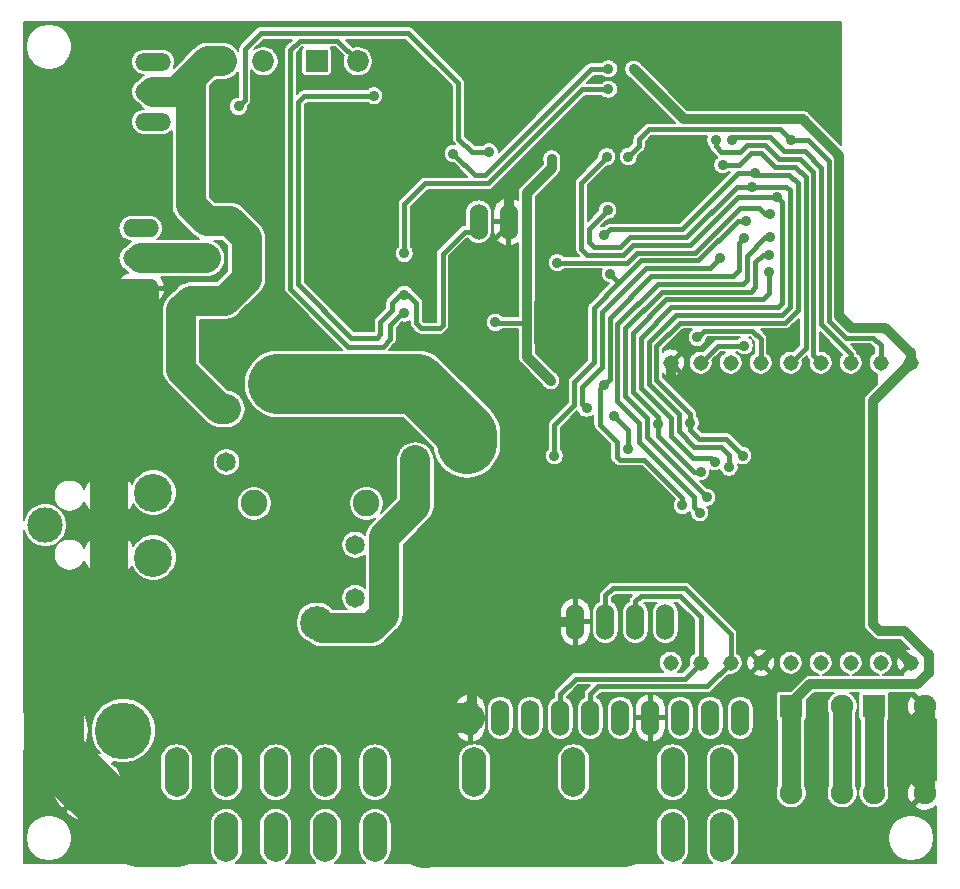
<source format=gbl>
%TF.GenerationSoftware,KiCad,Pcbnew,(5.1.6-0-10_14)*%
%TF.CreationDate,2021-04-16T11:15:05+09:00*%
%TF.ProjectId,NinjaPCB_ver2.2,4e696e6a-6150-4434-925f-766572322e32,rev?*%
%TF.SameCoordinates,Original*%
%TF.FileFunction,Copper,L2,Bot*%
%TF.FilePolarity,Positive*%
%FSLAX46Y46*%
G04 Gerber Fmt 4.6, Leading zero omitted, Abs format (unit mm)*
G04 Created by KiCad (PCBNEW (5.1.6-0-10_14)) date 2021-04-16 11:15:05*
%MOMM*%
%LPD*%
G01*
G04 APERTURE LIST*
%TA.AperFunction,ComponentPad*%
%ADD10C,1.850000*%
%TD*%
%TA.AperFunction,ComponentPad*%
%ADD11R,1.850000X1.850000*%
%TD*%
%TA.AperFunction,ComponentPad*%
%ADD12O,3.016000X1.508000*%
%TD*%
%TA.AperFunction,ComponentPad*%
%ADD13O,2.100000X4.200000*%
%TD*%
%TA.AperFunction,ComponentPad*%
%ADD14C,1.905000*%
%TD*%
%TA.AperFunction,ComponentPad*%
%ADD15R,1.905000X1.905000*%
%TD*%
%TA.AperFunction,ComponentPad*%
%ADD16O,1.524000X3.048000*%
%TD*%
%TA.AperFunction,ComponentPad*%
%ADD17C,4.800000*%
%TD*%
%TA.AperFunction,ComponentPad*%
%ADD18C,2.850000*%
%TD*%
%TA.AperFunction,ComponentPad*%
%ADD19C,1.650000*%
%TD*%
%TA.AperFunction,ComponentPad*%
%ADD20C,2.250000*%
%TD*%
%TA.AperFunction,ComponentPad*%
%ADD21O,3.048000X1.524000*%
%TD*%
%TA.AperFunction,ComponentPad*%
%ADD22C,1.308000*%
%TD*%
%TA.AperFunction,ComponentPad*%
%ADD23C,3.816000*%
%TD*%
%TA.AperFunction,ComponentPad*%
%ADD24C,3.000000*%
%TD*%
%TA.AperFunction,ComponentPad*%
%ADD25C,3.216000*%
%TD*%
%TA.AperFunction,ViaPad*%
%ADD26C,0.904800*%
%TD*%
%TA.AperFunction,Conductor*%
%ADD27C,5.080000*%
%TD*%
%TA.AperFunction,Conductor*%
%ADD28C,3.175000*%
%TD*%
%TA.AperFunction,Conductor*%
%ADD29C,2.540000*%
%TD*%
%TA.AperFunction,Conductor*%
%ADD30C,0.254000*%
%TD*%
%TA.AperFunction,Conductor*%
%ADD31C,1.016000*%
%TD*%
%TA.AperFunction,Conductor*%
%ADD32C,0.406400*%
%TD*%
%TA.AperFunction,Conductor*%
%ADD33C,0.812800*%
%TD*%
%TA.AperFunction,Conductor*%
%ADD34C,1.625600*%
%TD*%
%TA.AperFunction,Conductor*%
%ADD35C,0.508000*%
%TD*%
%TA.AperFunction,Conductor*%
%ADD36C,0.203200*%
%TD*%
G04 APERTURE END LIST*
D10*
%TO.P,HEATER_POWER1,2*%
%TO.N,Net-(HEATER_POWER1-Pad2)*%
X130158900Y-72722800D03*
D11*
%TO.P,HEATER_POWER1,1*%
%TO.N,VCC*%
X126658900Y-72722800D03*
%TD*%
D10*
%TO.P,HEATER_TEMP1,2*%
%TO.N,/HEATER_TEMP*%
X138158900Y-72722800D03*
D11*
%TO.P,HEATER_TEMP1,1*%
%TO.N,VCC*%
X134658900Y-72722800D03*
%TD*%
D12*
%TO.P,FAN1,3*%
%TO.N,Net-(FAN1-Pad3)*%
X120828500Y-77858000D03*
%TO.P,FAN1,2*%
%TO.N,VCC*%
X120828500Y-75318000D03*
%TO.P,FAN1,1*%
%TO.N,Net-(FAN1-Pad1)*%
X120828500Y-72778000D03*
%TD*%
D13*
%TO.P,ATX1,24*%
%TO.N,GND*%
X122810300Y-138431000D03*
%TO.P,ATX1,23*%
%TO.N,Net-(ATX1-Pad23)*%
X127010300Y-138431000D03*
%TO.P,ATX1,12*%
%TO.N,Net-(ATX1-Pad12)*%
X122810300Y-132931000D03*
%TO.P,ATX1,22*%
%TO.N,Net-(ATX1-Pad22)*%
X131210300Y-138431000D03*
%TO.P,ATX1,21*%
%TO.N,Net-(ATX1-Pad21)*%
X135410300Y-138431000D03*
%TO.P,ATX1,20*%
%TO.N,Net-(ATX1-Pad20)*%
X139610300Y-138431000D03*
%TO.P,ATX1,19*%
%TO.N,GND*%
X143810300Y-138431000D03*
%TO.P,ATX1,18*%
X148010300Y-138431000D03*
%TO.P,ATX1,17*%
X152210300Y-138431000D03*
%TO.P,ATX1,16*%
X156410300Y-138431000D03*
%TO.P,ATX1,15*%
X160610300Y-138431000D03*
%TO.P,ATX1,14*%
%TO.N,Net-(ATX1-Pad14)*%
X164810300Y-138431000D03*
%TO.P,ATX1,13*%
%TO.N,Net-(ATX1-Pad13)*%
X169010300Y-138431000D03*
%TO.P,ATX1,11*%
%TO.N,VCC*%
X127010300Y-132931000D03*
%TO.P,ATX1,10*%
X131210300Y-132931000D03*
%TO.P,ATX1,9*%
%TO.N,Net-(ATX1-Pad9)*%
X135410300Y-132931000D03*
%TO.P,ATX1,8*%
%TO.N,Net-(ATX1-Pad8)*%
X139610300Y-132931000D03*
%TO.P,ATX1,7*%
%TO.N,GND*%
X143810300Y-132931000D03*
%TO.P,ATX1,6*%
%TO.N,Net-(ATX1-Pad6)*%
X148010300Y-132931000D03*
%TO.P,ATX1,5*%
%TO.N,GND*%
X152210300Y-132931000D03*
%TO.P,ATX1,4*%
%TO.N,Net-(ATX1-Pad4)*%
X156410300Y-132931000D03*
%TO.P,ATX1,3*%
%TO.N,GND*%
X160610300Y-132931000D03*
%TO.P,ATX1,2*%
%TO.N,Net-(ATX1-Pad2)*%
X164810300Y-132931000D03*
%TO.P,ATX1,1*%
%TO.N,Net-(ATX1-Pad1)*%
X169010300Y-132931000D03*
%TD*%
D14*
%TO.P,RST1,4*%
%TO.N,/RESET*%
X181842100Y-134686600D03*
%TO.P,RST1,3*%
%TO.N,GND*%
X186160100Y-134686600D03*
%TO.P,RST1,2*%
X186160100Y-127320600D03*
D15*
%TO.P,RST1,1*%
%TO.N,/RESET*%
X181842100Y-127320600D03*
%TD*%
D14*
%TO.P,MODE1,4*%
%TO.N,VCC*%
X174842100Y-134686600D03*
%TO.P,MODE1,3*%
%TO.N,/HIGH_TEMP*%
X179160100Y-134686600D03*
%TO.P,MODE1,2*%
X179160100Y-127320600D03*
D15*
%TO.P,MODE1,1*%
%TO.N,VCC*%
X174842100Y-127320600D03*
%TD*%
D16*
%TO.P,WELL_TEMP1,2*%
%TO.N,GND*%
X150911100Y-86313600D03*
%TO.P,WELL_TEMP1,1*%
%TO.N,/WELL_TEMP*%
X148371100Y-86313600D03*
%TD*%
D17*
%TO.P,JACK1,RING*%
%TO.N,GND*%
X112391100Y-129403600D03*
%TO.P,JACK1,TIP*%
%TO.N,VCC*%
X118291100Y-129403600D03*
%TO.P,JACK1,RING_SW*%
%TO.N,GND*%
X115291100Y-134103600D03*
%TD*%
D18*
%TO.P,RELAY1,P$1*%
%TO.N,/BLK*%
X130280300Y-100065000D03*
%TO.P,RELAY1,P$8*%
%TO.N,/RED*%
X134680300Y-120265000D03*
D19*
%TO.P,RELAY1,P$7*%
%TO.N,Net-(D2-Pad1)*%
X137930300Y-118165000D03*
%TO.P,RELAY1,P$6*%
%TO.N,VCC*%
X137930300Y-113665000D03*
%TO.P,RELAY1,P$3*%
%TO.N,Net-(D1-Pad1)*%
X127030300Y-106665000D03*
%TO.P,RELAY1,P$2*%
%TO.N,VCC*%
X127030300Y-102165000D03*
D20*
%TO.P,RELAY1,P$4*%
X129380300Y-110165000D03*
%TO.P,RELAY1,P$5*%
%TO.N,Net-(HEATSINK1-PadP$1)*%
X138880300Y-110165000D03*
%TD*%
D16*
%TO.P,SERIAL6,6*%
%TO.N,GND*%
X147685300Y-128321000D03*
%TO.P,SERIAL6,5*%
%TO.N,Net-(SERIAL6-Pad5)*%
X150225300Y-128321000D03*
%TO.P,SERIAL6,4*%
%TO.N,Net-(SERIAL6-Pad4)*%
X152765300Y-128321000D03*
%TO.P,SERIAL6,3*%
%TO.N,/RXD*%
X155305300Y-128321000D03*
%TO.P,SERIAL6,2*%
%TO.N,/TXD*%
X157845300Y-128321000D03*
%TO.P,SERIAL6,1*%
%TO.N,Net-(SERIAL6-Pad1)*%
X160385300Y-128321000D03*
%TD*%
D20*
%TO.P,HEATSINK1,P$1*%
%TO.N,Net-(HEATSINK1-PadP$1)*%
X125304900Y-89409400D03*
%TD*%
D21*
%TO.P,Q1,S*%
%TO.N,GND*%
X119764900Y-91949400D03*
%TO.P,Q1,D*%
%TO.N,Net-(HEATSINK1-PadP$1)*%
X119764900Y-89409400D03*
%TO.P,Q1,G*%
%TO.N,Net-(Q1-PadG)*%
X119764900Y-86869400D03*
%TD*%
D22*
%TO.P,ESP3,P$18*%
%TO.N,GND*%
X184965500Y-123664600D03*
%TO.P,ESP3,P$17*%
%TO.N,/HIGH_TEMP*%
X182425500Y-123664600D03*
%TO.P,ESP3,P$16*%
%TO.N,/TOUT*%
X179885500Y-123664600D03*
%TO.P,ESP3,P$15*%
%TO.N,/RESET*%
X177345500Y-123664600D03*
%TO.P,ESP3,P$14*%
%TO.N,/DRDY*%
X174805500Y-123664600D03*
%TO.P,ESP3,P$13*%
%TO.N,GND*%
X172265500Y-123664600D03*
%TO.P,ESP3,P$12*%
%TO.N,/TXD*%
X169725500Y-123664600D03*
%TO.P,ESP3,P$11*%
%TO.N,/RXD*%
X167185500Y-123664600D03*
%TO.P,ESP3,P$10*%
%TO.N,/PEL_PWM*%
X164645500Y-123664600D03*
%TO.P,ESP3,P$9*%
%TO.N,GND*%
X164645500Y-98264600D03*
%TO.P,ESP3,P$8*%
%TO.N,/FAN*%
X167185500Y-98264600D03*
%TO.P,ESP3,P$7*%
%TO.N,/SDIO*%
X169725500Y-98264600D03*
%TO.P,ESP3,P$6*%
%TO.N,/HEATER*%
X172265500Y-98264600D03*
%TO.P,ESP3,P$5*%
%TO.N,/PEL_SWB*%
X174805500Y-98264600D03*
%TO.P,ESP3,P$4*%
%TO.N,/PEL_SWA*%
X177345500Y-98264600D03*
%TO.P,ESP3,P$3*%
%TO.N,/SCLK*%
X179885500Y-98264600D03*
%TO.P,ESP3,P$2*%
%TO.N,/EN*%
X182425500Y-98264600D03*
%TO.P,ESP3,P$1*%
%TO.N,VCC*%
X184965500Y-98264600D03*
%TD*%
D10*
%TO.P,PELTIER1,2*%
%TO.N,/BLK*%
X146526100Y-106532800D03*
D11*
%TO.P,PELTIER1,1*%
%TO.N,/RED*%
X143026100Y-106532800D03*
%TD*%
D23*
%TO.P,DIN4,P$9*%
%TO.N,GND*%
X121801100Y-119703600D03*
%TO.P,DIN4,P$8*%
X113301100Y-119703600D03*
%TO.P,DIN4,P$7*%
X113301100Y-104303600D03*
%TO.P,DIN4,P$6*%
X121801100Y-104303600D03*
D24*
%TO.P,DIN4,P$5*%
%TO.N,Net-(DIN4-PadP$5)*%
X111701100Y-112003600D03*
D25*
%TO.P,DIN4,P$4*%
%TO.N,GND*%
X117101100Y-114503600D03*
%TO.P,DIN4,P$3*%
X117101100Y-109503600D03*
%TO.P,DIN4,P$2*%
%TO.N,VCC*%
X120851100Y-114753600D03*
%TO.P,DIN4,P$1*%
X120851100Y-109253600D03*
%TD*%
D16*
%TO.P,IO0,2*%
%TO.N,GND*%
X162925300Y-128321000D03*
%TO.P,IO0,1*%
%TO.N,/FAN*%
X165465300Y-128321000D03*
%TD*%
%TO.P,RESET1,2*%
%TO.N,/HIGH_TEMP*%
X168005300Y-128321000D03*
%TO.P,RESET1,1*%
%TO.N,/RESET*%
X170545300Y-128321000D03*
%TD*%
%TO.P,SERIAL4,4*%
%TO.N,GND*%
X156575300Y-120193000D03*
%TO.P,SERIAL4,3*%
%TO.N,/TXD*%
X159115300Y-120193000D03*
%TO.P,SERIAL4,2*%
%TO.N,/RXD*%
X161655300Y-120193000D03*
%TO.P,SERIAL4,1*%
%TO.N,Net-(SERIAL4-Pad1)*%
X164195300Y-120193000D03*
%TD*%
D26*
%TO.N,GND*%
X112125300Y-82524800D03*
X116722700Y-86969800D03*
X142046500Y-95682000D03*
X146339100Y-89662200D03*
X133715300Y-123317200D03*
X161375900Y-75108000D03*
X180578300Y-100558800D03*
X177200100Y-111074400D03*
X152714500Y-81432600D03*
X157235700Y-94869200D03*
X137703100Y-84760000D03*
X167725900Y-73609400D03*
X152993900Y-71602800D03*
X149590300Y-77267000D03*
X161121900Y-85572800D03*
X166430500Y-84455200D03*
X179562300Y-105867400D03*
X179867100Y-115773400D03*
X172094700Y-107315200D03*
X165744700Y-116205200D03*
X180781500Y-138303200D03*
X126882700Y-97231400D03*
X118195900Y-76098600D03*
X127314500Y-81077000D03*
X133308900Y-107188200D03*
X160740900Y-112065000D03*
X174202900Y-71602800D03*
X134375700Y-79222800D03*
X134070900Y-74600000D03*
X136661700Y-93624600D03*
X140903500Y-108331200D03*
X148015500Y-99517400D03*
X183575500Y-122250400D03*
X184489900Y-130784800D03*
X176971500Y-130683200D03*
X152587500Y-125476200D03*
X151139700Y-114478000D03*
X146669300Y-117094200D03*
X170799300Y-135636200D03*
X125460300Y-108788400D03*
X110245700Y-75362000D03*
X110829900Y-92176800D03*
X116113100Y-97815600D03*
X126704900Y-75311200D03*
X146440700Y-71044000D03*
X154822700Y-91872000D03*
X146821700Y-84379000D03*
%TO.N,VCC*%
X154492500Y-99771400D03*
X154568700Y-81000800D03*
X161528300Y-73406200D03*
X149793500Y-94843800D03*
%TO.N,/HEATER*%
X128051100Y-76555800D03*
X166887700Y-96113800D03*
X149260100Y-80416600D03*
%TO.N,/HEATER_TEMP*%
X142046500Y-94056400D03*
%TO.N,/FAN*%
X170875500Y-96799600D03*
X146237500Y-80543600D03*
X159369300Y-73380800D03*
%TO.N,/PEL_PWM*%
X170850100Y-87681000D03*
X159013700Y-100101600D03*
X165617700Y-110337800D03*
%TO.N,/RESET*%
X173644100Y-84252000D03*
X168360900Y-106629400D03*
X159242300Y-80823000D03*
%TO.N,/DRDY*%
X172983700Y-90551200D03*
X163560300Y-103429000D03*
X167167100Y-107493000D03*
%TO.N,/TXD*%
X172958300Y-89103400D03*
X167700500Y-109652000D03*
%TO.N,/RXD*%
X173009100Y-87630200D03*
X167116300Y-110972800D03*
%TO.N,/SDIO*%
X142071900Y-89001800D03*
X159369300Y-75108000D03*
X157515100Y-102108200D03*
X168818100Y-89408200D03*
%TO.N,/SCLK*%
X169808700Y-79400600D03*
X159801100Y-102768600D03*
X160994900Y-105562600D03*
%TO.N,/HIGH_TEMP*%
X171764500Y-82169200D03*
X166303500Y-103352800D03*
X170748500Y-106121400D03*
X159013700Y-87452400D03*
%TO.N,/WELL_TEMP*%
X139506500Y-75666800D03*
X142071900Y-92481600D03*
%TO.N,/PEL_SWA*%
X173085300Y-85623600D03*
X168462500Y-79400600D03*
X155025900Y-89789200D03*
%TO.N,/PEL_SWB*%
X159521700Y-90729000D03*
X154771900Y-106121400D03*
X171053300Y-86233200D03*
X169046700Y-81508800D03*
%TO.N,/RED*%
X138769900Y-120726400D03*
X141868700Y-111303000D03*
X140370100Y-116256000D03*
%TO.N,/EN*%
X174837900Y-79400600D03*
X161045700Y-80810300D03*
%TO.N,/TOUT*%
X171510500Y-83337600D03*
X159293100Y-85344200D03*
X169580100Y-107112000D03*
%TD*%
D27*
%TO.N,GND*%
X148010300Y-138431000D02*
X152210300Y-138431000D01*
X143810300Y-138431000D02*
X148010300Y-138431000D01*
X112391100Y-131203600D02*
X112391100Y-129403600D01*
X113301100Y-119703600D02*
X121801100Y-119703600D01*
X112391100Y-129403600D02*
X112391100Y-120613600D01*
X112391100Y-120613600D02*
X113301100Y-119703600D01*
X113301100Y-104303600D02*
X121801100Y-104303600D01*
D28*
X117101100Y-109503600D02*
X117101100Y-114503600D01*
X117101100Y-114503600D02*
X117101100Y-119703600D01*
X117101100Y-119703600D02*
X113301100Y-119703600D01*
X117101100Y-109503600D02*
X117101100Y-104303600D01*
X117101100Y-104303600D02*
X113301100Y-104303600D01*
D27*
X156410300Y-138431000D02*
X152210300Y-138431000D01*
X121801100Y-104303600D02*
X118754700Y-104303600D01*
X118754700Y-104303600D02*
X118754700Y-93726200D01*
D29*
X118754700Y-93726200D02*
X120024700Y-93726200D01*
X120024700Y-93726200D02*
X120024700Y-92481600D01*
D30*
X120024700Y-92481600D02*
X121167700Y-92481600D01*
X121167700Y-92481600D02*
X121167700Y-91922800D01*
X121167700Y-91922800D02*
X119764900Y-91922800D01*
X119764900Y-91922800D02*
X119764900Y-91949400D01*
D31*
X117484700Y-92278400D02*
X119435900Y-92278400D01*
X119435900Y-92278400D02*
X119764900Y-91949400D01*
X118627700Y-91922800D02*
X116722700Y-93827800D01*
X117484700Y-92278400D02*
X117484700Y-93802400D01*
X117484700Y-93802400D02*
X116722700Y-94564400D01*
X116722700Y-94564400D02*
X116722700Y-86969800D01*
X116798900Y-92761000D02*
X116798900Y-92278400D01*
X116798900Y-92278400D02*
X116798900Y-91694200D01*
X116798900Y-91694200D02*
X119618300Y-91694200D01*
X119618300Y-91694200D02*
X119618300Y-91802800D01*
X119618300Y-91802800D02*
X119764900Y-91949400D01*
D30*
X118627700Y-91922800D02*
X119764900Y-91922800D01*
D32*
X149006100Y-88443000D02*
X150911100Y-86538000D01*
X150911100Y-86538000D02*
X150911100Y-86313600D01*
X147837700Y-88443000D02*
X149006100Y-88443000D01*
D27*
X122793300Y-138430200D02*
X119592900Y-138430200D01*
X119592900Y-138430200D02*
X112430100Y-131267400D01*
X156410300Y-138431000D02*
X160610300Y-138431000D01*
X160610300Y-132931000D02*
X160610300Y-138431000D01*
X143810300Y-127965400D02*
X133715300Y-127965400D01*
X133715300Y-127965400D02*
X124317300Y-127965400D01*
X124317300Y-127965400D02*
X121801100Y-125449200D01*
X121801100Y-125449200D02*
X121801100Y-119703600D01*
X143810300Y-132931000D02*
X143810300Y-128321000D01*
X143810300Y-128321000D02*
X143810300Y-127965400D01*
X143849900Y-138481000D02*
X143799100Y-138430200D01*
X143799100Y-138430200D02*
X143799100Y-131267400D01*
X152210300Y-132931000D02*
X152210300Y-138431000D01*
D31*
X133715300Y-123317200D02*
X133715300Y-127965400D01*
D29*
X147685300Y-128321000D02*
X143810300Y-128321000D01*
D33*
X180578300Y-100558800D02*
X177377900Y-100558800D01*
X177377900Y-100558800D02*
X165693900Y-100558800D01*
X165693900Y-100558800D02*
X164645500Y-99510400D01*
X164645500Y-99510400D02*
X164645500Y-98264600D01*
D32*
X162925300Y-128321000D02*
X162925300Y-130616000D01*
X162925300Y-130616000D02*
X160610300Y-132931000D01*
D34*
X186160100Y-127320600D02*
X186160100Y-134686600D01*
D33*
X177200100Y-111074400D02*
X177200100Y-105511800D01*
X177200100Y-105511800D02*
X177200100Y-100736600D01*
X177200100Y-100736600D02*
X177377900Y-100558800D01*
X172265500Y-123664600D02*
X173491700Y-122438400D01*
X173491700Y-122438400D02*
X173491700Y-117526000D01*
X173491700Y-117526000D02*
X173491700Y-112090400D01*
X173491700Y-112090400D02*
X174507700Y-111074400D01*
X174507700Y-111074400D02*
X177200100Y-111074400D01*
D32*
X147837700Y-88443000D02*
X146618500Y-89662200D01*
X146618500Y-89662200D02*
X146339100Y-89662200D01*
D33*
X157007100Y-76657400D02*
X152714500Y-80950000D01*
X152714500Y-80950000D02*
X152714500Y-81432600D01*
D32*
X143810300Y-132931000D02*
X143799100Y-132919800D01*
X143799100Y-132919800D02*
X143799100Y-131267400D01*
D33*
X173491700Y-122438400D02*
X173755900Y-122174200D01*
X173755900Y-122174200D02*
X183475100Y-122174200D01*
X183475100Y-122174200D02*
X184965500Y-123664600D01*
X153527300Y-94691400D02*
X153527300Y-96520200D01*
X153527300Y-96520200D02*
X155610100Y-98603000D01*
X155610100Y-98603000D02*
X155610100Y-101295400D01*
X151241300Y-120523200D02*
X149095000Y-122669500D01*
X149095000Y-122669500D02*
X147786900Y-123977600D01*
X147786900Y-123977600D02*
X147786900Y-128270200D01*
X147786900Y-128270200D02*
X147710700Y-128346400D01*
X147710700Y-128346400D02*
X144459500Y-128346400D01*
X144459500Y-128346400D02*
X144205500Y-128600400D01*
X144205500Y-128600400D02*
X144205500Y-138035800D01*
X144205500Y-138035800D02*
X143810300Y-138431000D01*
X155610100Y-101295400D02*
X151241300Y-105664200D01*
X151241300Y-105664200D02*
X151241300Y-114630400D01*
X151241300Y-114630400D02*
X151241300Y-117094200D01*
X151241300Y-117094200D02*
X151241300Y-120193000D01*
X157235700Y-94869200D02*
X153654300Y-94869200D01*
X153654300Y-94869200D02*
X153527300Y-94691400D01*
D32*
X122793300Y-138430200D02*
X122809500Y-138430200D01*
X122809500Y-138430200D02*
X122810300Y-138431000D01*
D33*
X150911100Y-86313600D02*
X150911100Y-83820200D01*
X150911100Y-83820200D02*
X150911100Y-83236000D01*
X150911100Y-83236000D02*
X152714500Y-81432600D01*
X143799100Y-138430200D02*
X143809500Y-138430200D01*
X143809500Y-138430200D02*
X143810300Y-138431000D01*
X156575300Y-120193000D02*
X151241300Y-120193000D01*
X151241300Y-120193000D02*
X151241300Y-120523200D01*
D32*
X146339100Y-89662200D02*
X146339100Y-95504200D01*
X146339100Y-95504200D02*
X145704100Y-96139200D01*
X145704100Y-96139200D02*
X142503700Y-96139200D01*
X142503700Y-96139200D02*
X142046500Y-95682000D01*
D33*
X137703100Y-84760000D02*
X140700300Y-87757200D01*
X140700300Y-87757200D02*
X140700300Y-89763800D01*
X140700300Y-89763800D02*
X141182900Y-90246400D01*
X141182900Y-90246400D02*
X143316500Y-90246400D01*
X143316500Y-90246400D02*
X143926100Y-89636800D01*
X143926100Y-89636800D02*
X143926100Y-87300000D01*
X143926100Y-87300000D02*
X147228100Y-83998000D01*
X147228100Y-83998000D02*
X150733300Y-83998000D01*
X150733300Y-83998000D02*
X150911100Y-83820200D01*
D32*
X118195900Y-76098600D02*
X116722700Y-77571800D01*
X116722700Y-77571800D02*
X116722700Y-86969800D01*
X179562300Y-105867400D02*
X177555700Y-105867400D01*
X177555700Y-105867400D02*
X177200100Y-105511800D01*
X133308900Y-107188200D02*
X130424300Y-104303600D01*
X130424300Y-104303600D02*
X121801100Y-104303600D01*
X110829900Y-92176800D02*
X116697300Y-92176800D01*
X116697300Y-92176800D02*
X116798900Y-92278400D01*
X116494100Y-74396800D02*
X118195900Y-76098600D01*
X146669300Y-117094200D02*
X151241300Y-117094200D01*
X151139700Y-114478000D02*
X151139700Y-114528800D01*
X151139700Y-114528800D02*
X151241300Y-114630400D01*
X140903500Y-108331200D02*
X134451900Y-108331200D01*
X134451900Y-108331200D02*
X133308900Y-107188200D01*
X152587500Y-125476200D02*
X151901700Y-125476200D01*
X151901700Y-125476200D02*
X149095000Y-122669500D01*
X125460300Y-108788400D02*
X125460300Y-107962800D01*
X125460300Y-107962800D02*
X121801100Y-104303600D01*
D33*
X116722700Y-86969800D02*
X116722700Y-83642400D01*
X116722700Y-83642400D02*
X115605100Y-82524800D01*
X115605100Y-82524800D02*
X112125300Y-82524800D01*
D32*
X116494100Y-74396800D02*
X111210900Y-74396800D01*
X111210900Y-74396800D02*
X110245700Y-75362000D01*
X173491700Y-117526000D02*
X167065500Y-117526000D01*
X167065500Y-117526000D02*
X165744700Y-116205200D01*
D33*
X153527300Y-94691400D02*
X153527300Y-93167400D01*
X153527300Y-93167400D02*
X154822700Y-91872000D01*
D32*
X161121900Y-85572800D02*
X165312900Y-85572800D01*
X165312900Y-85572800D02*
X166430500Y-84455200D01*
D33*
X157007100Y-76657400D02*
X159826500Y-76657400D01*
X159826500Y-76657400D02*
X161375900Y-75108000D01*
%TO.N,VCC*%
X182814700Y-95275600D02*
X179867100Y-95275600D01*
X179867100Y-95275600D02*
X178901900Y-94310400D01*
X182814700Y-95275600D02*
X184965500Y-97426400D01*
X184965500Y-97426400D02*
X184965500Y-98264600D01*
D32*
X154492500Y-99669800D02*
X154492500Y-99771400D01*
D34*
X174842100Y-134686600D02*
X174842100Y-127320600D01*
D33*
X154492500Y-99771400D02*
X152460500Y-97739400D01*
X152460500Y-97739400D02*
X152460500Y-94869200D01*
D32*
X149793500Y-94843800D02*
X149818900Y-94869200D01*
X149818900Y-94869200D02*
X152460500Y-94869200D01*
D33*
X152460500Y-94869200D02*
X152460500Y-83896400D01*
X181746700Y-120396200D02*
X182305500Y-120955000D01*
X182305500Y-120955000D02*
X184388300Y-120955000D01*
X184388300Y-120955000D02*
X186471100Y-123037800D01*
X186471100Y-123037800D02*
X186471100Y-124485600D01*
X186471100Y-124485600D02*
X185531300Y-125425400D01*
X185531300Y-125425400D02*
X176463500Y-125425400D01*
X176463500Y-125425400D02*
X174842100Y-127046800D01*
X174842100Y-127046800D02*
X174842100Y-127320600D01*
X184965500Y-98264600D02*
X181746700Y-101483400D01*
X181746700Y-101483400D02*
X181746700Y-120396200D01*
X178901900Y-94310400D02*
X178901900Y-80721400D01*
X178901900Y-80721400D02*
X175803100Y-77622600D01*
X175803100Y-77622600D02*
X165744700Y-77622600D01*
X165744700Y-77622600D02*
X161528300Y-73406200D01*
X152460500Y-83896400D02*
X154568700Y-81788200D01*
X154568700Y-81788200D02*
X154568700Y-81000800D01*
D29*
X124012500Y-84937800D02*
X124012500Y-74142800D01*
X124012500Y-74142800D02*
X125432500Y-72722800D01*
X124012500Y-74142800D02*
X122837300Y-75318000D01*
X122837300Y-75318000D02*
X120828500Y-75318000D01*
X125432500Y-72722800D02*
X126658900Y-72722800D01*
X128736900Y-91160800D02*
X126908100Y-92989600D01*
X126908100Y-92989600D02*
X124012500Y-92989600D01*
X124012500Y-92989600D02*
X123174300Y-93827800D01*
X123174300Y-93827800D02*
X123174300Y-98831600D01*
X123174300Y-98831600D02*
X126507700Y-102165000D01*
X126507700Y-102165000D02*
X127030300Y-102165000D01*
X124012500Y-84937800D02*
X125358700Y-86284000D01*
X125358700Y-86284000D02*
X127339900Y-86284000D01*
X127339900Y-86284000D02*
X128736900Y-87681000D01*
X128736900Y-87681000D02*
X128736900Y-91160800D01*
D32*
%TO.N,/HEATER*%
X128051100Y-76555800D02*
X128584500Y-76022400D01*
X128584500Y-76022400D02*
X128584500Y-71704400D01*
X128584500Y-71704400D02*
X129956100Y-70332800D01*
X172265500Y-98264600D02*
X172265500Y-96233800D01*
X172265500Y-96233800D02*
X171561300Y-95529600D01*
X171561300Y-95529600D02*
X167471900Y-95529600D01*
X167471900Y-95529600D02*
X166887700Y-96113800D01*
X129956100Y-70332800D02*
X142402100Y-70332800D01*
X142402100Y-70332800D02*
X146669300Y-74600000D01*
X146669300Y-74600000D02*
X146669300Y-79273600D01*
X146669300Y-79273600D02*
X147812300Y-80416600D01*
X147812300Y-80416600D02*
X149260100Y-80416600D01*
%TO.N,/HEATER_TEMP*%
X132419900Y-91973600D02*
X132419900Y-71806000D01*
X132419900Y-71806000D02*
X133232700Y-70993200D01*
X133232700Y-70993200D02*
X136429300Y-70993200D01*
X136429300Y-70993200D02*
X138158900Y-72722800D01*
X132419900Y-91973600D02*
X137347500Y-96901200D01*
X137347500Y-96901200D02*
X140243100Y-96901200D01*
X140243100Y-96901200D02*
X140878100Y-96266200D01*
X140878100Y-96266200D02*
X140878100Y-95072400D01*
X140878100Y-95072400D02*
X141894100Y-94056400D01*
X141894100Y-94056400D02*
X142046500Y-94056400D01*
%TO.N,/FAN*%
X167185500Y-98264600D02*
X168650500Y-96799600D01*
X168650500Y-96799600D02*
X170875500Y-96799600D01*
X146237500Y-80543600D02*
X148091700Y-82397800D01*
X148091700Y-82397800D02*
X148904500Y-82397800D01*
X148904500Y-82397800D02*
X157921500Y-73380800D01*
X157921500Y-73380800D02*
X159369300Y-73380800D01*
%TO.N,/PEL_PWM*%
X169910300Y-90906800D02*
X163001500Y-90906800D01*
X169910300Y-90906800D02*
X170418300Y-90398800D01*
X170418300Y-90398800D02*
X170418300Y-88112800D01*
X170418300Y-88112800D02*
X170850100Y-87681000D01*
X163001500Y-90906800D02*
X159470900Y-94437400D01*
X159470900Y-94437400D02*
X159470900Y-99644400D01*
X159470900Y-99644400D02*
X159013700Y-100101600D01*
X165617700Y-110337800D02*
X165617700Y-109677400D01*
X165617700Y-109677400D02*
X162417300Y-106477000D01*
X159013700Y-100101600D02*
X158658100Y-100457200D01*
X158658100Y-100457200D02*
X158658100Y-103505200D01*
X158658100Y-103505200D02*
X160080500Y-104927600D01*
X160080500Y-104927600D02*
X160080500Y-106248400D01*
X160080500Y-106248400D02*
X160309100Y-106477000D01*
X160309100Y-106477000D02*
X162417300Y-106477000D01*
D34*
%TO.N,/RESET*%
X181842100Y-127320600D02*
X181842100Y-134686600D01*
D32*
X174075900Y-93218200D02*
X173745700Y-93548400D01*
X174075900Y-93218200D02*
X174075900Y-84683800D01*
X174075900Y-84683800D02*
X173644100Y-84252000D01*
X173745700Y-93548400D02*
X164703300Y-93548400D01*
X164703300Y-93548400D02*
X162112500Y-96139200D01*
X162112500Y-96139200D02*
X162112500Y-100381000D01*
X162112500Y-100381000D02*
X164652500Y-102921000D01*
X164652500Y-102921000D02*
X164652500Y-104470400D01*
X164652500Y-104470400D02*
X166532100Y-106350000D01*
X166532100Y-106350000D02*
X168081500Y-106350000D01*
X168081500Y-106350000D02*
X168360900Y-106629400D01*
X157057900Y-88620800D02*
X157565900Y-89128800D01*
X157565900Y-89128800D02*
X160613900Y-89128800D01*
X160613900Y-89128800D02*
X161477500Y-88265200D01*
X161477500Y-88265200D02*
X166303500Y-88265200D01*
X166303500Y-88265200D02*
X170316700Y-84252000D01*
X170316700Y-84252000D02*
X173644100Y-84252000D01*
X159242300Y-80823000D02*
X157057900Y-83007400D01*
X157057900Y-83007400D02*
X157057900Y-88620800D01*
%TO.N,/DRDY*%
X164271500Y-92888000D02*
X172424900Y-92888000D01*
X172424900Y-92888000D02*
X172983700Y-92329200D01*
X172983700Y-92329200D02*
X172983700Y-90551200D01*
X164271500Y-92888000D02*
X161452100Y-95707400D01*
X161452100Y-95707400D02*
X161452100Y-100711200D01*
X161452100Y-100711200D02*
X163560300Y-102819400D01*
X163560300Y-102819400D02*
X163560300Y-103429000D01*
X167167100Y-107493000D02*
X166633700Y-107493000D01*
X166633700Y-107493000D02*
X163560300Y-104419600D01*
X163560300Y-104419600D02*
X163560300Y-103429000D01*
%TO.N,/TXD*%
X157845300Y-128321000D02*
X157845300Y-126289000D01*
X157845300Y-126289000D02*
X158480300Y-125654000D01*
X158480300Y-125654000D02*
X167736100Y-125654000D01*
X167736100Y-125654000D02*
X169725500Y-123664600D01*
X163915900Y-92227600D02*
X171408900Y-92227600D01*
X171408900Y-92227600D02*
X171815300Y-91821200D01*
X171815300Y-91821200D02*
X171815300Y-89713000D01*
X171815300Y-89713000D02*
X172424900Y-89103400D01*
X172424900Y-89103400D02*
X172958300Y-89103400D01*
X163915900Y-92227600D02*
X160791700Y-95351800D01*
X160791700Y-95351800D02*
X160791700Y-101092200D01*
X160791700Y-101092200D02*
X162645900Y-102946400D01*
X162645900Y-102946400D02*
X162645900Y-104572000D01*
X162645900Y-104572000D02*
X167700500Y-109626600D01*
X167700500Y-109626600D02*
X167700500Y-109652000D01*
X159115300Y-120193000D02*
X159115300Y-117957800D01*
X159115300Y-117957800D02*
X159724900Y-117348200D01*
X159724900Y-117348200D02*
X165846300Y-117348200D01*
X165846300Y-117348200D02*
X169725500Y-121227400D01*
X169725500Y-121227400D02*
X169725500Y-123664600D01*
%TO.N,/RXD*%
X155305300Y-128321000D02*
X155305300Y-126289000D01*
X155305300Y-126289000D02*
X156600700Y-124993600D01*
X156600700Y-124993600D02*
X165856500Y-124993600D01*
X165856500Y-124993600D02*
X167185500Y-123664600D01*
X170773900Y-91567200D02*
X163560300Y-91567200D01*
X170773900Y-91567200D02*
X171078700Y-91262400D01*
X171078700Y-91262400D02*
X171078700Y-89205000D01*
X171078700Y-89205000D02*
X172653500Y-87630200D01*
X172653500Y-87630200D02*
X173009100Y-87630200D01*
X163560300Y-91567200D02*
X160131300Y-94996200D01*
X160131300Y-94996200D02*
X160131300Y-101473200D01*
X160131300Y-101473200D02*
X161985500Y-103327400D01*
X161985500Y-103327400D02*
X161985500Y-104978400D01*
X161985500Y-104978400D02*
X166608300Y-109601200D01*
X166608300Y-109601200D02*
X166608300Y-110464800D01*
X166608300Y-110464800D02*
X167116300Y-110972800D01*
X161655300Y-120193000D02*
X161655300Y-118440400D01*
X161655300Y-118440400D02*
X162087100Y-118008600D01*
X162087100Y-118008600D02*
X165439900Y-118008600D01*
X165439900Y-118008600D02*
X167185500Y-119754200D01*
X167185500Y-119754200D02*
X167185500Y-123664600D01*
%TO.N,/SDIO*%
X158810500Y-93980200D02*
X162544300Y-90246400D01*
X162544300Y-90246400D02*
X167979900Y-90246400D01*
X167979900Y-90246400D02*
X168818100Y-89408200D01*
X158810500Y-93980200D02*
X158810500Y-98628400D01*
X158810500Y-98628400D02*
X157134100Y-100304800D01*
X157134100Y-100304800D02*
X157134100Y-101727200D01*
X157134100Y-101727200D02*
X157515100Y-102108200D01*
X157159500Y-75108000D02*
X149209300Y-83058200D01*
X149209300Y-83058200D02*
X143824500Y-83058200D01*
X143824500Y-83058200D02*
X142071900Y-84810800D01*
X142071900Y-84810800D02*
X142071900Y-89001800D01*
X157159500Y-75108000D02*
X159369300Y-75108000D01*
%TO.N,/SCLK*%
X179885500Y-98264600D02*
X179885500Y-97503800D01*
X179885500Y-97503800D02*
X177377900Y-94996200D01*
X177377900Y-94996200D02*
X177377900Y-81737400D01*
X177377900Y-81737400D02*
X175980900Y-80340400D01*
X160994900Y-105562600D02*
X160994900Y-103962400D01*
X160994900Y-103962400D02*
X159801100Y-102768600D01*
X175980900Y-80340400D02*
X174202900Y-80340400D01*
X174202900Y-80340400D02*
X173009100Y-79146600D01*
X173009100Y-79146600D02*
X170062700Y-79146600D01*
X170062700Y-79146600D02*
X169808700Y-79400600D01*
D34*
%TO.N,/HIGH_TEMP*%
X179160100Y-134686600D02*
X179160100Y-127320600D01*
D32*
X175396700Y-93827800D02*
X174355300Y-94869200D01*
X174355300Y-94869200D02*
X165439900Y-94869200D01*
X175396700Y-93827800D02*
X175396700Y-83058200D01*
X175396700Y-83058200D02*
X174660100Y-82321600D01*
X165439900Y-94869200D02*
X163433300Y-96875800D01*
X163433300Y-96875800D02*
X163433300Y-99695200D01*
X163433300Y-99695200D02*
X166303500Y-102565400D01*
X166303500Y-102565400D02*
X166303500Y-103352800D01*
X169326100Y-104699000D02*
X167065500Y-104699000D01*
X167065500Y-104699000D02*
X166303500Y-103937000D01*
X166303500Y-103937000D02*
X166303500Y-103352800D01*
X170748500Y-106121400D02*
X169326100Y-104699000D01*
X174660100Y-82321600D02*
X171916900Y-82321600D01*
X171916900Y-82321600D02*
X171764500Y-82169200D01*
X165592300Y-86944400D02*
X170367500Y-82169200D01*
X170367500Y-82169200D02*
X171764500Y-82169200D01*
X165592300Y-86944400D02*
X159521700Y-86944400D01*
X159521700Y-86944400D02*
X159013700Y-87452400D01*
%TO.N,/WELL_TEMP*%
X133080300Y-76200200D02*
X133613700Y-75666800D01*
X133613700Y-75666800D02*
X139506500Y-75666800D01*
X145323100Y-89027200D02*
X147202700Y-87147600D01*
X147202700Y-87147600D02*
X147786900Y-87147600D01*
X147786900Y-87147600D02*
X148371100Y-86563400D01*
X148371100Y-86563400D02*
X148371100Y-86313600D01*
X145323100Y-89027200D02*
X145323100Y-95072400D01*
X145323100Y-95072400D02*
X145069100Y-95326400D01*
X145069100Y-95326400D02*
X143519700Y-95326400D01*
X143519700Y-95326400D02*
X143113300Y-94920000D01*
X143113300Y-94920000D02*
X143113300Y-93167400D01*
X143113300Y-93167400D02*
X142427500Y-92481600D01*
X142427500Y-92481600D02*
X142071900Y-92481600D01*
X133080300Y-76200200D02*
X133080300Y-91618000D01*
X133080300Y-91618000D02*
X137601500Y-96139200D01*
X137601500Y-96139200D02*
X139760500Y-96139200D01*
X139760500Y-96139200D02*
X140039900Y-95859800D01*
X140039900Y-95859800D02*
X140039900Y-94818400D01*
X140039900Y-94818400D02*
X141030500Y-93827800D01*
X141030500Y-93827800D02*
X141030500Y-93192800D01*
X141030500Y-93192800D02*
X141741700Y-92481600D01*
X141741700Y-92481600D02*
X142071900Y-92481600D01*
D29*
%TO.N,Net-(HEATSINK1-PadP$1)*%
X119764900Y-89409400D02*
X125304900Y-89409400D01*
D32*
%TO.N,/PEL_SWA*%
X177345500Y-98264600D02*
X176717500Y-97636600D01*
X161782300Y-88925600D02*
X166659100Y-88925600D01*
X166659100Y-88925600D02*
X170469100Y-85115600D01*
X170469100Y-85115600D02*
X172120100Y-85115600D01*
X172120100Y-85115600D02*
X172628100Y-85623600D01*
X172628100Y-85623600D02*
X173085300Y-85623600D01*
X176717500Y-97636600D02*
X176717500Y-82118400D01*
X176717500Y-82118400D02*
X175599900Y-81000800D01*
X155025900Y-89789200D02*
X160918700Y-89789200D01*
X160918700Y-89789200D02*
X161782300Y-88925600D01*
X175599900Y-81000800D02*
X173821900Y-81000800D01*
X173821900Y-81000800D02*
X172628100Y-79807000D01*
X170519900Y-80391200D02*
X168919700Y-80391200D01*
X168919700Y-80391200D02*
X168462500Y-79934000D01*
X168462500Y-79934000D02*
X168462500Y-79400600D01*
X170519900Y-80391200D02*
X171104100Y-79807000D01*
X171104100Y-79807000D02*
X172628100Y-79807000D01*
%TO.N,/PEL_SWB*%
X174805500Y-98264600D02*
X176057100Y-97013000D01*
X158150100Y-93599200D02*
X160207500Y-91541800D01*
X160207500Y-91541800D02*
X162163300Y-89586000D01*
X162163300Y-89586000D02*
X166989300Y-89586000D01*
X166989300Y-89586000D02*
X170342100Y-86233200D01*
X170342100Y-86233200D02*
X171053300Y-86233200D01*
X176057100Y-97013000D02*
X176057100Y-82550200D01*
X176057100Y-82550200D02*
X175168100Y-81661200D01*
X158150100Y-93599200D02*
X158150100Y-98222000D01*
X154771900Y-106121400D02*
X154771900Y-103556000D01*
X154771900Y-103556000D02*
X156473700Y-101854200D01*
X156473700Y-101854200D02*
X156473700Y-99898400D01*
X156473700Y-99898400D02*
X158150100Y-98222000D01*
X159521700Y-90729000D02*
X160207500Y-91414800D01*
X160207500Y-91414800D02*
X160207500Y-91541800D01*
X175168100Y-81661200D02*
X173466300Y-81661200D01*
X173466300Y-81661200D02*
X172272500Y-80467400D01*
X170392900Y-81508800D02*
X169046700Y-81508800D01*
X170392900Y-81508800D02*
X171434300Y-80467400D01*
X171434300Y-80467400D02*
X172272500Y-80467400D01*
D29*
%TO.N,/RED*%
X134655100Y-120269200D02*
X135112300Y-120726400D01*
X135112300Y-120726400D02*
X138769900Y-120726400D01*
X138769900Y-120726400D02*
X139277900Y-120726400D01*
X139277900Y-120726400D02*
X140395500Y-119608800D01*
X140395500Y-119608800D02*
X140395500Y-113004800D01*
X140395500Y-113004800D02*
X143026100Y-110374200D01*
X143026100Y-110374200D02*
X143026100Y-106532800D01*
D27*
%TO.N,/BLK*%
X147380500Y-104267200D02*
X147380500Y-105156200D01*
D35*
X147380500Y-105156200D02*
X146526100Y-106010600D01*
X146526100Y-106010600D02*
X146526100Y-106532800D01*
D27*
X143164100Y-100050800D02*
X131403900Y-100050800D01*
D35*
X131403900Y-100050800D02*
X131389700Y-100065000D01*
X131389700Y-100065000D02*
X130280300Y-100065000D01*
D27*
X143164100Y-100050800D02*
X147380500Y-104267200D01*
D32*
%TO.N,/EN*%
X182425500Y-98264600D02*
X182425500Y-96792600D01*
X182425500Y-96792600D02*
X181772100Y-96139200D01*
X181772100Y-96139200D02*
X179486100Y-96139200D01*
X179486100Y-96139200D02*
X178038300Y-94691400D01*
X178038300Y-94691400D02*
X178038300Y-81204000D01*
X178038300Y-81204000D02*
X176234900Y-79400600D01*
X176234900Y-79400600D02*
X174837900Y-79400600D01*
X173923500Y-78486200D02*
X174837900Y-79400600D01*
X173923500Y-78486200D02*
X162772900Y-78486200D01*
X162772900Y-78486200D02*
X161960100Y-79299000D01*
X161960100Y-79299000D02*
X161960100Y-79895900D01*
X161960100Y-79895900D02*
X161045700Y-80810300D01*
%TO.N,/TOUT*%
X174050500Y-94208800D02*
X174736300Y-93523000D01*
X174050500Y-94208800D02*
X165084300Y-94208800D01*
X165084300Y-94208800D02*
X162772900Y-96520200D01*
X162772900Y-96520200D02*
X162772900Y-100025400D01*
X162772900Y-100025400D02*
X165312900Y-102565400D01*
X165312900Y-102565400D02*
X165312900Y-104038600D01*
X165312900Y-104038600D02*
X166633700Y-105359400D01*
X166633700Y-105359400D02*
X168868900Y-105359400D01*
X169580100Y-106070600D02*
X169580100Y-107112000D01*
X168868900Y-105359400D02*
X169580100Y-106070600D01*
X157718300Y-88011200D02*
X158175500Y-88468400D01*
X158175500Y-88468400D02*
X160309100Y-88468400D01*
X160309100Y-88468400D02*
X161172700Y-87604800D01*
X161172700Y-87604800D02*
X165947900Y-87604800D01*
X174736300Y-93523000D02*
X174736300Y-83667800D01*
X174406100Y-83337600D02*
X171510500Y-83337600D01*
X165947900Y-87604800D02*
X170215100Y-83337600D01*
X170215100Y-83337600D02*
X171510500Y-83337600D01*
X174406100Y-83337600D02*
X174736300Y-83667800D01*
X157718300Y-88011200D02*
X157718300Y-86919000D01*
X157718300Y-86919000D02*
X159293100Y-85344200D01*
%TD*%
D36*
%TO.N,GND*%
G36*
X179102700Y-79844569D02*
G01*
X176368384Y-77110254D01*
X176344522Y-77081178D01*
X176228492Y-76985955D01*
X176096115Y-76915198D01*
X175952478Y-76871626D01*
X175840526Y-76860600D01*
X175840523Y-76860600D01*
X175803100Y-76856914D01*
X175765677Y-76860600D01*
X166060331Y-76860600D01*
X162259291Y-73059561D01*
X162244341Y-73023468D01*
X162155915Y-72891130D01*
X162043370Y-72778585D01*
X161911032Y-72690159D01*
X161763985Y-72629251D01*
X161607881Y-72598200D01*
X161448719Y-72598200D01*
X161292615Y-72629251D01*
X161145568Y-72690159D01*
X161013230Y-72778585D01*
X160900685Y-72891130D01*
X160812259Y-73023468D01*
X160751351Y-73170515D01*
X160720300Y-73326619D01*
X160720300Y-73485781D01*
X160751351Y-73641885D01*
X160812259Y-73788932D01*
X160900685Y-73921270D01*
X161013230Y-74033815D01*
X161145568Y-74122241D01*
X161181661Y-74137191D01*
X164971869Y-77927400D01*
X162800344Y-77927400D01*
X162772900Y-77924697D01*
X162663355Y-77935486D01*
X162558022Y-77967439D01*
X162460945Y-78019327D01*
X162426017Y-78047992D01*
X162375857Y-78089157D01*
X162358362Y-78110476D01*
X161584381Y-78884457D01*
X161563057Y-78901957D01*
X161493227Y-78987046D01*
X161441339Y-79084123D01*
X161409386Y-79189457D01*
X161402818Y-79256144D01*
X161398597Y-79299000D01*
X161401300Y-79326442D01*
X161401300Y-79664437D01*
X161063438Y-80002300D01*
X160966119Y-80002300D01*
X160810015Y-80033351D01*
X160662968Y-80094259D01*
X160530630Y-80182685D01*
X160418085Y-80295230D01*
X160329659Y-80427568D01*
X160268751Y-80574615D01*
X160237700Y-80730719D01*
X160237700Y-80889881D01*
X160268751Y-81045985D01*
X160329659Y-81193032D01*
X160418085Y-81325370D01*
X160530630Y-81437915D01*
X160662968Y-81526341D01*
X160810015Y-81587249D01*
X160966119Y-81618300D01*
X161125281Y-81618300D01*
X161281385Y-81587249D01*
X161428432Y-81526341D01*
X161560770Y-81437915D01*
X161673315Y-81325370D01*
X161761741Y-81193032D01*
X161822649Y-81045985D01*
X161853700Y-80889881D01*
X161853700Y-80792562D01*
X162335825Y-80310438D01*
X162357143Y-80292943D01*
X162426973Y-80207854D01*
X162478861Y-80110778D01*
X162510814Y-80005444D01*
X162518900Y-79923344D01*
X162518900Y-79923342D01*
X162521603Y-79895900D01*
X162518900Y-79868458D01*
X162518900Y-79530462D01*
X163004363Y-79045000D01*
X167735221Y-79045000D01*
X167685551Y-79164915D01*
X167654500Y-79321019D01*
X167654500Y-79480181D01*
X167685551Y-79636285D01*
X167746459Y-79783332D01*
X167834885Y-79915670D01*
X167906217Y-79987002D01*
X167911786Y-80043543D01*
X167943739Y-80148877D01*
X167995627Y-80245954D01*
X168065457Y-80331043D01*
X168086781Y-80348543D01*
X168505157Y-80766919D01*
X168522657Y-80788243D01*
X168589109Y-80842778D01*
X168531630Y-80881185D01*
X168419085Y-80993730D01*
X168330659Y-81126068D01*
X168269751Y-81273115D01*
X168238700Y-81429219D01*
X168238700Y-81588381D01*
X168269751Y-81744485D01*
X168330659Y-81891532D01*
X168419085Y-82023870D01*
X168531630Y-82136415D01*
X168663968Y-82224841D01*
X168811015Y-82285749D01*
X168967119Y-82316800D01*
X169126281Y-82316800D01*
X169282385Y-82285749D01*
X169429432Y-82224841D01*
X169561770Y-82136415D01*
X169630585Y-82067600D01*
X169678837Y-82067600D01*
X165360838Y-86385600D01*
X159549141Y-86385600D01*
X159521699Y-86382897D01*
X159494257Y-86385600D01*
X159494256Y-86385600D01*
X159412156Y-86393686D01*
X159306822Y-86425639D01*
X159209746Y-86477527D01*
X159124657Y-86547357D01*
X159107157Y-86568681D01*
X159031438Y-86644400D01*
X158934119Y-86644400D01*
X158778015Y-86675451D01*
X158733795Y-86693767D01*
X159275363Y-86152200D01*
X159372681Y-86152200D01*
X159528785Y-86121149D01*
X159675832Y-86060241D01*
X159808170Y-85971815D01*
X159920715Y-85859270D01*
X160009141Y-85726932D01*
X160070049Y-85579885D01*
X160101100Y-85423781D01*
X160101100Y-85264619D01*
X160070049Y-85108515D01*
X160009141Y-84961468D01*
X159920715Y-84829130D01*
X159808170Y-84716585D01*
X159675832Y-84628159D01*
X159528785Y-84567251D01*
X159372681Y-84536200D01*
X159213519Y-84536200D01*
X159057415Y-84567251D01*
X158910368Y-84628159D01*
X158778030Y-84716585D01*
X158665485Y-84829130D01*
X158577059Y-84961468D01*
X158516151Y-85108515D01*
X158485100Y-85264619D01*
X158485100Y-85361937D01*
X157616700Y-86230338D01*
X157616700Y-83238862D01*
X159224563Y-81631000D01*
X159321881Y-81631000D01*
X159477985Y-81599949D01*
X159625032Y-81539041D01*
X159757370Y-81450615D01*
X159869915Y-81338070D01*
X159958341Y-81205732D01*
X160019249Y-81058685D01*
X160050300Y-80902581D01*
X160050300Y-80743419D01*
X160019249Y-80587315D01*
X159958341Y-80440268D01*
X159869915Y-80307930D01*
X159757370Y-80195385D01*
X159625032Y-80106959D01*
X159477985Y-80046051D01*
X159321881Y-80015000D01*
X159162719Y-80015000D01*
X159006615Y-80046051D01*
X158859568Y-80106959D01*
X158727230Y-80195385D01*
X158614685Y-80307930D01*
X158526259Y-80440268D01*
X158465351Y-80587315D01*
X158434300Y-80743419D01*
X158434300Y-80840737D01*
X156682181Y-82592857D01*
X156660857Y-82610357D01*
X156591027Y-82695446D01*
X156539139Y-82792523D01*
X156507186Y-82897857D01*
X156500599Y-82964737D01*
X156496397Y-83007400D01*
X156499100Y-83034842D01*
X156499101Y-88593348D01*
X156496397Y-88620800D01*
X156507187Y-88730344D01*
X156539139Y-88835677D01*
X156585397Y-88922219D01*
X156591028Y-88932754D01*
X156660858Y-89017843D01*
X156682176Y-89035338D01*
X156877238Y-89230400D01*
X155609785Y-89230400D01*
X155540970Y-89161585D01*
X155408632Y-89073159D01*
X155261585Y-89012251D01*
X155105481Y-88981200D01*
X154946319Y-88981200D01*
X154790215Y-89012251D01*
X154643168Y-89073159D01*
X154510830Y-89161585D01*
X154398285Y-89274130D01*
X154309859Y-89406468D01*
X154248951Y-89553515D01*
X154217900Y-89709619D01*
X154217900Y-89868781D01*
X154248951Y-90024885D01*
X154309859Y-90171932D01*
X154398285Y-90304270D01*
X154510830Y-90416815D01*
X154643168Y-90505241D01*
X154790215Y-90566149D01*
X154946319Y-90597200D01*
X155105481Y-90597200D01*
X155261585Y-90566149D01*
X155408632Y-90505241D01*
X155540970Y-90416815D01*
X155609785Y-90348000D01*
X158804942Y-90348000D01*
X158744751Y-90493315D01*
X158713700Y-90649419D01*
X158713700Y-90808581D01*
X158744751Y-90964685D01*
X158805659Y-91111732D01*
X158894085Y-91244070D01*
X159006630Y-91356615D01*
X159138968Y-91445041D01*
X159286015Y-91505949D01*
X159425369Y-91533668D01*
X157774381Y-93184657D01*
X157753057Y-93202157D01*
X157683227Y-93287246D01*
X157631339Y-93384323D01*
X157599386Y-93489657D01*
X157591300Y-93571756D01*
X157588597Y-93599200D01*
X157591300Y-93626642D01*
X157591301Y-97990536D01*
X156097976Y-99483862D01*
X156076658Y-99501357D01*
X156059163Y-99522675D01*
X156006828Y-99586446D01*
X155954939Y-99683523D01*
X155922987Y-99788856D01*
X155912197Y-99898400D01*
X155914901Y-99925852D01*
X155914900Y-101622737D01*
X154396176Y-103141462D01*
X154374858Y-103158957D01*
X154357363Y-103180275D01*
X154305028Y-103244046D01*
X154253139Y-103341123D01*
X154221187Y-103446456D01*
X154210397Y-103556000D01*
X154213101Y-103583452D01*
X154213100Y-105537515D01*
X154144285Y-105606330D01*
X154055859Y-105738668D01*
X153994951Y-105885715D01*
X153963900Y-106041819D01*
X153963900Y-106200981D01*
X153994951Y-106357085D01*
X154055859Y-106504132D01*
X154144285Y-106636470D01*
X154256830Y-106749015D01*
X154389168Y-106837441D01*
X154536215Y-106898349D01*
X154692319Y-106929400D01*
X154851481Y-106929400D01*
X155007585Y-106898349D01*
X155154632Y-106837441D01*
X155286970Y-106749015D01*
X155399515Y-106636470D01*
X155487941Y-106504132D01*
X155548849Y-106357085D01*
X155579900Y-106200981D01*
X155579900Y-106041819D01*
X155548849Y-105885715D01*
X155487941Y-105738668D01*
X155399515Y-105606330D01*
X155330700Y-105537515D01*
X155330700Y-103787462D01*
X156748732Y-102369431D01*
X156799059Y-102490932D01*
X156887485Y-102623270D01*
X157000030Y-102735815D01*
X157132368Y-102824241D01*
X157279415Y-102885149D01*
X157435519Y-102916200D01*
X157594681Y-102916200D01*
X157750785Y-102885149D01*
X157897832Y-102824241D01*
X158030170Y-102735815D01*
X158099301Y-102666684D01*
X158099301Y-103477748D01*
X158096597Y-103505200D01*
X158107387Y-103614744D01*
X158139339Y-103720077D01*
X158177035Y-103790600D01*
X158191228Y-103817154D01*
X158261058Y-103902243D01*
X158282376Y-103919738D01*
X159521700Y-105159062D01*
X159521701Y-106220948D01*
X159518997Y-106248400D01*
X159529787Y-106357944D01*
X159561739Y-106463277D01*
X159591226Y-106518443D01*
X159613628Y-106560354D01*
X159683458Y-106645443D01*
X159704777Y-106662939D01*
X159894553Y-106852714D01*
X159912057Y-106874043D01*
X159997146Y-106943873D01*
X160094222Y-106995761D01*
X160199556Y-107027714D01*
X160281656Y-107035800D01*
X160281657Y-107035800D01*
X160309099Y-107038503D01*
X160336541Y-107035800D01*
X162185838Y-107035800D01*
X164983148Y-109833111D01*
X164901659Y-109955068D01*
X164840751Y-110102115D01*
X164809700Y-110258219D01*
X164809700Y-110417381D01*
X164840751Y-110573485D01*
X164901659Y-110720532D01*
X164990085Y-110852870D01*
X165102630Y-110965415D01*
X165234968Y-111053841D01*
X165382015Y-111114749D01*
X165538119Y-111145800D01*
X165697281Y-111145800D01*
X165853385Y-111114749D01*
X166000432Y-111053841D01*
X166132770Y-110965415D01*
X166225035Y-110873150D01*
X166232576Y-110879338D01*
X166308300Y-110955062D01*
X166308300Y-111052381D01*
X166339351Y-111208485D01*
X166400259Y-111355532D01*
X166488685Y-111487870D01*
X166601230Y-111600415D01*
X166733568Y-111688841D01*
X166880615Y-111749749D01*
X167036719Y-111780800D01*
X167195881Y-111780800D01*
X167351985Y-111749749D01*
X167499032Y-111688841D01*
X167631370Y-111600415D01*
X167743915Y-111487870D01*
X167832341Y-111355532D01*
X167893249Y-111208485D01*
X167924300Y-111052381D01*
X167924300Y-110893219D01*
X167893249Y-110737115D01*
X167832341Y-110590068D01*
X167745432Y-110460000D01*
X167780081Y-110460000D01*
X167936185Y-110428949D01*
X168083232Y-110368041D01*
X168215570Y-110279615D01*
X168328115Y-110167070D01*
X168416541Y-110034732D01*
X168477449Y-109887685D01*
X168508500Y-109731581D01*
X168508500Y-109572419D01*
X168477449Y-109416315D01*
X168416541Y-109269268D01*
X168328115Y-109136930D01*
X168215570Y-109024385D01*
X168083232Y-108935959D01*
X167936185Y-108875051D01*
X167780081Y-108844000D01*
X167708163Y-108844000D01*
X167165163Y-108301000D01*
X167246681Y-108301000D01*
X167402785Y-108269949D01*
X167549832Y-108209041D01*
X167682170Y-108120615D01*
X167794715Y-108008070D01*
X167883141Y-107875732D01*
X167944049Y-107728685D01*
X167975100Y-107572581D01*
X167975100Y-107413419D01*
X167959035Y-107332657D01*
X167978168Y-107345441D01*
X168125215Y-107406349D01*
X168281319Y-107437400D01*
X168440481Y-107437400D01*
X168596585Y-107406349D01*
X168743632Y-107345441D01*
X168795774Y-107310600D01*
X168803151Y-107347685D01*
X168864059Y-107494732D01*
X168952485Y-107627070D01*
X169065030Y-107739615D01*
X169197368Y-107828041D01*
X169344415Y-107888949D01*
X169500519Y-107920000D01*
X169659681Y-107920000D01*
X169815785Y-107888949D01*
X169962832Y-107828041D01*
X170095170Y-107739615D01*
X170207715Y-107627070D01*
X170296141Y-107494732D01*
X170357049Y-107347685D01*
X170388100Y-107191581D01*
X170388100Y-107032419D01*
X170357049Y-106876315D01*
X170331449Y-106814509D01*
X170365768Y-106837441D01*
X170512815Y-106898349D01*
X170668919Y-106929400D01*
X170828081Y-106929400D01*
X170984185Y-106898349D01*
X171131232Y-106837441D01*
X171263570Y-106749015D01*
X171376115Y-106636470D01*
X171464541Y-106504132D01*
X171525449Y-106357085D01*
X171556500Y-106200981D01*
X171556500Y-106041819D01*
X171525449Y-105885715D01*
X171464541Y-105738668D01*
X171376115Y-105606330D01*
X171263570Y-105493785D01*
X171131232Y-105405359D01*
X170984185Y-105344451D01*
X170828081Y-105313400D01*
X170730762Y-105313400D01*
X169740643Y-104323281D01*
X169723143Y-104301957D01*
X169638054Y-104232127D01*
X169540978Y-104180239D01*
X169435644Y-104148286D01*
X169353544Y-104140200D01*
X169353542Y-104140200D01*
X169326100Y-104137497D01*
X169298658Y-104140200D01*
X167296963Y-104140200D01*
X166968573Y-103811811D01*
X167019541Y-103735532D01*
X167080449Y-103588485D01*
X167111500Y-103432381D01*
X167111500Y-103273219D01*
X167080449Y-103117115D01*
X167019541Y-102970068D01*
X166931115Y-102837730D01*
X166862300Y-102768915D01*
X166862300Y-102592844D01*
X166865003Y-102565400D01*
X166854214Y-102455855D01*
X166822261Y-102350522D01*
X166770373Y-102253445D01*
X166718037Y-102189674D01*
X166700543Y-102168357D01*
X166679225Y-102150862D01*
X163992100Y-99463738D01*
X163992100Y-99162477D01*
X164035957Y-99318949D01*
X164253363Y-99417605D01*
X164485837Y-99471953D01*
X164724448Y-99479903D01*
X164960025Y-99441149D01*
X165183515Y-99357182D01*
X165255043Y-99318949D01*
X165313226Y-99111365D01*
X164645500Y-98443639D01*
X164631358Y-98457782D01*
X164452319Y-98278743D01*
X164466461Y-98264600D01*
X164824539Y-98264600D01*
X165492265Y-98932326D01*
X165699849Y-98874143D01*
X165798505Y-98656737D01*
X165852853Y-98424263D01*
X165860803Y-98185652D01*
X165822049Y-97950075D01*
X165738082Y-97726585D01*
X165699849Y-97655057D01*
X165492265Y-97596874D01*
X164824539Y-98264600D01*
X164466461Y-98264600D01*
X164452319Y-98250458D01*
X164631358Y-98071419D01*
X164645500Y-98085561D01*
X165313226Y-97417835D01*
X165255043Y-97210251D01*
X165037637Y-97111595D01*
X164805163Y-97057247D01*
X164566552Y-97049297D01*
X164330975Y-97088051D01*
X164107485Y-97172018D01*
X164035957Y-97210251D01*
X163992100Y-97366723D01*
X163992100Y-97107262D01*
X165671363Y-95428000D01*
X166459709Y-95428000D01*
X166372630Y-95486185D01*
X166260085Y-95598730D01*
X166171659Y-95731068D01*
X166110751Y-95878115D01*
X166079700Y-96034219D01*
X166079700Y-96193381D01*
X166110751Y-96349485D01*
X166171659Y-96496532D01*
X166260085Y-96628870D01*
X166372630Y-96741415D01*
X166504968Y-96829841D01*
X166652015Y-96890749D01*
X166808119Y-96921800D01*
X166967281Y-96921800D01*
X167123385Y-96890749D01*
X167270432Y-96829841D01*
X167402770Y-96741415D01*
X167515315Y-96628870D01*
X167603741Y-96496532D01*
X167664649Y-96349485D01*
X167695700Y-96193381D01*
X167695700Y-96096063D01*
X167703363Y-96088400D01*
X170485523Y-96088400D01*
X170360430Y-96171985D01*
X170291615Y-96240800D01*
X168677942Y-96240800D01*
X168650500Y-96238097D01*
X168623058Y-96240800D01*
X168623056Y-96240800D01*
X168540956Y-96248886D01*
X168458698Y-96273839D01*
X168435622Y-96280839D01*
X168338545Y-96332727D01*
X168312529Y-96354078D01*
X168253457Y-96402557D01*
X168235962Y-96423875D01*
X167384945Y-97274893D01*
X167284937Y-97255000D01*
X167086063Y-97255000D01*
X166891011Y-97293798D01*
X166707275Y-97369904D01*
X166541918Y-97480392D01*
X166401292Y-97621018D01*
X166290804Y-97786375D01*
X166214698Y-97970111D01*
X166175900Y-98165163D01*
X166175900Y-98364037D01*
X166214698Y-98559089D01*
X166290804Y-98742825D01*
X166401292Y-98908182D01*
X166541918Y-99048808D01*
X166707275Y-99159296D01*
X166891011Y-99235402D01*
X167086063Y-99274200D01*
X167284937Y-99274200D01*
X167479989Y-99235402D01*
X167663725Y-99159296D01*
X167829082Y-99048808D01*
X167969708Y-98908182D01*
X168080196Y-98742825D01*
X168156302Y-98559089D01*
X168195100Y-98364037D01*
X168195100Y-98165163D01*
X168175207Y-98065155D01*
X168881963Y-97358400D01*
X169275048Y-97358400D01*
X169247275Y-97369904D01*
X169081918Y-97480392D01*
X168941292Y-97621018D01*
X168830804Y-97786375D01*
X168754698Y-97970111D01*
X168715900Y-98165163D01*
X168715900Y-98364037D01*
X168754698Y-98559089D01*
X168830804Y-98742825D01*
X168941292Y-98908182D01*
X169081918Y-99048808D01*
X169247275Y-99159296D01*
X169431011Y-99235402D01*
X169626063Y-99274200D01*
X169824937Y-99274200D01*
X170019989Y-99235402D01*
X170203725Y-99159296D01*
X170369082Y-99048808D01*
X170509708Y-98908182D01*
X170620196Y-98742825D01*
X170696302Y-98559089D01*
X170735100Y-98364037D01*
X170735100Y-98165163D01*
X170696302Y-97970111D01*
X170620196Y-97786375D01*
X170509708Y-97621018D01*
X170369082Y-97480392D01*
X170203725Y-97369904D01*
X170175952Y-97358400D01*
X170291615Y-97358400D01*
X170360430Y-97427215D01*
X170492768Y-97515641D01*
X170639815Y-97576549D01*
X170795919Y-97607600D01*
X170955081Y-97607600D01*
X171111185Y-97576549D01*
X171258232Y-97515641D01*
X171390570Y-97427215D01*
X171503115Y-97314670D01*
X171591541Y-97182332D01*
X171652449Y-97035285D01*
X171683500Y-96879181D01*
X171683500Y-96720019D01*
X171652449Y-96563915D01*
X171591541Y-96416868D01*
X171503115Y-96284530D01*
X171390570Y-96171985D01*
X171265477Y-96088400D01*
X171329838Y-96088400D01*
X171706701Y-96465263D01*
X171706700Y-97423742D01*
X171621918Y-97480392D01*
X171481292Y-97621018D01*
X171370804Y-97786375D01*
X171294698Y-97970111D01*
X171255900Y-98165163D01*
X171255900Y-98364037D01*
X171294698Y-98559089D01*
X171370804Y-98742825D01*
X171481292Y-98908182D01*
X171621918Y-99048808D01*
X171787275Y-99159296D01*
X171971011Y-99235402D01*
X172166063Y-99274200D01*
X172364937Y-99274200D01*
X172559989Y-99235402D01*
X172743725Y-99159296D01*
X172909082Y-99048808D01*
X173049708Y-98908182D01*
X173160196Y-98742825D01*
X173236302Y-98559089D01*
X173275100Y-98364037D01*
X173275100Y-98165163D01*
X173236302Y-97970111D01*
X173160196Y-97786375D01*
X173049708Y-97621018D01*
X172909082Y-97480392D01*
X172824300Y-97423742D01*
X172824300Y-96261241D01*
X172827003Y-96233799D01*
X172821140Y-96174272D01*
X172816214Y-96124256D01*
X172784261Y-96018922D01*
X172732373Y-95921846D01*
X172662543Y-95836757D01*
X172641219Y-95819257D01*
X172249962Y-95428000D01*
X174327858Y-95428000D01*
X174355300Y-95430703D01*
X174382742Y-95428000D01*
X174382744Y-95428000D01*
X174464844Y-95419914D01*
X174570178Y-95387961D01*
X174667254Y-95336073D01*
X174752343Y-95266243D01*
X174769843Y-95244919D01*
X175498300Y-94516463D01*
X175498300Y-96781537D01*
X175004945Y-97274893D01*
X174904937Y-97255000D01*
X174706063Y-97255000D01*
X174511011Y-97293798D01*
X174327275Y-97369904D01*
X174161918Y-97480392D01*
X174021292Y-97621018D01*
X173910804Y-97786375D01*
X173834698Y-97970111D01*
X173795900Y-98165163D01*
X173795900Y-98364037D01*
X173834698Y-98559089D01*
X173910804Y-98742825D01*
X174021292Y-98908182D01*
X174161918Y-99048808D01*
X174327275Y-99159296D01*
X174511011Y-99235402D01*
X174706063Y-99274200D01*
X174904937Y-99274200D01*
X175099989Y-99235402D01*
X175283725Y-99159296D01*
X175449082Y-99048808D01*
X175589708Y-98908182D01*
X175700196Y-98742825D01*
X175776302Y-98559089D01*
X175815100Y-98364037D01*
X175815100Y-98165163D01*
X175795207Y-98065155D01*
X176162073Y-97698290D01*
X176166786Y-97746143D01*
X176198739Y-97851477D01*
X176250627Y-97948554D01*
X176320457Y-98033643D01*
X176341781Y-98051143D01*
X176355793Y-98065155D01*
X176335900Y-98165163D01*
X176335900Y-98364037D01*
X176374698Y-98559089D01*
X176450804Y-98742825D01*
X176561292Y-98908182D01*
X176701918Y-99048808D01*
X176867275Y-99159296D01*
X177051011Y-99235402D01*
X177246063Y-99274200D01*
X177444937Y-99274200D01*
X177639989Y-99235402D01*
X177823725Y-99159296D01*
X177989082Y-99048808D01*
X178129708Y-98908182D01*
X178240196Y-98742825D01*
X178316302Y-98559089D01*
X178355100Y-98364037D01*
X178355100Y-98165163D01*
X178316302Y-97970111D01*
X178240196Y-97786375D01*
X178129708Y-97621018D01*
X177989082Y-97480392D01*
X177823725Y-97369904D01*
X177639989Y-97293798D01*
X177444937Y-97255000D01*
X177276300Y-97255000D01*
X177276300Y-95684862D01*
X179156874Y-97565436D01*
X179101292Y-97621018D01*
X178990804Y-97786375D01*
X178914698Y-97970111D01*
X178875900Y-98165163D01*
X178875900Y-98364037D01*
X178914698Y-98559089D01*
X178990804Y-98742825D01*
X179101292Y-98908182D01*
X179241918Y-99048808D01*
X179407275Y-99159296D01*
X179591011Y-99235402D01*
X179786063Y-99274200D01*
X179984937Y-99274200D01*
X180179989Y-99235402D01*
X180363725Y-99159296D01*
X180529082Y-99048808D01*
X180669708Y-98908182D01*
X180780196Y-98742825D01*
X180856302Y-98559089D01*
X180895100Y-98364037D01*
X180895100Y-98165163D01*
X180856302Y-97970111D01*
X180780196Y-97786375D01*
X180669708Y-97621018D01*
X180529082Y-97480392D01*
X180438753Y-97420036D01*
X180436214Y-97394256D01*
X180404261Y-97288922D01*
X180352373Y-97191846D01*
X180282543Y-97106757D01*
X180261225Y-97089262D01*
X179869963Y-96698000D01*
X181540638Y-96698000D01*
X181866701Y-97024064D01*
X181866701Y-97423742D01*
X181781918Y-97480392D01*
X181641292Y-97621018D01*
X181530804Y-97786375D01*
X181454698Y-97970111D01*
X181415900Y-98165163D01*
X181415900Y-98364037D01*
X181454698Y-98559089D01*
X181530804Y-98742825D01*
X181641292Y-98908182D01*
X181781918Y-99048808D01*
X181947275Y-99159296D01*
X182102700Y-99223675D01*
X182102700Y-100049770D01*
X181234354Y-100918116D01*
X181205278Y-100941978D01*
X181171895Y-100982656D01*
X181110055Y-101058008D01*
X181083204Y-101108243D01*
X181039298Y-101190386D01*
X180995726Y-101334023D01*
X180985322Y-101439663D01*
X180981014Y-101483400D01*
X180984700Y-101520823D01*
X180984701Y-120358767D01*
X180981014Y-120396200D01*
X180995727Y-120545578D01*
X181039299Y-120689215D01*
X181110055Y-120821592D01*
X181181421Y-120908551D01*
X181205279Y-120937622D01*
X181234349Y-120961479D01*
X181740216Y-121467346D01*
X181764078Y-121496422D01*
X181810355Y-121534400D01*
X181880107Y-121591645D01*
X181941467Y-121624442D01*
X182012485Y-121662402D01*
X182156122Y-121705974D01*
X182268074Y-121717000D01*
X182268077Y-121717000D01*
X182305500Y-121720686D01*
X182342923Y-121717000D01*
X184072670Y-121717000D01*
X184816492Y-122460822D01*
X184650975Y-122488051D01*
X184427485Y-122572018D01*
X184355957Y-122610251D01*
X184297774Y-122817835D01*
X184965500Y-123485561D01*
X184979643Y-123471419D01*
X185158682Y-123650458D01*
X185144539Y-123664600D01*
X185158682Y-123678743D01*
X184979643Y-123857782D01*
X184965500Y-123843639D01*
X184297774Y-124511365D01*
X184340387Y-124663400D01*
X182579233Y-124663400D01*
X182719989Y-124635402D01*
X182903725Y-124559296D01*
X183069082Y-124448808D01*
X183209708Y-124308182D01*
X183320196Y-124142825D01*
X183396302Y-123959089D01*
X183435100Y-123764037D01*
X183435100Y-123743548D01*
X183750197Y-123743548D01*
X183788951Y-123979125D01*
X183872918Y-124202615D01*
X183911151Y-124274143D01*
X184118735Y-124332326D01*
X184786461Y-123664600D01*
X184118735Y-122996874D01*
X183911151Y-123055057D01*
X183812495Y-123272463D01*
X183758147Y-123504937D01*
X183750197Y-123743548D01*
X183435100Y-123743548D01*
X183435100Y-123565163D01*
X183396302Y-123370111D01*
X183320196Y-123186375D01*
X183209708Y-123021018D01*
X183069082Y-122880392D01*
X182903725Y-122769904D01*
X182719989Y-122693798D01*
X182524937Y-122655000D01*
X182326063Y-122655000D01*
X182131011Y-122693798D01*
X181947275Y-122769904D01*
X181781918Y-122880392D01*
X181641292Y-123021018D01*
X181530804Y-123186375D01*
X181454698Y-123370111D01*
X181415900Y-123565163D01*
X181415900Y-123764037D01*
X181454698Y-123959089D01*
X181530804Y-124142825D01*
X181641292Y-124308182D01*
X181781918Y-124448808D01*
X181947275Y-124559296D01*
X182131011Y-124635402D01*
X182271767Y-124663400D01*
X180039233Y-124663400D01*
X180179989Y-124635402D01*
X180363725Y-124559296D01*
X180529082Y-124448808D01*
X180669708Y-124308182D01*
X180780196Y-124142825D01*
X180856302Y-123959089D01*
X180895100Y-123764037D01*
X180895100Y-123565163D01*
X180856302Y-123370111D01*
X180780196Y-123186375D01*
X180669708Y-123021018D01*
X180529082Y-122880392D01*
X180363725Y-122769904D01*
X180179989Y-122693798D01*
X179984937Y-122655000D01*
X179786063Y-122655000D01*
X179591011Y-122693798D01*
X179407275Y-122769904D01*
X179241918Y-122880392D01*
X179101292Y-123021018D01*
X178990804Y-123186375D01*
X178914698Y-123370111D01*
X178875900Y-123565163D01*
X178875900Y-123764037D01*
X178914698Y-123959089D01*
X178990804Y-124142825D01*
X179101292Y-124308182D01*
X179241918Y-124448808D01*
X179407275Y-124559296D01*
X179591011Y-124635402D01*
X179731767Y-124663400D01*
X177499233Y-124663400D01*
X177639989Y-124635402D01*
X177823725Y-124559296D01*
X177989082Y-124448808D01*
X178129708Y-124308182D01*
X178240196Y-124142825D01*
X178316302Y-123959089D01*
X178355100Y-123764037D01*
X178355100Y-123565163D01*
X178316302Y-123370111D01*
X178240196Y-123186375D01*
X178129708Y-123021018D01*
X177989082Y-122880392D01*
X177823725Y-122769904D01*
X177639989Y-122693798D01*
X177444937Y-122655000D01*
X177246063Y-122655000D01*
X177051011Y-122693798D01*
X176867275Y-122769904D01*
X176701918Y-122880392D01*
X176561292Y-123021018D01*
X176450804Y-123186375D01*
X176374698Y-123370111D01*
X176335900Y-123565163D01*
X176335900Y-123764037D01*
X176374698Y-123959089D01*
X176450804Y-124142825D01*
X176561292Y-124308182D01*
X176701918Y-124448808D01*
X176867275Y-124559296D01*
X177051011Y-124635402D01*
X177191767Y-124663400D01*
X176500923Y-124663400D01*
X176463500Y-124659714D01*
X176426077Y-124663400D01*
X176426074Y-124663400D01*
X176314122Y-124674426D01*
X176170485Y-124717998D01*
X176108864Y-124750935D01*
X176038107Y-124788755D01*
X175974265Y-124841149D01*
X175922078Y-124883978D01*
X175898221Y-124913048D01*
X174800490Y-126010780D01*
X173889600Y-126010780D01*
X173819890Y-126017646D01*
X173752860Y-126037979D01*
X173691084Y-126070999D01*
X173636937Y-126115437D01*
X173592499Y-126169584D01*
X173559479Y-126231360D01*
X173539146Y-126298390D01*
X173532280Y-126368100D01*
X173532280Y-128273100D01*
X173539146Y-128342810D01*
X173559479Y-128409840D01*
X173592499Y-128471616D01*
X173636937Y-128525763D01*
X173673701Y-128555935D01*
X173673700Y-134089137D01*
X173584270Y-134305041D01*
X173534000Y-134557763D01*
X173534000Y-134815437D01*
X173584270Y-135068159D01*
X173682877Y-135306218D01*
X173826033Y-135520465D01*
X174008235Y-135702667D01*
X174222482Y-135845823D01*
X174460541Y-135944430D01*
X174713263Y-135994700D01*
X174970937Y-135994700D01*
X175223659Y-135944430D01*
X175461718Y-135845823D01*
X175675965Y-135702667D01*
X175858167Y-135520465D01*
X176001323Y-135306218D01*
X176099930Y-135068159D01*
X176150200Y-134815437D01*
X176150200Y-134557763D01*
X176099930Y-134305041D01*
X176010500Y-134089137D01*
X176010500Y-128555934D01*
X176047263Y-128525763D01*
X176091701Y-128471616D01*
X176124721Y-128409840D01*
X176145054Y-128342810D01*
X176151920Y-128273100D01*
X176151920Y-126814610D01*
X176779131Y-126187400D01*
X178501536Y-126187400D01*
X178326235Y-126304533D01*
X178144033Y-126486735D01*
X178000877Y-126700982D01*
X177902270Y-126939041D01*
X177852000Y-127191763D01*
X177852000Y-127449437D01*
X177902270Y-127702159D01*
X177991701Y-127918065D01*
X177991700Y-134089137D01*
X177902270Y-134305041D01*
X177852000Y-134557763D01*
X177852000Y-134815437D01*
X177902270Y-135068159D01*
X178000877Y-135306218D01*
X178144033Y-135520465D01*
X178326235Y-135702667D01*
X178540482Y-135845823D01*
X178778541Y-135944430D01*
X179031263Y-135994700D01*
X179288937Y-135994700D01*
X179541659Y-135944430D01*
X179779718Y-135845823D01*
X179993965Y-135702667D01*
X180176167Y-135520465D01*
X180319323Y-135306218D01*
X180417930Y-135068159D01*
X180468200Y-134815437D01*
X180468200Y-134557763D01*
X180417930Y-134305041D01*
X180328500Y-134089137D01*
X180328500Y-127918063D01*
X180417930Y-127702159D01*
X180468200Y-127449437D01*
X180468200Y-127191763D01*
X180417930Y-126939041D01*
X180319323Y-126700982D01*
X180176167Y-126486735D01*
X179993965Y-126304533D01*
X179818664Y-126187400D01*
X180582976Y-126187400D01*
X180559479Y-126231360D01*
X180539146Y-126298390D01*
X180532280Y-126368100D01*
X180532280Y-128273100D01*
X180539146Y-128342810D01*
X180559479Y-128409840D01*
X180592499Y-128471616D01*
X180636937Y-128525763D01*
X180673700Y-128555934D01*
X180673701Y-134089135D01*
X180584270Y-134305041D01*
X180534000Y-134557763D01*
X180534000Y-134815437D01*
X180584270Y-135068159D01*
X180682877Y-135306218D01*
X180826033Y-135520465D01*
X181008235Y-135702667D01*
X181222482Y-135845823D01*
X181460541Y-135944430D01*
X181713263Y-135994700D01*
X181970937Y-135994700D01*
X182223659Y-135944430D01*
X182461718Y-135845823D01*
X182675965Y-135702667D01*
X182858167Y-135520465D01*
X183001323Y-135306218D01*
X183099930Y-135068159D01*
X183150200Y-134815437D01*
X183150200Y-134753721D01*
X184643776Y-134753721D01*
X184686007Y-135048252D01*
X184784885Y-135328884D01*
X184862032Y-135473215D01*
X185100089Y-135567572D01*
X185981061Y-134686600D01*
X185100089Y-133805628D01*
X184862032Y-133899985D01*
X184733513Y-134168340D01*
X184659817Y-134456611D01*
X184643776Y-134753721D01*
X183150200Y-134753721D01*
X183150200Y-134557763D01*
X183099930Y-134305041D01*
X183010500Y-134089137D01*
X183010500Y-128555934D01*
X183047263Y-128525763D01*
X183091701Y-128471616D01*
X183124721Y-128409840D01*
X183145054Y-128342810D01*
X183151920Y-128273100D01*
X183151920Y-127387721D01*
X184643776Y-127387721D01*
X184686007Y-127682252D01*
X184784885Y-127962884D01*
X184862032Y-128107215D01*
X185100089Y-128201572D01*
X185981061Y-127320600D01*
X185100089Y-126439628D01*
X184862032Y-126533985D01*
X184733513Y-126802340D01*
X184659817Y-127090611D01*
X184643776Y-127387721D01*
X183151920Y-127387721D01*
X183151920Y-126368100D01*
X183145054Y-126298390D01*
X183124721Y-126231360D01*
X183101224Y-126187400D01*
X185308137Y-126187400D01*
X185279128Y-126260589D01*
X186160100Y-127141561D01*
X186174243Y-127127419D01*
X186353282Y-127306458D01*
X186339139Y-127320600D01*
X186353282Y-127334743D01*
X186174243Y-127513782D01*
X186160100Y-127499639D01*
X185279128Y-128380611D01*
X185373485Y-128618668D01*
X185641840Y-128747187D01*
X185930111Y-128820883D01*
X186227221Y-128836924D01*
X186521752Y-128794693D01*
X186802384Y-128695815D01*
X186946715Y-128618668D01*
X187041071Y-128380613D01*
X187102700Y-128442242D01*
X187102700Y-133564958D01*
X187041071Y-133626587D01*
X186946715Y-133388532D01*
X186678360Y-133260013D01*
X186390089Y-133186317D01*
X186092979Y-133170276D01*
X185798448Y-133212507D01*
X185517816Y-133311385D01*
X185373485Y-133388532D01*
X185279128Y-133626589D01*
X186160100Y-134507561D01*
X186174243Y-134493419D01*
X186353282Y-134672458D01*
X186339139Y-134686600D01*
X186353282Y-134700743D01*
X186174243Y-134879782D01*
X186160100Y-134865639D01*
X185279128Y-135746611D01*
X185373485Y-135984668D01*
X185641840Y-136113187D01*
X185930111Y-136186883D01*
X186227221Y-136202924D01*
X186521752Y-136160693D01*
X186802384Y-136061815D01*
X186946715Y-135984668D01*
X187041071Y-135746613D01*
X187102700Y-135808242D01*
X187102700Y-140605200D01*
X169856118Y-140605200D01*
X170009017Y-140479718D01*
X170184669Y-140265688D01*
X170315188Y-140021502D01*
X170395562Y-139756546D01*
X170415900Y-139550051D01*
X170415900Y-138310990D01*
X183045500Y-138310990D01*
X183045500Y-138696210D01*
X183120653Y-139074027D01*
X183268070Y-139429924D01*
X183482087Y-139750222D01*
X183754478Y-140022613D01*
X184074776Y-140236630D01*
X184430673Y-140384047D01*
X184808490Y-140459200D01*
X185193710Y-140459200D01*
X185571527Y-140384047D01*
X185927424Y-140236630D01*
X186247722Y-140022613D01*
X186520113Y-139750222D01*
X186734130Y-139429924D01*
X186881547Y-139074027D01*
X186956700Y-138696210D01*
X186956700Y-138310990D01*
X186881547Y-137933173D01*
X186734130Y-137577276D01*
X186520113Y-137256978D01*
X186247722Y-136984587D01*
X185927424Y-136770570D01*
X185571527Y-136623153D01*
X185193710Y-136548000D01*
X184808490Y-136548000D01*
X184430673Y-136623153D01*
X184074776Y-136770570D01*
X183754478Y-136984587D01*
X183482087Y-137256978D01*
X183268070Y-137577276D01*
X183120653Y-137933173D01*
X183045500Y-138310990D01*
X170415900Y-138310990D01*
X170415900Y-137311949D01*
X170395562Y-137105454D01*
X170315188Y-136840498D01*
X170184669Y-136596312D01*
X170009018Y-136382282D01*
X169794988Y-136206631D01*
X169550802Y-136076112D01*
X169285846Y-135995738D01*
X169010300Y-135968599D01*
X168734755Y-135995738D01*
X168469799Y-136076112D01*
X168225613Y-136206631D01*
X168011583Y-136382282D01*
X167835932Y-136596312D01*
X167705413Y-136840498D01*
X167625039Y-137105454D01*
X167604701Y-137311949D01*
X167604700Y-139550050D01*
X167625038Y-139756545D01*
X167705412Y-140021501D01*
X167835931Y-140265687D01*
X168011582Y-140479717D01*
X168164482Y-140605200D01*
X165656118Y-140605200D01*
X165809017Y-140479718D01*
X165984669Y-140265688D01*
X166115188Y-140021502D01*
X166195562Y-139756546D01*
X166215900Y-139550051D01*
X166215900Y-137311949D01*
X166195562Y-137105454D01*
X166115188Y-136840498D01*
X165984669Y-136596312D01*
X165809018Y-136382282D01*
X165594988Y-136206631D01*
X165350802Y-136076112D01*
X165085846Y-135995738D01*
X164810300Y-135968599D01*
X164534755Y-135995738D01*
X164269799Y-136076112D01*
X164025613Y-136206631D01*
X163811583Y-136382282D01*
X163635932Y-136596312D01*
X163505413Y-136840498D01*
X163425039Y-137105454D01*
X163404701Y-137311949D01*
X163404700Y-139550050D01*
X163425038Y-139756545D01*
X163505412Y-140021501D01*
X163635931Y-140265687D01*
X163811582Y-140479717D01*
X163964482Y-140605200D01*
X161756218Y-140605200D01*
X161876967Y-140479621D01*
X162047450Y-140213318D01*
X162162704Y-139918873D01*
X162218300Y-139607600D01*
X162218300Y-138557600D01*
X160736900Y-138557600D01*
X160736900Y-138577600D01*
X160483700Y-138577600D01*
X160483700Y-138557600D01*
X159002300Y-138557600D01*
X159002300Y-139607600D01*
X159057896Y-139918873D01*
X159173150Y-140213318D01*
X159343633Y-140479621D01*
X159464382Y-140605200D01*
X157556218Y-140605200D01*
X157676967Y-140479621D01*
X157847450Y-140213318D01*
X157962704Y-139918873D01*
X158018300Y-139607600D01*
X158018300Y-138557600D01*
X156536900Y-138557600D01*
X156536900Y-138577600D01*
X156283700Y-138577600D01*
X156283700Y-138557600D01*
X154802300Y-138557600D01*
X154802300Y-139607600D01*
X154857896Y-139918873D01*
X154973150Y-140213318D01*
X155143633Y-140479621D01*
X155264382Y-140605200D01*
X153356218Y-140605200D01*
X153476967Y-140479621D01*
X153647450Y-140213318D01*
X153762704Y-139918873D01*
X153818300Y-139607600D01*
X153818300Y-138557600D01*
X152336900Y-138557600D01*
X152336900Y-138577600D01*
X152083700Y-138577600D01*
X152083700Y-138557600D01*
X150602300Y-138557600D01*
X150602300Y-139607600D01*
X150657896Y-139918873D01*
X150773150Y-140213318D01*
X150943633Y-140479621D01*
X151064382Y-140605200D01*
X149156218Y-140605200D01*
X149276967Y-140479621D01*
X149447450Y-140213318D01*
X149562704Y-139918873D01*
X149618300Y-139607600D01*
X149618300Y-138557600D01*
X148136900Y-138557600D01*
X148136900Y-138577600D01*
X147883700Y-138577600D01*
X147883700Y-138557600D01*
X146402300Y-138557600D01*
X146402300Y-139607600D01*
X146457896Y-139918873D01*
X146573150Y-140213318D01*
X146743633Y-140479621D01*
X146864382Y-140605200D01*
X144956218Y-140605200D01*
X145076967Y-140479621D01*
X145247450Y-140213318D01*
X145362704Y-139918873D01*
X145418300Y-139607600D01*
X145418300Y-138557600D01*
X143936900Y-138557600D01*
X143936900Y-138577600D01*
X143683700Y-138577600D01*
X143683700Y-138557600D01*
X142202300Y-138557600D01*
X142202300Y-139607600D01*
X142257896Y-139918873D01*
X142373150Y-140213318D01*
X142543633Y-140479621D01*
X142664382Y-140605200D01*
X140456118Y-140605200D01*
X140609017Y-140479718D01*
X140784669Y-140265688D01*
X140915188Y-140021502D01*
X140995562Y-139756546D01*
X141015900Y-139550051D01*
X141015900Y-137311949D01*
X141010232Y-137254400D01*
X142202300Y-137254400D01*
X142202300Y-138304400D01*
X143683700Y-138304400D01*
X143683700Y-135917967D01*
X143936900Y-135917967D01*
X143936900Y-138304400D01*
X145418300Y-138304400D01*
X145418300Y-137254400D01*
X146402300Y-137254400D01*
X146402300Y-138304400D01*
X147883700Y-138304400D01*
X147883700Y-135917967D01*
X148136900Y-135917967D01*
X148136900Y-138304400D01*
X149618300Y-138304400D01*
X149618300Y-137254400D01*
X150602300Y-137254400D01*
X150602300Y-138304400D01*
X152083700Y-138304400D01*
X152083700Y-135917967D01*
X152336900Y-135917967D01*
X152336900Y-138304400D01*
X153818300Y-138304400D01*
X153818300Y-137254400D01*
X154802300Y-137254400D01*
X154802300Y-138304400D01*
X156283700Y-138304400D01*
X156283700Y-135917967D01*
X156536900Y-135917967D01*
X156536900Y-138304400D01*
X158018300Y-138304400D01*
X158018300Y-137254400D01*
X159002300Y-137254400D01*
X159002300Y-138304400D01*
X160483700Y-138304400D01*
X160483700Y-135917967D01*
X160736900Y-135917967D01*
X160736900Y-138304400D01*
X162218300Y-138304400D01*
X162218300Y-137254400D01*
X162162704Y-136943127D01*
X162047450Y-136648682D01*
X161876967Y-136382379D01*
X161657807Y-136154453D01*
X161398392Y-135973662D01*
X161108691Y-135846954D01*
X160986107Y-135817531D01*
X160736900Y-135917967D01*
X160483700Y-135917967D01*
X160234493Y-135817531D01*
X160111909Y-135846954D01*
X159822208Y-135973662D01*
X159562793Y-136154453D01*
X159343633Y-136382379D01*
X159173150Y-136648682D01*
X159057896Y-136943127D01*
X159002300Y-137254400D01*
X158018300Y-137254400D01*
X157962704Y-136943127D01*
X157847450Y-136648682D01*
X157676967Y-136382379D01*
X157457807Y-136154453D01*
X157198392Y-135973662D01*
X156908691Y-135846954D01*
X156786107Y-135817531D01*
X156536900Y-135917967D01*
X156283700Y-135917967D01*
X156034493Y-135817531D01*
X155911909Y-135846954D01*
X155622208Y-135973662D01*
X155362793Y-136154453D01*
X155143633Y-136382379D01*
X154973150Y-136648682D01*
X154857896Y-136943127D01*
X154802300Y-137254400D01*
X153818300Y-137254400D01*
X153762704Y-136943127D01*
X153647450Y-136648682D01*
X153476967Y-136382379D01*
X153257807Y-136154453D01*
X152998392Y-135973662D01*
X152708691Y-135846954D01*
X152586107Y-135817531D01*
X152336900Y-135917967D01*
X152083700Y-135917967D01*
X151834493Y-135817531D01*
X151711909Y-135846954D01*
X151422208Y-135973662D01*
X151162793Y-136154453D01*
X150943633Y-136382379D01*
X150773150Y-136648682D01*
X150657896Y-136943127D01*
X150602300Y-137254400D01*
X149618300Y-137254400D01*
X149562704Y-136943127D01*
X149447450Y-136648682D01*
X149276967Y-136382379D01*
X149057807Y-136154453D01*
X148798392Y-135973662D01*
X148508691Y-135846954D01*
X148386107Y-135817531D01*
X148136900Y-135917967D01*
X147883700Y-135917967D01*
X147634493Y-135817531D01*
X147511909Y-135846954D01*
X147222208Y-135973662D01*
X146962793Y-136154453D01*
X146743633Y-136382379D01*
X146573150Y-136648682D01*
X146457896Y-136943127D01*
X146402300Y-137254400D01*
X145418300Y-137254400D01*
X145362704Y-136943127D01*
X145247450Y-136648682D01*
X145076967Y-136382379D01*
X144857807Y-136154453D01*
X144598392Y-135973662D01*
X144308691Y-135846954D01*
X144186107Y-135817531D01*
X143936900Y-135917967D01*
X143683700Y-135917967D01*
X143434493Y-135817531D01*
X143311909Y-135846954D01*
X143022208Y-135973662D01*
X142762793Y-136154453D01*
X142543633Y-136382379D01*
X142373150Y-136648682D01*
X142257896Y-136943127D01*
X142202300Y-137254400D01*
X141010232Y-137254400D01*
X140995562Y-137105454D01*
X140915188Y-136840498D01*
X140784669Y-136596312D01*
X140609018Y-136382282D01*
X140394988Y-136206631D01*
X140150802Y-136076112D01*
X139885846Y-135995738D01*
X139610300Y-135968599D01*
X139334755Y-135995738D01*
X139069799Y-136076112D01*
X138825613Y-136206631D01*
X138611583Y-136382282D01*
X138435932Y-136596312D01*
X138305413Y-136840498D01*
X138225039Y-137105454D01*
X138204701Y-137311949D01*
X138204700Y-139550050D01*
X138225038Y-139756545D01*
X138305412Y-140021501D01*
X138435931Y-140265687D01*
X138611582Y-140479717D01*
X138764482Y-140605200D01*
X136256118Y-140605200D01*
X136409017Y-140479718D01*
X136584669Y-140265688D01*
X136715188Y-140021502D01*
X136795562Y-139756546D01*
X136815900Y-139550051D01*
X136815900Y-137311949D01*
X136795562Y-137105454D01*
X136715188Y-136840498D01*
X136584669Y-136596312D01*
X136409018Y-136382282D01*
X136194988Y-136206631D01*
X135950802Y-136076112D01*
X135685846Y-135995738D01*
X135410300Y-135968599D01*
X135134755Y-135995738D01*
X134869799Y-136076112D01*
X134625613Y-136206631D01*
X134411583Y-136382282D01*
X134235932Y-136596312D01*
X134105413Y-136840498D01*
X134025039Y-137105454D01*
X134004701Y-137311949D01*
X134004700Y-139550050D01*
X134025038Y-139756545D01*
X134105412Y-140021501D01*
X134235931Y-140265687D01*
X134411582Y-140479717D01*
X134564482Y-140605200D01*
X132056118Y-140605200D01*
X132209017Y-140479718D01*
X132384669Y-140265688D01*
X132515188Y-140021502D01*
X132595562Y-139756546D01*
X132615900Y-139550051D01*
X132615900Y-137311949D01*
X132595562Y-137105454D01*
X132515188Y-136840498D01*
X132384669Y-136596312D01*
X132209018Y-136382282D01*
X131994988Y-136206631D01*
X131750802Y-136076112D01*
X131485846Y-135995738D01*
X131210300Y-135968599D01*
X130934755Y-135995738D01*
X130669799Y-136076112D01*
X130425613Y-136206631D01*
X130211583Y-136382282D01*
X130035932Y-136596312D01*
X129905413Y-136840498D01*
X129825039Y-137105454D01*
X129804701Y-137311949D01*
X129804700Y-139550050D01*
X129825038Y-139756545D01*
X129905412Y-140021501D01*
X130035931Y-140265687D01*
X130211582Y-140479717D01*
X130364482Y-140605200D01*
X127856118Y-140605200D01*
X128009017Y-140479718D01*
X128184669Y-140265688D01*
X128315188Y-140021502D01*
X128395562Y-139756546D01*
X128415900Y-139550051D01*
X128415900Y-137311949D01*
X128395562Y-137105454D01*
X128315188Y-136840498D01*
X128184669Y-136596312D01*
X128009018Y-136382282D01*
X127794988Y-136206631D01*
X127550802Y-136076112D01*
X127285846Y-135995738D01*
X127010300Y-135968599D01*
X126734755Y-135995738D01*
X126469799Y-136076112D01*
X126225613Y-136206631D01*
X126011583Y-136382282D01*
X125835932Y-136596312D01*
X125705413Y-136840498D01*
X125625039Y-137105454D01*
X125604701Y-137311949D01*
X125604700Y-139550050D01*
X125625038Y-139756545D01*
X125705412Y-140021501D01*
X125835931Y-140265687D01*
X126011582Y-140479717D01*
X126164482Y-140605200D01*
X123956218Y-140605200D01*
X124076967Y-140479621D01*
X124247450Y-140213318D01*
X124362704Y-139918873D01*
X124418300Y-139607600D01*
X124418300Y-138557600D01*
X122936900Y-138557600D01*
X122936900Y-138577600D01*
X122683700Y-138577600D01*
X122683700Y-138557600D01*
X121202300Y-138557600D01*
X121202300Y-139607600D01*
X121257896Y-139918873D01*
X121373150Y-140213318D01*
X121543633Y-140479621D01*
X121664382Y-140605200D01*
X109899500Y-140605200D01*
X109899500Y-138310990D01*
X110045500Y-138310990D01*
X110045500Y-138696210D01*
X110120653Y-139074027D01*
X110268070Y-139429924D01*
X110482087Y-139750222D01*
X110754478Y-140022613D01*
X111074776Y-140236630D01*
X111430673Y-140384047D01*
X111808490Y-140459200D01*
X112193710Y-140459200D01*
X112571527Y-140384047D01*
X112927424Y-140236630D01*
X113247722Y-140022613D01*
X113520113Y-139750222D01*
X113734130Y-139429924D01*
X113881547Y-139074027D01*
X113956700Y-138696210D01*
X113956700Y-138310990D01*
X113881547Y-137933173D01*
X113734130Y-137577276D01*
X113520113Y-137256978D01*
X113517535Y-137254400D01*
X121202300Y-137254400D01*
X121202300Y-138304400D01*
X122683700Y-138304400D01*
X122683700Y-135917967D01*
X122936900Y-135917967D01*
X122936900Y-138304400D01*
X124418300Y-138304400D01*
X124418300Y-137254400D01*
X124362704Y-136943127D01*
X124247450Y-136648682D01*
X124076967Y-136382379D01*
X123857807Y-136154453D01*
X123598392Y-135973662D01*
X123308691Y-135846954D01*
X123186107Y-135817531D01*
X122936900Y-135917967D01*
X122683700Y-135917967D01*
X122434493Y-135817531D01*
X122311909Y-135846954D01*
X122022208Y-135973662D01*
X121762793Y-136154453D01*
X121543633Y-136382379D01*
X121373150Y-136648682D01*
X121257896Y-136943127D01*
X121202300Y-137254400D01*
X113517535Y-137254400D01*
X113247722Y-136984587D01*
X112927424Y-136770570D01*
X112571527Y-136623153D01*
X112193710Y-136548000D01*
X111808490Y-136548000D01*
X111430673Y-136623153D01*
X111074776Y-136770570D01*
X110754478Y-136984587D01*
X110482087Y-137256978D01*
X110268070Y-137577276D01*
X110120653Y-137933173D01*
X110045500Y-138310990D01*
X109899500Y-138310990D01*
X109899500Y-136194219D01*
X113379520Y-136194219D01*
X113648025Y-136580483D01*
X114162812Y-136853438D01*
X114720958Y-137020718D01*
X115301015Y-137075895D01*
X115880691Y-137016850D01*
X116437708Y-136845848D01*
X116934175Y-136580483D01*
X117202680Y-136194219D01*
X115291100Y-134282639D01*
X113379520Y-136194219D01*
X109899500Y-136194219D01*
X109899500Y-131494219D01*
X110479520Y-131494219D01*
X110748025Y-131880483D01*
X111262812Y-132153438D01*
X111820958Y-132320718D01*
X112401015Y-132375895D01*
X112980691Y-132316850D01*
X113052710Y-132294740D01*
X112814217Y-132460525D01*
X112541262Y-132975312D01*
X112373982Y-133533458D01*
X112318805Y-134113515D01*
X112377850Y-134693191D01*
X112548852Y-135250208D01*
X112814217Y-135746675D01*
X113200481Y-136015180D01*
X115112061Y-134103600D01*
X115097919Y-134089458D01*
X115276958Y-133910419D01*
X115291100Y-133924561D01*
X115305243Y-133910419D01*
X115484282Y-134089458D01*
X115470139Y-134103600D01*
X117381719Y-136015180D01*
X117767983Y-135746675D01*
X118040938Y-135231888D01*
X118208218Y-134673742D01*
X118263395Y-134093685D01*
X118258951Y-134050050D01*
X121404700Y-134050050D01*
X121425038Y-134256545D01*
X121505412Y-134521501D01*
X121635931Y-134765687D01*
X121811582Y-134979717D01*
X122025612Y-135155369D01*
X122269798Y-135285888D01*
X122534754Y-135366262D01*
X122810300Y-135393401D01*
X123085845Y-135366262D01*
X123350801Y-135285888D01*
X123594987Y-135155369D01*
X123809017Y-134979718D01*
X123984669Y-134765688D01*
X124115188Y-134521502D01*
X124195562Y-134256546D01*
X124215900Y-134050051D01*
X124215900Y-134050050D01*
X125604700Y-134050050D01*
X125625038Y-134256545D01*
X125705412Y-134521501D01*
X125835931Y-134765687D01*
X126011582Y-134979717D01*
X126225612Y-135155369D01*
X126469798Y-135285888D01*
X126734754Y-135366262D01*
X127010300Y-135393401D01*
X127285845Y-135366262D01*
X127550801Y-135285888D01*
X127794987Y-135155369D01*
X128009017Y-134979718D01*
X128184669Y-134765688D01*
X128315188Y-134521502D01*
X128395562Y-134256546D01*
X128415900Y-134050051D01*
X128415900Y-134050050D01*
X129804700Y-134050050D01*
X129825038Y-134256545D01*
X129905412Y-134521501D01*
X130035931Y-134765687D01*
X130211582Y-134979717D01*
X130425612Y-135155369D01*
X130669798Y-135285888D01*
X130934754Y-135366262D01*
X131210300Y-135393401D01*
X131485845Y-135366262D01*
X131750801Y-135285888D01*
X131994987Y-135155369D01*
X132209017Y-134979718D01*
X132384669Y-134765688D01*
X132515188Y-134521502D01*
X132595562Y-134256546D01*
X132615900Y-134050051D01*
X132615900Y-134050050D01*
X134004700Y-134050050D01*
X134025038Y-134256545D01*
X134105412Y-134521501D01*
X134235931Y-134765687D01*
X134411582Y-134979717D01*
X134625612Y-135155369D01*
X134869798Y-135285888D01*
X135134754Y-135366262D01*
X135410300Y-135393401D01*
X135685845Y-135366262D01*
X135950801Y-135285888D01*
X136194987Y-135155369D01*
X136409017Y-134979718D01*
X136584669Y-134765688D01*
X136715188Y-134521502D01*
X136795562Y-134256546D01*
X136815900Y-134050051D01*
X136815900Y-134050050D01*
X138204700Y-134050050D01*
X138225038Y-134256545D01*
X138305412Y-134521501D01*
X138435931Y-134765687D01*
X138611582Y-134979717D01*
X138825612Y-135155369D01*
X139069798Y-135285888D01*
X139334754Y-135366262D01*
X139610300Y-135393401D01*
X139885845Y-135366262D01*
X140150801Y-135285888D01*
X140394987Y-135155369D01*
X140609017Y-134979718D01*
X140784669Y-134765688D01*
X140915188Y-134521502D01*
X140995562Y-134256546D01*
X141015900Y-134050051D01*
X141015900Y-133057600D01*
X142202300Y-133057600D01*
X142202300Y-134107600D01*
X142257896Y-134418873D01*
X142373150Y-134713318D01*
X142543633Y-134979621D01*
X142762793Y-135207547D01*
X143022208Y-135388338D01*
X143311909Y-135515046D01*
X143434493Y-135544469D01*
X143683700Y-135444033D01*
X143683700Y-133057600D01*
X143936900Y-133057600D01*
X143936900Y-135444033D01*
X144186107Y-135544469D01*
X144308691Y-135515046D01*
X144598392Y-135388338D01*
X144857807Y-135207547D01*
X145076967Y-134979621D01*
X145247450Y-134713318D01*
X145362704Y-134418873D01*
X145418300Y-134107600D01*
X145418300Y-134050050D01*
X146604700Y-134050050D01*
X146625038Y-134256545D01*
X146705412Y-134521501D01*
X146835931Y-134765687D01*
X147011582Y-134979717D01*
X147225612Y-135155369D01*
X147469798Y-135285888D01*
X147734754Y-135366262D01*
X148010300Y-135393401D01*
X148285845Y-135366262D01*
X148550801Y-135285888D01*
X148794987Y-135155369D01*
X149009017Y-134979718D01*
X149184669Y-134765688D01*
X149315188Y-134521502D01*
X149395562Y-134256546D01*
X149415900Y-134050051D01*
X149415900Y-133057600D01*
X150602300Y-133057600D01*
X150602300Y-134107600D01*
X150657896Y-134418873D01*
X150773150Y-134713318D01*
X150943633Y-134979621D01*
X151162793Y-135207547D01*
X151422208Y-135388338D01*
X151711909Y-135515046D01*
X151834493Y-135544469D01*
X152083700Y-135444033D01*
X152083700Y-133057600D01*
X152336900Y-133057600D01*
X152336900Y-135444033D01*
X152586107Y-135544469D01*
X152708691Y-135515046D01*
X152998392Y-135388338D01*
X153257807Y-135207547D01*
X153476967Y-134979621D01*
X153647450Y-134713318D01*
X153762704Y-134418873D01*
X153818300Y-134107600D01*
X153818300Y-134050050D01*
X155004700Y-134050050D01*
X155025038Y-134256545D01*
X155105412Y-134521501D01*
X155235931Y-134765687D01*
X155411582Y-134979717D01*
X155625612Y-135155369D01*
X155869798Y-135285888D01*
X156134754Y-135366262D01*
X156410300Y-135393401D01*
X156685845Y-135366262D01*
X156950801Y-135285888D01*
X157194987Y-135155369D01*
X157409017Y-134979718D01*
X157584669Y-134765688D01*
X157715188Y-134521502D01*
X157795562Y-134256546D01*
X157815900Y-134050051D01*
X157815900Y-133057600D01*
X159002300Y-133057600D01*
X159002300Y-134107600D01*
X159057896Y-134418873D01*
X159173150Y-134713318D01*
X159343633Y-134979621D01*
X159562793Y-135207547D01*
X159822208Y-135388338D01*
X160111909Y-135515046D01*
X160234493Y-135544469D01*
X160483700Y-135444033D01*
X160483700Y-133057600D01*
X160736900Y-133057600D01*
X160736900Y-135444033D01*
X160986107Y-135544469D01*
X161108691Y-135515046D01*
X161398392Y-135388338D01*
X161657807Y-135207547D01*
X161876967Y-134979621D01*
X162047450Y-134713318D01*
X162162704Y-134418873D01*
X162218300Y-134107600D01*
X162218300Y-134050050D01*
X163404700Y-134050050D01*
X163425038Y-134256545D01*
X163505412Y-134521501D01*
X163635931Y-134765687D01*
X163811582Y-134979717D01*
X164025612Y-135155369D01*
X164269798Y-135285888D01*
X164534754Y-135366262D01*
X164810300Y-135393401D01*
X165085845Y-135366262D01*
X165350801Y-135285888D01*
X165594987Y-135155369D01*
X165809017Y-134979718D01*
X165984669Y-134765688D01*
X166115188Y-134521502D01*
X166195562Y-134256546D01*
X166215900Y-134050051D01*
X166215900Y-134050050D01*
X167604700Y-134050050D01*
X167625038Y-134256545D01*
X167705412Y-134521501D01*
X167835931Y-134765687D01*
X168011582Y-134979717D01*
X168225612Y-135155369D01*
X168469798Y-135285888D01*
X168734754Y-135366262D01*
X169010300Y-135393401D01*
X169285845Y-135366262D01*
X169550801Y-135285888D01*
X169794987Y-135155369D01*
X170009017Y-134979718D01*
X170184669Y-134765688D01*
X170315188Y-134521502D01*
X170395562Y-134256546D01*
X170415900Y-134050051D01*
X170415900Y-131811949D01*
X170395562Y-131605454D01*
X170315188Y-131340498D01*
X170184669Y-131096312D01*
X170009018Y-130882282D01*
X169794988Y-130706631D01*
X169550802Y-130576112D01*
X169285846Y-130495738D01*
X169010300Y-130468599D01*
X168734755Y-130495738D01*
X168469799Y-130576112D01*
X168225613Y-130706631D01*
X168011583Y-130882282D01*
X167835932Y-131096312D01*
X167705413Y-131340498D01*
X167625039Y-131605454D01*
X167604701Y-131811949D01*
X167604700Y-134050050D01*
X166215900Y-134050050D01*
X166215900Y-131811949D01*
X166195562Y-131605454D01*
X166115188Y-131340498D01*
X165984669Y-131096312D01*
X165809018Y-130882282D01*
X165594988Y-130706631D01*
X165350802Y-130576112D01*
X165085846Y-130495738D01*
X164810300Y-130468599D01*
X164534755Y-130495738D01*
X164269799Y-130576112D01*
X164025613Y-130706631D01*
X163811583Y-130882282D01*
X163635932Y-131096312D01*
X163505413Y-131340498D01*
X163425039Y-131605454D01*
X163404701Y-131811949D01*
X163404700Y-134050050D01*
X162218300Y-134050050D01*
X162218300Y-133057600D01*
X160736900Y-133057600D01*
X160483700Y-133057600D01*
X159002300Y-133057600D01*
X157815900Y-133057600D01*
X157815900Y-131811949D01*
X157810232Y-131754400D01*
X159002300Y-131754400D01*
X159002300Y-132804400D01*
X160483700Y-132804400D01*
X160483700Y-130417967D01*
X160736900Y-130417967D01*
X160736900Y-132804400D01*
X162218300Y-132804400D01*
X162218300Y-131754400D01*
X162162704Y-131443127D01*
X162047450Y-131148682D01*
X161876967Y-130882379D01*
X161657807Y-130654453D01*
X161398392Y-130473662D01*
X161108691Y-130346954D01*
X160986107Y-130317531D01*
X160736900Y-130417967D01*
X160483700Y-130417967D01*
X160234493Y-130317531D01*
X160111909Y-130346954D01*
X159822208Y-130473662D01*
X159562793Y-130654453D01*
X159343633Y-130882379D01*
X159173150Y-131148682D01*
X159057896Y-131443127D01*
X159002300Y-131754400D01*
X157810232Y-131754400D01*
X157795562Y-131605454D01*
X157715188Y-131340498D01*
X157584669Y-131096312D01*
X157409018Y-130882282D01*
X157194988Y-130706631D01*
X156950802Y-130576112D01*
X156685846Y-130495738D01*
X156410300Y-130468599D01*
X156134755Y-130495738D01*
X155869799Y-130576112D01*
X155625613Y-130706631D01*
X155411583Y-130882282D01*
X155235932Y-131096312D01*
X155105413Y-131340498D01*
X155025039Y-131605454D01*
X155004701Y-131811949D01*
X155004700Y-134050050D01*
X153818300Y-134050050D01*
X153818300Y-133057600D01*
X152336900Y-133057600D01*
X152083700Y-133057600D01*
X150602300Y-133057600D01*
X149415900Y-133057600D01*
X149415900Y-131811949D01*
X149410232Y-131754400D01*
X150602300Y-131754400D01*
X150602300Y-132804400D01*
X152083700Y-132804400D01*
X152083700Y-130417967D01*
X152336900Y-130417967D01*
X152336900Y-132804400D01*
X153818300Y-132804400D01*
X153818300Y-131754400D01*
X153762704Y-131443127D01*
X153647450Y-131148682D01*
X153476967Y-130882379D01*
X153257807Y-130654453D01*
X152998392Y-130473662D01*
X152708691Y-130346954D01*
X152586107Y-130317531D01*
X152336900Y-130417967D01*
X152083700Y-130417967D01*
X151834493Y-130317531D01*
X151711909Y-130346954D01*
X151422208Y-130473662D01*
X151162793Y-130654453D01*
X150943633Y-130882379D01*
X150773150Y-131148682D01*
X150657896Y-131443127D01*
X150602300Y-131754400D01*
X149410232Y-131754400D01*
X149395562Y-131605454D01*
X149315188Y-131340498D01*
X149184669Y-131096312D01*
X149009018Y-130882282D01*
X148794988Y-130706631D01*
X148550802Y-130576112D01*
X148285846Y-130495738D01*
X148010300Y-130468599D01*
X147734755Y-130495738D01*
X147469799Y-130576112D01*
X147225613Y-130706631D01*
X147011583Y-130882282D01*
X146835932Y-131096312D01*
X146705413Y-131340498D01*
X146625039Y-131605454D01*
X146604701Y-131811949D01*
X146604700Y-134050050D01*
X145418300Y-134050050D01*
X145418300Y-133057600D01*
X143936900Y-133057600D01*
X143683700Y-133057600D01*
X142202300Y-133057600D01*
X141015900Y-133057600D01*
X141015900Y-131811949D01*
X141010232Y-131754400D01*
X142202300Y-131754400D01*
X142202300Y-132804400D01*
X143683700Y-132804400D01*
X143683700Y-130417967D01*
X143936900Y-130417967D01*
X143936900Y-132804400D01*
X145418300Y-132804400D01*
X145418300Y-131754400D01*
X145362704Y-131443127D01*
X145247450Y-131148682D01*
X145076967Y-130882379D01*
X144857807Y-130654453D01*
X144598392Y-130473662D01*
X144308691Y-130346954D01*
X144186107Y-130317531D01*
X143936900Y-130417967D01*
X143683700Y-130417967D01*
X143434493Y-130317531D01*
X143311909Y-130346954D01*
X143022208Y-130473662D01*
X142762793Y-130654453D01*
X142543633Y-130882379D01*
X142373150Y-131148682D01*
X142257896Y-131443127D01*
X142202300Y-131754400D01*
X141010232Y-131754400D01*
X140995562Y-131605454D01*
X140915188Y-131340498D01*
X140784669Y-131096312D01*
X140609018Y-130882282D01*
X140394988Y-130706631D01*
X140150802Y-130576112D01*
X139885846Y-130495738D01*
X139610300Y-130468599D01*
X139334755Y-130495738D01*
X139069799Y-130576112D01*
X138825613Y-130706631D01*
X138611583Y-130882282D01*
X138435932Y-131096312D01*
X138305413Y-131340498D01*
X138225039Y-131605454D01*
X138204701Y-131811949D01*
X138204700Y-134050050D01*
X136815900Y-134050050D01*
X136815900Y-131811949D01*
X136795562Y-131605454D01*
X136715188Y-131340498D01*
X136584669Y-131096312D01*
X136409018Y-130882282D01*
X136194988Y-130706631D01*
X135950802Y-130576112D01*
X135685846Y-130495738D01*
X135410300Y-130468599D01*
X135134755Y-130495738D01*
X134869799Y-130576112D01*
X134625613Y-130706631D01*
X134411583Y-130882282D01*
X134235932Y-131096312D01*
X134105413Y-131340498D01*
X134025039Y-131605454D01*
X134004701Y-131811949D01*
X134004700Y-134050050D01*
X132615900Y-134050050D01*
X132615900Y-131811949D01*
X132595562Y-131605454D01*
X132515188Y-131340498D01*
X132384669Y-131096312D01*
X132209018Y-130882282D01*
X131994988Y-130706631D01*
X131750802Y-130576112D01*
X131485846Y-130495738D01*
X131210300Y-130468599D01*
X130934755Y-130495738D01*
X130669799Y-130576112D01*
X130425613Y-130706631D01*
X130211583Y-130882282D01*
X130035932Y-131096312D01*
X129905413Y-131340498D01*
X129825039Y-131605454D01*
X129804701Y-131811949D01*
X129804700Y-134050050D01*
X128415900Y-134050050D01*
X128415900Y-131811949D01*
X128395562Y-131605454D01*
X128315188Y-131340498D01*
X128184669Y-131096312D01*
X128009018Y-130882282D01*
X127794988Y-130706631D01*
X127550802Y-130576112D01*
X127285846Y-130495738D01*
X127010300Y-130468599D01*
X126734755Y-130495738D01*
X126469799Y-130576112D01*
X126225613Y-130706631D01*
X126011583Y-130882282D01*
X125835932Y-131096312D01*
X125705413Y-131340498D01*
X125625039Y-131605454D01*
X125604701Y-131811949D01*
X125604700Y-134050050D01*
X124215900Y-134050050D01*
X124215900Y-131811949D01*
X124195562Y-131605454D01*
X124115188Y-131340498D01*
X123984669Y-131096312D01*
X123809018Y-130882282D01*
X123594988Y-130706631D01*
X123350802Y-130576112D01*
X123085846Y-130495738D01*
X122810300Y-130468599D01*
X122534755Y-130495738D01*
X122269799Y-130576112D01*
X122025613Y-130706631D01*
X121811583Y-130882282D01*
X121635932Y-131096312D01*
X121505413Y-131340498D01*
X121425039Y-131605454D01*
X121404701Y-131811949D01*
X121404700Y-134050050D01*
X118258951Y-134050050D01*
X118204350Y-133514009D01*
X118033348Y-132956992D01*
X117767983Y-132460525D01*
X117381721Y-132192021D01*
X117482016Y-132091726D01*
X117412674Y-132022384D01*
X117487321Y-132053304D01*
X118019697Y-132159200D01*
X118562503Y-132159200D01*
X119094879Y-132053304D01*
X119596366Y-131845581D01*
X120047692Y-131544014D01*
X120431514Y-131160192D01*
X120733081Y-130708866D01*
X120940804Y-130207379D01*
X121046700Y-129675003D01*
X121046700Y-129132197D01*
X120940804Y-128599821D01*
X120877752Y-128447600D01*
X146365300Y-128447600D01*
X146365300Y-129209600D01*
X146415362Y-129464687D01*
X146514227Y-129705106D01*
X146658096Y-129921617D01*
X146841439Y-130105901D01*
X147057212Y-130250875D01*
X147297122Y-130350968D01*
X147354717Y-130360934D01*
X147558700Y-130256692D01*
X147558700Y-128447600D01*
X147811900Y-128447600D01*
X147811900Y-130256692D01*
X148015883Y-130360934D01*
X148073478Y-130350968D01*
X148313388Y-130250875D01*
X148529161Y-130105901D01*
X148712504Y-129921617D01*
X148856373Y-129705106D01*
X148955238Y-129464687D01*
X149005300Y-129209600D01*
X149005300Y-128447600D01*
X147811900Y-128447600D01*
X147558700Y-128447600D01*
X146365300Y-128447600D01*
X120877752Y-128447600D01*
X120733081Y-128098334D01*
X120431514Y-127647008D01*
X120216906Y-127432400D01*
X146365300Y-127432400D01*
X146365300Y-128194400D01*
X147558700Y-128194400D01*
X147558700Y-126385308D01*
X147811900Y-126385308D01*
X147811900Y-128194400D01*
X149005300Y-128194400D01*
X149005300Y-127504102D01*
X149107700Y-127504102D01*
X149107700Y-129137899D01*
X149123871Y-129302088D01*
X149187778Y-129512756D01*
X149291555Y-129706909D01*
X149431215Y-129877086D01*
X149601392Y-130016746D01*
X149795545Y-130120523D01*
X150006213Y-130184429D01*
X150225300Y-130206007D01*
X150444388Y-130184429D01*
X150655056Y-130120523D01*
X150849209Y-130016746D01*
X151019386Y-129877086D01*
X151159046Y-129706909D01*
X151262823Y-129512756D01*
X151326729Y-129302088D01*
X151342900Y-129137899D01*
X151342900Y-127504102D01*
X151647700Y-127504102D01*
X151647700Y-129137899D01*
X151663871Y-129302088D01*
X151727778Y-129512756D01*
X151831555Y-129706909D01*
X151971215Y-129877086D01*
X152141392Y-130016746D01*
X152335545Y-130120523D01*
X152546213Y-130184429D01*
X152765300Y-130206007D01*
X152984388Y-130184429D01*
X153195056Y-130120523D01*
X153389209Y-130016746D01*
X153559386Y-129877086D01*
X153699046Y-129706909D01*
X153802823Y-129512756D01*
X153866729Y-129302088D01*
X153882900Y-129137899D01*
X153882900Y-127504102D01*
X154187700Y-127504102D01*
X154187700Y-129137899D01*
X154203871Y-129302088D01*
X154267778Y-129512756D01*
X154371555Y-129706909D01*
X154511215Y-129877086D01*
X154681392Y-130016746D01*
X154875545Y-130120523D01*
X155086213Y-130184429D01*
X155305300Y-130206007D01*
X155524388Y-130184429D01*
X155735056Y-130120523D01*
X155929209Y-130016746D01*
X156099386Y-129877086D01*
X156239046Y-129706909D01*
X156342823Y-129512756D01*
X156406729Y-129302088D01*
X156422900Y-129137899D01*
X156422900Y-127504101D01*
X156406729Y-127339912D01*
X156342823Y-127129244D01*
X156239046Y-126935091D01*
X156099386Y-126764914D01*
X155929209Y-126625254D01*
X155864100Y-126590453D01*
X155864100Y-126520462D01*
X156832162Y-125552400D01*
X157791637Y-125552400D01*
X157469576Y-125874462D01*
X157448258Y-125891957D01*
X157430763Y-125913275D01*
X157378428Y-125977046D01*
X157326539Y-126074123D01*
X157294587Y-126179456D01*
X157283797Y-126289000D01*
X157286501Y-126316452D01*
X157286501Y-126590452D01*
X157221391Y-126625254D01*
X157051214Y-126764914D01*
X156911554Y-126935091D01*
X156807777Y-127129245D01*
X156743871Y-127339913D01*
X156727700Y-127504102D01*
X156727700Y-129137899D01*
X156743871Y-129302088D01*
X156807778Y-129512756D01*
X156911555Y-129706909D01*
X157051215Y-129877086D01*
X157221392Y-130016746D01*
X157415545Y-130120523D01*
X157626213Y-130184429D01*
X157845300Y-130206007D01*
X158064388Y-130184429D01*
X158275056Y-130120523D01*
X158469209Y-130016746D01*
X158639386Y-129877086D01*
X158779046Y-129706909D01*
X158882823Y-129512756D01*
X158946729Y-129302088D01*
X158962900Y-129137899D01*
X158962900Y-127504102D01*
X159267700Y-127504102D01*
X159267700Y-129137899D01*
X159283871Y-129302088D01*
X159347778Y-129512756D01*
X159451555Y-129706909D01*
X159591215Y-129877086D01*
X159761392Y-130016746D01*
X159955545Y-130120523D01*
X160166213Y-130184429D01*
X160385300Y-130206007D01*
X160604388Y-130184429D01*
X160815056Y-130120523D01*
X161009209Y-130016746D01*
X161179386Y-129877086D01*
X161319046Y-129706909D01*
X161422823Y-129512756D01*
X161486729Y-129302088D01*
X161502900Y-129137899D01*
X161502900Y-128447600D01*
X161605300Y-128447600D01*
X161605300Y-129209600D01*
X161655362Y-129464687D01*
X161754227Y-129705106D01*
X161898096Y-129921617D01*
X162081439Y-130105901D01*
X162297212Y-130250875D01*
X162537122Y-130350968D01*
X162594717Y-130360934D01*
X162798700Y-130256692D01*
X162798700Y-128447600D01*
X163051900Y-128447600D01*
X163051900Y-130256692D01*
X163255883Y-130360934D01*
X163313478Y-130350968D01*
X163553388Y-130250875D01*
X163769161Y-130105901D01*
X163952504Y-129921617D01*
X164096373Y-129705106D01*
X164195238Y-129464687D01*
X164245300Y-129209600D01*
X164245300Y-128447600D01*
X163051900Y-128447600D01*
X162798700Y-128447600D01*
X161605300Y-128447600D01*
X161502900Y-128447600D01*
X161502900Y-127504101D01*
X161495839Y-127432400D01*
X161605300Y-127432400D01*
X161605300Y-128194400D01*
X162798700Y-128194400D01*
X162798700Y-126385308D01*
X163051900Y-126385308D01*
X163051900Y-128194400D01*
X164245300Y-128194400D01*
X164245300Y-127504102D01*
X164347700Y-127504102D01*
X164347700Y-129137899D01*
X164363871Y-129302088D01*
X164427778Y-129512756D01*
X164531555Y-129706909D01*
X164671215Y-129877086D01*
X164841392Y-130016746D01*
X165035545Y-130120523D01*
X165246213Y-130184429D01*
X165465300Y-130206007D01*
X165684388Y-130184429D01*
X165895056Y-130120523D01*
X166089209Y-130016746D01*
X166259386Y-129877086D01*
X166399046Y-129706909D01*
X166502823Y-129512756D01*
X166566729Y-129302088D01*
X166582900Y-129137899D01*
X166582900Y-127504102D01*
X166887700Y-127504102D01*
X166887700Y-129137899D01*
X166903871Y-129302088D01*
X166967778Y-129512756D01*
X167071555Y-129706909D01*
X167211215Y-129877086D01*
X167381392Y-130016746D01*
X167575545Y-130120523D01*
X167786213Y-130184429D01*
X168005300Y-130206007D01*
X168224388Y-130184429D01*
X168435056Y-130120523D01*
X168629209Y-130016746D01*
X168799386Y-129877086D01*
X168939046Y-129706909D01*
X169042823Y-129512756D01*
X169106729Y-129302088D01*
X169122900Y-129137899D01*
X169122900Y-127504102D01*
X169427700Y-127504102D01*
X169427700Y-129137899D01*
X169443871Y-129302088D01*
X169507778Y-129512756D01*
X169611555Y-129706909D01*
X169751215Y-129877086D01*
X169921392Y-130016746D01*
X170115545Y-130120523D01*
X170326213Y-130184429D01*
X170545300Y-130206007D01*
X170764388Y-130184429D01*
X170975056Y-130120523D01*
X171169209Y-130016746D01*
X171339386Y-129877086D01*
X171479046Y-129706909D01*
X171582823Y-129512756D01*
X171646729Y-129302088D01*
X171662900Y-129137899D01*
X171662900Y-127504101D01*
X171646729Y-127339912D01*
X171582823Y-127129244D01*
X171479046Y-126935091D01*
X171339386Y-126764914D01*
X171169209Y-126625254D01*
X170975055Y-126521477D01*
X170764387Y-126457571D01*
X170545300Y-126435993D01*
X170326212Y-126457571D01*
X170115544Y-126521477D01*
X169921391Y-126625254D01*
X169751214Y-126764914D01*
X169611554Y-126935091D01*
X169507777Y-127129245D01*
X169443871Y-127339913D01*
X169427700Y-127504102D01*
X169122900Y-127504102D01*
X169122900Y-127504101D01*
X169106729Y-127339912D01*
X169042823Y-127129244D01*
X168939046Y-126935091D01*
X168799386Y-126764914D01*
X168629209Y-126625254D01*
X168435055Y-126521477D01*
X168224387Y-126457571D01*
X168005300Y-126435993D01*
X167786212Y-126457571D01*
X167575544Y-126521477D01*
X167381391Y-126625254D01*
X167211214Y-126764914D01*
X167071554Y-126935091D01*
X166967777Y-127129245D01*
X166903871Y-127339913D01*
X166887700Y-127504102D01*
X166582900Y-127504102D01*
X166582900Y-127504101D01*
X166566729Y-127339912D01*
X166502823Y-127129244D01*
X166399046Y-126935091D01*
X166259386Y-126764914D01*
X166089209Y-126625254D01*
X165895055Y-126521477D01*
X165684387Y-126457571D01*
X165465300Y-126435993D01*
X165246212Y-126457571D01*
X165035544Y-126521477D01*
X164841391Y-126625254D01*
X164671214Y-126764914D01*
X164531554Y-126935091D01*
X164427777Y-127129245D01*
X164363871Y-127339913D01*
X164347700Y-127504102D01*
X164245300Y-127504102D01*
X164245300Y-127432400D01*
X164195238Y-127177313D01*
X164096373Y-126936894D01*
X163952504Y-126720383D01*
X163769161Y-126536099D01*
X163553388Y-126391125D01*
X163313478Y-126291032D01*
X163255883Y-126281066D01*
X163051900Y-126385308D01*
X162798700Y-126385308D01*
X162594717Y-126281066D01*
X162537122Y-126291032D01*
X162297212Y-126391125D01*
X162081439Y-126536099D01*
X161898096Y-126720383D01*
X161754227Y-126936894D01*
X161655362Y-127177313D01*
X161605300Y-127432400D01*
X161495839Y-127432400D01*
X161486729Y-127339912D01*
X161422823Y-127129244D01*
X161319046Y-126935091D01*
X161179386Y-126764914D01*
X161009209Y-126625254D01*
X160815055Y-126521477D01*
X160604387Y-126457571D01*
X160385300Y-126435993D01*
X160166212Y-126457571D01*
X159955544Y-126521477D01*
X159761391Y-126625254D01*
X159591214Y-126764914D01*
X159451554Y-126935091D01*
X159347777Y-127129245D01*
X159283871Y-127339913D01*
X159267700Y-127504102D01*
X158962900Y-127504102D01*
X158962900Y-127504101D01*
X158946729Y-127339912D01*
X158882823Y-127129244D01*
X158779046Y-126935091D01*
X158639386Y-126764914D01*
X158469209Y-126625254D01*
X158404100Y-126590453D01*
X158404100Y-126520462D01*
X158711763Y-126212800D01*
X167708658Y-126212800D01*
X167736100Y-126215503D01*
X167763542Y-126212800D01*
X167763544Y-126212800D01*
X167845644Y-126204714D01*
X167950978Y-126172761D01*
X168048054Y-126120873D01*
X168133143Y-126051043D01*
X168150643Y-126029719D01*
X169526055Y-124654307D01*
X169626063Y-124674200D01*
X169824937Y-124674200D01*
X170019989Y-124635402D01*
X170203725Y-124559296D01*
X170275458Y-124511365D01*
X171597774Y-124511365D01*
X171655957Y-124718949D01*
X171873363Y-124817605D01*
X172105837Y-124871953D01*
X172344448Y-124879903D01*
X172580025Y-124841149D01*
X172803515Y-124757182D01*
X172875043Y-124718949D01*
X172933226Y-124511365D01*
X172265500Y-123843639D01*
X171597774Y-124511365D01*
X170275458Y-124511365D01*
X170369082Y-124448808D01*
X170509708Y-124308182D01*
X170620196Y-124142825D01*
X170696302Y-123959089D01*
X170735100Y-123764037D01*
X170735100Y-123743548D01*
X171050197Y-123743548D01*
X171088951Y-123979125D01*
X171172918Y-124202615D01*
X171211151Y-124274143D01*
X171418735Y-124332326D01*
X172086461Y-123664600D01*
X172444539Y-123664600D01*
X173112265Y-124332326D01*
X173319849Y-124274143D01*
X173418505Y-124056737D01*
X173472853Y-123824263D01*
X173480803Y-123585652D01*
X173477433Y-123565163D01*
X173795900Y-123565163D01*
X173795900Y-123764037D01*
X173834698Y-123959089D01*
X173910804Y-124142825D01*
X174021292Y-124308182D01*
X174161918Y-124448808D01*
X174327275Y-124559296D01*
X174511011Y-124635402D01*
X174706063Y-124674200D01*
X174904937Y-124674200D01*
X175099989Y-124635402D01*
X175283725Y-124559296D01*
X175449082Y-124448808D01*
X175589708Y-124308182D01*
X175700196Y-124142825D01*
X175776302Y-123959089D01*
X175815100Y-123764037D01*
X175815100Y-123565163D01*
X175776302Y-123370111D01*
X175700196Y-123186375D01*
X175589708Y-123021018D01*
X175449082Y-122880392D01*
X175283725Y-122769904D01*
X175099989Y-122693798D01*
X174904937Y-122655000D01*
X174706063Y-122655000D01*
X174511011Y-122693798D01*
X174327275Y-122769904D01*
X174161918Y-122880392D01*
X174021292Y-123021018D01*
X173910804Y-123186375D01*
X173834698Y-123370111D01*
X173795900Y-123565163D01*
X173477433Y-123565163D01*
X173442049Y-123350075D01*
X173358082Y-123126585D01*
X173319849Y-123055057D01*
X173112265Y-122996874D01*
X172444539Y-123664600D01*
X172086461Y-123664600D01*
X171418735Y-122996874D01*
X171211151Y-123055057D01*
X171112495Y-123272463D01*
X171058147Y-123504937D01*
X171050197Y-123743548D01*
X170735100Y-123743548D01*
X170735100Y-123565163D01*
X170696302Y-123370111D01*
X170620196Y-123186375D01*
X170509708Y-123021018D01*
X170369082Y-122880392D01*
X170284300Y-122823742D01*
X170284300Y-122817835D01*
X171597774Y-122817835D01*
X172265500Y-123485561D01*
X172933226Y-122817835D01*
X172875043Y-122610251D01*
X172657637Y-122511595D01*
X172425163Y-122457247D01*
X172186552Y-122449297D01*
X171950975Y-122488051D01*
X171727485Y-122572018D01*
X171655957Y-122610251D01*
X171597774Y-122817835D01*
X170284300Y-122817835D01*
X170284300Y-121254841D01*
X170287003Y-121227399D01*
X170280550Y-121161886D01*
X170276214Y-121117856D01*
X170244261Y-121012522D01*
X170192373Y-120915446D01*
X170122543Y-120830357D01*
X170101219Y-120812857D01*
X166260843Y-116972481D01*
X166243343Y-116951157D01*
X166158254Y-116881327D01*
X166061178Y-116829439D01*
X165955844Y-116797486D01*
X165873744Y-116789400D01*
X165873742Y-116789400D01*
X165846300Y-116786697D01*
X165818858Y-116789400D01*
X159752344Y-116789400D01*
X159724900Y-116786697D01*
X159615356Y-116797486D01*
X159510022Y-116829439D01*
X159412945Y-116881327D01*
X159362895Y-116922402D01*
X159327857Y-116951157D01*
X159310361Y-116972476D01*
X158739576Y-117543262D01*
X158718258Y-117560757D01*
X158700763Y-117582075D01*
X158648428Y-117645846D01*
X158596539Y-117742923D01*
X158564587Y-117848256D01*
X158553797Y-117957800D01*
X158556501Y-117985252D01*
X158556501Y-118462452D01*
X158491391Y-118497254D01*
X158321214Y-118636914D01*
X158181554Y-118807091D01*
X158077777Y-119001245D01*
X158013871Y-119211913D01*
X157997700Y-119376102D01*
X157997700Y-121009899D01*
X158013871Y-121174088D01*
X158077778Y-121384756D01*
X158181555Y-121578909D01*
X158321215Y-121749086D01*
X158491392Y-121888746D01*
X158685545Y-121992523D01*
X158896213Y-122056429D01*
X159115300Y-122078007D01*
X159334388Y-122056429D01*
X159545056Y-121992523D01*
X159739209Y-121888746D01*
X159909386Y-121749086D01*
X160049046Y-121578909D01*
X160152823Y-121384756D01*
X160216729Y-121174088D01*
X160232900Y-121009899D01*
X160232900Y-119376101D01*
X160216729Y-119211912D01*
X160152823Y-119001244D01*
X160049046Y-118807091D01*
X159909386Y-118636914D01*
X159739209Y-118497254D01*
X159674100Y-118462453D01*
X159674100Y-118189262D01*
X159956363Y-117907000D01*
X161398438Y-117907000D01*
X161279576Y-118025862D01*
X161258258Y-118043357D01*
X161240763Y-118064675D01*
X161188428Y-118128446D01*
X161136539Y-118225523D01*
X161104587Y-118330856D01*
X161093797Y-118440400D01*
X161095996Y-118462722D01*
X161031391Y-118497254D01*
X160861214Y-118636914D01*
X160721554Y-118807091D01*
X160617777Y-119001245D01*
X160553871Y-119211913D01*
X160537700Y-119376102D01*
X160537700Y-121009899D01*
X160553871Y-121174088D01*
X160617778Y-121384756D01*
X160721555Y-121578909D01*
X160861215Y-121749086D01*
X161031392Y-121888746D01*
X161225545Y-121992523D01*
X161436213Y-122056429D01*
X161655300Y-122078007D01*
X161874388Y-122056429D01*
X162085056Y-121992523D01*
X162279209Y-121888746D01*
X162449386Y-121749086D01*
X162589046Y-121578909D01*
X162692823Y-121384756D01*
X162756729Y-121174088D01*
X162772900Y-121009899D01*
X162772900Y-119376101D01*
X162756729Y-119211912D01*
X162692823Y-119001244D01*
X162589046Y-118807091D01*
X162449386Y-118636914D01*
X162364683Y-118567400D01*
X163485917Y-118567400D01*
X163401214Y-118636914D01*
X163261554Y-118807091D01*
X163157777Y-119001245D01*
X163093871Y-119211913D01*
X163077700Y-119376102D01*
X163077700Y-121009899D01*
X163093871Y-121174088D01*
X163157778Y-121384756D01*
X163261555Y-121578909D01*
X163401215Y-121749086D01*
X163571392Y-121888746D01*
X163765545Y-121992523D01*
X163976213Y-122056429D01*
X164195300Y-122078007D01*
X164414388Y-122056429D01*
X164625056Y-121992523D01*
X164819209Y-121888746D01*
X164989386Y-121749086D01*
X165129046Y-121578909D01*
X165232823Y-121384756D01*
X165296729Y-121174088D01*
X165312900Y-121009899D01*
X165312900Y-119376101D01*
X165296729Y-119211912D01*
X165232823Y-119001244D01*
X165129046Y-118807091D01*
X164989386Y-118636914D01*
X164904683Y-118567400D01*
X165208438Y-118567400D01*
X166626700Y-119985662D01*
X166626701Y-122823742D01*
X166541918Y-122880392D01*
X166401292Y-123021018D01*
X166290804Y-123186375D01*
X166214698Y-123370111D01*
X166175900Y-123565163D01*
X166175900Y-123764037D01*
X166195793Y-123864045D01*
X165625038Y-124434800D01*
X165303090Y-124434800D01*
X165429708Y-124308182D01*
X165540196Y-124142825D01*
X165616302Y-123959089D01*
X165655100Y-123764037D01*
X165655100Y-123565163D01*
X165616302Y-123370111D01*
X165540196Y-123186375D01*
X165429708Y-123021018D01*
X165289082Y-122880392D01*
X165123725Y-122769904D01*
X164939989Y-122693798D01*
X164744937Y-122655000D01*
X164546063Y-122655000D01*
X164351011Y-122693798D01*
X164167275Y-122769904D01*
X164001918Y-122880392D01*
X163861292Y-123021018D01*
X163750804Y-123186375D01*
X163674698Y-123370111D01*
X163635900Y-123565163D01*
X163635900Y-123764037D01*
X163674698Y-123959089D01*
X163750804Y-124142825D01*
X163861292Y-124308182D01*
X163987910Y-124434800D01*
X156628141Y-124434800D01*
X156600699Y-124432097D01*
X156573257Y-124434800D01*
X156573256Y-124434800D01*
X156491156Y-124442886D01*
X156385822Y-124474839D01*
X156288746Y-124526727D01*
X156203657Y-124596557D01*
X156186157Y-124617881D01*
X154929576Y-125874462D01*
X154908258Y-125891957D01*
X154890763Y-125913275D01*
X154838428Y-125977046D01*
X154786539Y-126074123D01*
X154754587Y-126179456D01*
X154743797Y-126289000D01*
X154746501Y-126316452D01*
X154746501Y-126590452D01*
X154681391Y-126625254D01*
X154511214Y-126764914D01*
X154371554Y-126935091D01*
X154267777Y-127129245D01*
X154203871Y-127339913D01*
X154187700Y-127504102D01*
X153882900Y-127504102D01*
X153882900Y-127504101D01*
X153866729Y-127339912D01*
X153802823Y-127129244D01*
X153699046Y-126935091D01*
X153559386Y-126764914D01*
X153389209Y-126625254D01*
X153195055Y-126521477D01*
X152984387Y-126457571D01*
X152765300Y-126435993D01*
X152546212Y-126457571D01*
X152335544Y-126521477D01*
X152141391Y-126625254D01*
X151971214Y-126764914D01*
X151831554Y-126935091D01*
X151727777Y-127129245D01*
X151663871Y-127339913D01*
X151647700Y-127504102D01*
X151342900Y-127504102D01*
X151342900Y-127504101D01*
X151326729Y-127339912D01*
X151262823Y-127129244D01*
X151159046Y-126935091D01*
X151019386Y-126764914D01*
X150849209Y-126625254D01*
X150655055Y-126521477D01*
X150444387Y-126457571D01*
X150225300Y-126435993D01*
X150006212Y-126457571D01*
X149795544Y-126521477D01*
X149601391Y-126625254D01*
X149431214Y-126764914D01*
X149291554Y-126935091D01*
X149187777Y-127129245D01*
X149123871Y-127339913D01*
X149107700Y-127504102D01*
X149005300Y-127504102D01*
X149005300Y-127432400D01*
X148955238Y-127177313D01*
X148856373Y-126936894D01*
X148712504Y-126720383D01*
X148529161Y-126536099D01*
X148313388Y-126391125D01*
X148073478Y-126291032D01*
X148015883Y-126281066D01*
X147811900Y-126385308D01*
X147558700Y-126385308D01*
X147354717Y-126281066D01*
X147297122Y-126291032D01*
X147057212Y-126391125D01*
X146841439Y-126536099D01*
X146658096Y-126720383D01*
X146514227Y-126936894D01*
X146415362Y-127177313D01*
X146365300Y-127432400D01*
X120216906Y-127432400D01*
X120047692Y-127263186D01*
X119596366Y-126961619D01*
X119094879Y-126753896D01*
X118562503Y-126648000D01*
X118019697Y-126648000D01*
X117487321Y-126753896D01*
X116985834Y-126961619D01*
X116534508Y-127263186D01*
X116150686Y-127647008D01*
X115849119Y-128098334D01*
X115641396Y-128599821D01*
X115535500Y-129132197D01*
X115535500Y-129675003D01*
X115641396Y-130207379D01*
X115849119Y-130708866D01*
X116150686Y-131160192D01*
X116312102Y-131321608D01*
X115861242Y-131186482D01*
X115281185Y-131131305D01*
X114701509Y-131190350D01*
X114629490Y-131212460D01*
X114867983Y-131046675D01*
X115140938Y-130531888D01*
X115308218Y-129973742D01*
X115363395Y-129393685D01*
X115304350Y-128814009D01*
X115133348Y-128256992D01*
X114867983Y-127760525D01*
X114481719Y-127492020D01*
X112570139Y-129403600D01*
X112584282Y-129417743D01*
X112405243Y-129596782D01*
X112391100Y-129582639D01*
X110479520Y-131494219D01*
X109899500Y-131494219D01*
X109899500Y-131019141D01*
X109914217Y-131046675D01*
X110300481Y-131315180D01*
X112212061Y-129403600D01*
X110300481Y-127492020D01*
X109914217Y-127760525D01*
X109899500Y-127788281D01*
X109899500Y-127312981D01*
X110479520Y-127312981D01*
X112391100Y-129224561D01*
X114302680Y-127312981D01*
X114034175Y-126926717D01*
X113519388Y-126653762D01*
X112961242Y-126486482D01*
X112381185Y-126431305D01*
X111801509Y-126490350D01*
X111244492Y-126661352D01*
X110748025Y-126926717D01*
X110479520Y-127312981D01*
X109899500Y-127312981D01*
X109899500Y-121444215D01*
X111739524Y-121444215D01*
X111948932Y-121780085D01*
X112380015Y-122003980D01*
X112846495Y-122139474D01*
X113330446Y-122181358D01*
X113813268Y-122128024D01*
X114276408Y-121981520D01*
X114653268Y-121780085D01*
X114862676Y-121444215D01*
X120239524Y-121444215D01*
X120448932Y-121780085D01*
X120880015Y-122003980D01*
X121346495Y-122139474D01*
X121830446Y-122181358D01*
X122313268Y-122128024D01*
X122776408Y-121981520D01*
X123153268Y-121780085D01*
X123362676Y-121444215D01*
X121801100Y-119882639D01*
X120239524Y-121444215D01*
X114862676Y-121444215D01*
X113301100Y-119882639D01*
X111739524Y-121444215D01*
X109899500Y-121444215D01*
X109899500Y-119732946D01*
X110823342Y-119732946D01*
X110876676Y-120215768D01*
X111023180Y-120678908D01*
X111224615Y-121055768D01*
X111560485Y-121265176D01*
X113122061Y-119703600D01*
X113480139Y-119703600D01*
X115041715Y-121265176D01*
X115377585Y-121055768D01*
X115601480Y-120624685D01*
X115736974Y-120158205D01*
X115773778Y-119732946D01*
X119323342Y-119732946D01*
X119376676Y-120215768D01*
X119523180Y-120678908D01*
X119724615Y-121055768D01*
X120060485Y-121265176D01*
X121622061Y-119703600D01*
X121980139Y-119703600D01*
X123541715Y-121265176D01*
X123877585Y-121055768D01*
X124101480Y-120624685D01*
X124236974Y-120158205D01*
X124242909Y-120089626D01*
X132899700Y-120089626D01*
X132899700Y-120440374D01*
X132968127Y-120784382D01*
X133102352Y-121108431D01*
X133297217Y-121400067D01*
X133545233Y-121648083D01*
X133836869Y-121842948D01*
X133985273Y-121904419D01*
X134204795Y-122084577D01*
X134487200Y-122235525D01*
X134722307Y-122306844D01*
X134793626Y-122328478D01*
X134823234Y-122331394D01*
X135032446Y-122352000D01*
X135032453Y-122352000D01*
X135112299Y-122359864D01*
X135192145Y-122352000D01*
X139198052Y-122352000D01*
X139277900Y-122359864D01*
X139357748Y-122352000D01*
X139357754Y-122352000D01*
X139441885Y-122343714D01*
X139596573Y-122328479D01*
X139782381Y-122272114D01*
X139903000Y-122235525D01*
X140185405Y-122084577D01*
X140432934Y-121881434D01*
X140483841Y-121819404D01*
X141488510Y-120814736D01*
X141550534Y-120763834D01*
X141753677Y-120516305D01*
X141858817Y-120319600D01*
X155255300Y-120319600D01*
X155255300Y-121081600D01*
X155305362Y-121336687D01*
X155404227Y-121577106D01*
X155548096Y-121793617D01*
X155731439Y-121977901D01*
X155947212Y-122122875D01*
X156187122Y-122222968D01*
X156244717Y-122232934D01*
X156448700Y-122128692D01*
X156448700Y-120319600D01*
X156701900Y-120319600D01*
X156701900Y-122128692D01*
X156905883Y-122232934D01*
X156963478Y-122222968D01*
X157203388Y-122122875D01*
X157419161Y-121977901D01*
X157602504Y-121793617D01*
X157746373Y-121577106D01*
X157845238Y-121336687D01*
X157895300Y-121081600D01*
X157895300Y-120319600D01*
X156701900Y-120319600D01*
X156448700Y-120319600D01*
X155255300Y-120319600D01*
X141858817Y-120319600D01*
X141904625Y-120233900D01*
X141944849Y-120101300D01*
X141997579Y-119927474D01*
X142015489Y-119745618D01*
X142021100Y-119688654D01*
X142021100Y-119688649D01*
X142028964Y-119608801D01*
X142021100Y-119528952D01*
X142021100Y-119304400D01*
X155255300Y-119304400D01*
X155255300Y-120066400D01*
X156448700Y-120066400D01*
X156448700Y-118257308D01*
X156701900Y-118257308D01*
X156701900Y-120066400D01*
X157895300Y-120066400D01*
X157895300Y-119304400D01*
X157845238Y-119049313D01*
X157746373Y-118808894D01*
X157602504Y-118592383D01*
X157419161Y-118408099D01*
X157203388Y-118263125D01*
X156963478Y-118163032D01*
X156905883Y-118153066D01*
X156701900Y-118257308D01*
X156448700Y-118257308D01*
X156244717Y-118153066D01*
X156187122Y-118163032D01*
X155947212Y-118263125D01*
X155731439Y-118408099D01*
X155548096Y-118592383D01*
X155404227Y-118808894D01*
X155305362Y-119049313D01*
X155255300Y-119304400D01*
X142021100Y-119304400D01*
X142021100Y-113678145D01*
X144119105Y-111580140D01*
X144181134Y-111529234D01*
X144384277Y-111281705D01*
X144535225Y-110999300D01*
X144608446Y-110757921D01*
X144628178Y-110692874D01*
X144632425Y-110649754D01*
X144651700Y-110454054D01*
X144651700Y-110454047D01*
X144659564Y-110374201D01*
X144651700Y-110294355D01*
X144651700Y-106452946D01*
X144628178Y-106214127D01*
X144535225Y-105907700D01*
X144384277Y-105625295D01*
X144295013Y-105516527D01*
X144281221Y-105471060D01*
X144248201Y-105409284D01*
X144203763Y-105355137D01*
X144149616Y-105310699D01*
X144087840Y-105277679D01*
X144042373Y-105263887D01*
X143933605Y-105174623D01*
X143651200Y-105023675D01*
X143344773Y-104930722D01*
X143026100Y-104899335D01*
X142707428Y-104930722D01*
X142401001Y-105023675D01*
X142118596Y-105174623D01*
X142009829Y-105263886D01*
X141964360Y-105277679D01*
X141902584Y-105310699D01*
X141848437Y-105355137D01*
X141803999Y-105409284D01*
X141770979Y-105471060D01*
X141757186Y-105516529D01*
X141667924Y-105625295D01*
X141516976Y-105907700D01*
X141424023Y-106214127D01*
X141400501Y-106452946D01*
X141400500Y-109700855D01*
X140106533Y-110994822D01*
X140192391Y-110866327D01*
X140304001Y-110596875D01*
X140360900Y-110310826D01*
X140360900Y-110019174D01*
X140304001Y-109733125D01*
X140192391Y-109463673D01*
X140030357Y-109221173D01*
X139824127Y-109014943D01*
X139581627Y-108852909D01*
X139312175Y-108741299D01*
X139026126Y-108684400D01*
X138734474Y-108684400D01*
X138448425Y-108741299D01*
X138178973Y-108852909D01*
X137936473Y-109014943D01*
X137730243Y-109221173D01*
X137568209Y-109463673D01*
X137456599Y-109733125D01*
X137399700Y-110019174D01*
X137399700Y-110310826D01*
X137456599Y-110596875D01*
X137568209Y-110866327D01*
X137730243Y-111108827D01*
X137936473Y-111315057D01*
X138178973Y-111477091D01*
X138448425Y-111588701D01*
X138734474Y-111645600D01*
X139026126Y-111645600D01*
X139312175Y-111588701D01*
X139581627Y-111477091D01*
X139710122Y-111391233D01*
X139302491Y-111798864D01*
X139240467Y-111849766D01*
X139189565Y-111911790D01*
X139189562Y-111911793D01*
X139136641Y-111976278D01*
X139037324Y-112097295D01*
X138914272Y-112327510D01*
X138886376Y-112379700D01*
X138793421Y-112686127D01*
X138777967Y-112843047D01*
X138682888Y-112747968D01*
X138489524Y-112618766D01*
X138274668Y-112529770D01*
X138046579Y-112484400D01*
X137814021Y-112484400D01*
X137585932Y-112529770D01*
X137371076Y-112618766D01*
X137177712Y-112747968D01*
X137013268Y-112912412D01*
X136884066Y-113105776D01*
X136795070Y-113320632D01*
X136749700Y-113548721D01*
X136749700Y-113781279D01*
X136795070Y-114009368D01*
X136884066Y-114224224D01*
X137013268Y-114417588D01*
X137177712Y-114582032D01*
X137371076Y-114711234D01*
X137585932Y-114800230D01*
X137814021Y-114845600D01*
X138046579Y-114845600D01*
X138274668Y-114800230D01*
X138489524Y-114711234D01*
X138682888Y-114582032D01*
X138769901Y-114495019D01*
X138769900Y-117334980D01*
X138682888Y-117247968D01*
X138489524Y-117118766D01*
X138274668Y-117029770D01*
X138046579Y-116984400D01*
X137814021Y-116984400D01*
X137585932Y-117029770D01*
X137371076Y-117118766D01*
X137177712Y-117247968D01*
X137013268Y-117412412D01*
X136884066Y-117605776D01*
X136795070Y-117820632D01*
X136749700Y-118048721D01*
X136749700Y-118281279D01*
X136795070Y-118509368D01*
X136884066Y-118724224D01*
X137013268Y-118917588D01*
X137177712Y-119082032D01*
X137205800Y-119100800D01*
X136034250Y-119100800D01*
X135815367Y-118881917D01*
X135523731Y-118687052D01*
X135199682Y-118552827D01*
X134855674Y-118484400D01*
X134504926Y-118484400D01*
X134160918Y-118552827D01*
X133836869Y-118687052D01*
X133545233Y-118881917D01*
X133297217Y-119129933D01*
X133102352Y-119421569D01*
X132968127Y-119745618D01*
X132899700Y-120089626D01*
X124242909Y-120089626D01*
X124278858Y-119674254D01*
X124225524Y-119191432D01*
X124079020Y-118728292D01*
X123877585Y-118351432D01*
X123541715Y-118142024D01*
X121980139Y-119703600D01*
X121622061Y-119703600D01*
X120060485Y-118142024D01*
X119724615Y-118351432D01*
X119500720Y-118782515D01*
X119365226Y-119248995D01*
X119323342Y-119732946D01*
X115773778Y-119732946D01*
X115778858Y-119674254D01*
X115725524Y-119191432D01*
X115579020Y-118728292D01*
X115377585Y-118351432D01*
X115041715Y-118142024D01*
X113480139Y-119703600D01*
X113122061Y-119703600D01*
X111560485Y-118142024D01*
X111224615Y-118351432D01*
X111000720Y-118782515D01*
X110865226Y-119248995D01*
X110823342Y-119732946D01*
X109899500Y-119732946D01*
X109899500Y-117962985D01*
X111739524Y-117962985D01*
X113301100Y-119524561D01*
X114862676Y-117962985D01*
X120239524Y-117962985D01*
X121801100Y-119524561D01*
X123362676Y-117962985D01*
X123153268Y-117627115D01*
X122722185Y-117403220D01*
X122255705Y-117267726D01*
X121771754Y-117225842D01*
X121288932Y-117279176D01*
X120825792Y-117425680D01*
X120448932Y-117627115D01*
X120239524Y-117962985D01*
X114862676Y-117962985D01*
X114653268Y-117627115D01*
X114222185Y-117403220D01*
X113755705Y-117267726D01*
X113271754Y-117225842D01*
X112788932Y-117279176D01*
X112325792Y-117425680D01*
X111948932Y-117627115D01*
X111739524Y-117962985D01*
X109899500Y-117962985D01*
X109899500Y-116030698D01*
X115753042Y-116030698D01*
X115926384Y-116335842D01*
X116306409Y-116529811D01*
X116716973Y-116645914D01*
X117142299Y-116679690D01*
X117566042Y-116629840D01*
X117971918Y-116498279D01*
X118275816Y-116335842D01*
X118449158Y-116030698D01*
X117101100Y-114682639D01*
X115753042Y-116030698D01*
X109899500Y-116030698D01*
X109899500Y-114370085D01*
X112395500Y-114370085D01*
X112395500Y-114637115D01*
X112447595Y-114899014D01*
X112549783Y-115145717D01*
X112698137Y-115367745D01*
X112886955Y-115556563D01*
X113108983Y-115704917D01*
X113355686Y-115807105D01*
X113617585Y-115859200D01*
X113884615Y-115859200D01*
X114146514Y-115807105D01*
X114393217Y-115704917D01*
X114615245Y-115556563D01*
X114804063Y-115367745D01*
X114952417Y-115145717D01*
X114997225Y-115037541D01*
X115106421Y-115374418D01*
X115268858Y-115678316D01*
X115574002Y-115851658D01*
X116922061Y-114503600D01*
X117280139Y-114503600D01*
X118628198Y-115851658D01*
X118933342Y-115678316D01*
X119030168Y-115488615D01*
X119110980Y-115683713D01*
X119325872Y-116005322D01*
X119599378Y-116278828D01*
X119920987Y-116493720D01*
X120278339Y-116641740D01*
X120657702Y-116717200D01*
X121044498Y-116717200D01*
X121423861Y-116641740D01*
X121781213Y-116493720D01*
X122102822Y-116278828D01*
X122376328Y-116005322D01*
X122591220Y-115683713D01*
X122739240Y-115326361D01*
X122814700Y-114946998D01*
X122814700Y-114560202D01*
X122739240Y-114180839D01*
X122591220Y-113823487D01*
X122376328Y-113501878D01*
X122102822Y-113228372D01*
X121781213Y-113013480D01*
X121423861Y-112865460D01*
X121044498Y-112790000D01*
X120657702Y-112790000D01*
X120278339Y-112865460D01*
X119920987Y-113013480D01*
X119599378Y-113228372D01*
X119325872Y-113501878D01*
X119142368Y-113776512D01*
X119095779Y-113632782D01*
X118933342Y-113328884D01*
X118628198Y-113155542D01*
X117280139Y-114503600D01*
X116922061Y-114503600D01*
X115574002Y-113155542D01*
X115268858Y-113328884D01*
X115074889Y-113708909D01*
X114999559Y-113975293D01*
X114952417Y-113861483D01*
X114804063Y-113639455D01*
X114615245Y-113450637D01*
X114393217Y-113302283D01*
X114146514Y-113200095D01*
X113884615Y-113148000D01*
X113617585Y-113148000D01*
X113355686Y-113200095D01*
X113108983Y-113302283D01*
X112886955Y-113450637D01*
X112698137Y-113639455D01*
X112549783Y-113861483D01*
X112447595Y-114108186D01*
X112395500Y-114370085D01*
X109899500Y-114370085D01*
X109899500Y-112457835D01*
X109916810Y-112544858D01*
X110056689Y-112882556D01*
X110259762Y-113186476D01*
X110518224Y-113444938D01*
X110822144Y-113648011D01*
X111159842Y-113787890D01*
X111518339Y-113859200D01*
X111883861Y-113859200D01*
X112242358Y-113787890D01*
X112580056Y-113648011D01*
X112883976Y-113444938D01*
X113142438Y-113186476D01*
X113282738Y-112976502D01*
X115753042Y-112976502D01*
X117101100Y-114324561D01*
X118449158Y-112976502D01*
X118275816Y-112671358D01*
X117895791Y-112477389D01*
X117485227Y-112361286D01*
X117059901Y-112327510D01*
X116636158Y-112377360D01*
X116230282Y-112508921D01*
X115926384Y-112671358D01*
X115753042Y-112976502D01*
X113282738Y-112976502D01*
X113345511Y-112882556D01*
X113485390Y-112544858D01*
X113556700Y-112186361D01*
X113556700Y-111820839D01*
X113485390Y-111462342D01*
X113345511Y-111124644D01*
X113282739Y-111030698D01*
X115753042Y-111030698D01*
X115926384Y-111335842D01*
X116306409Y-111529811D01*
X116716973Y-111645914D01*
X117142299Y-111679690D01*
X117566042Y-111629840D01*
X117971918Y-111498279D01*
X118275816Y-111335842D01*
X118449158Y-111030698D01*
X117101100Y-109682639D01*
X115753042Y-111030698D01*
X113282739Y-111030698D01*
X113142438Y-110820724D01*
X112883976Y-110562262D01*
X112580056Y-110359189D01*
X112242358Y-110219310D01*
X111883861Y-110148000D01*
X111518339Y-110148000D01*
X111159842Y-110219310D01*
X110822144Y-110359189D01*
X110518224Y-110562262D01*
X110259762Y-110820724D01*
X110056689Y-111124644D01*
X109916810Y-111462342D01*
X109899500Y-111549365D01*
X109899500Y-109370085D01*
X112395500Y-109370085D01*
X112395500Y-109637115D01*
X112447595Y-109899014D01*
X112549783Y-110145717D01*
X112698137Y-110367745D01*
X112886955Y-110556563D01*
X113108983Y-110704917D01*
X113355686Y-110807105D01*
X113617585Y-110859200D01*
X113884615Y-110859200D01*
X114146514Y-110807105D01*
X114393217Y-110704917D01*
X114615245Y-110556563D01*
X114804063Y-110367745D01*
X114952417Y-110145717D01*
X114997225Y-110037541D01*
X115106421Y-110374418D01*
X115268858Y-110678316D01*
X115574002Y-110851658D01*
X116922061Y-109503600D01*
X117280139Y-109503600D01*
X118628198Y-110851658D01*
X118933342Y-110678316D01*
X119127311Y-110298291D01*
X119145221Y-110234958D01*
X119325872Y-110505322D01*
X119599378Y-110778828D01*
X119920987Y-110993720D01*
X120278339Y-111141740D01*
X120657702Y-111217200D01*
X121044498Y-111217200D01*
X121423861Y-111141740D01*
X121781213Y-110993720D01*
X122102822Y-110778828D01*
X122376328Y-110505322D01*
X122591220Y-110183713D01*
X122659374Y-110019174D01*
X127899700Y-110019174D01*
X127899700Y-110310826D01*
X127956599Y-110596875D01*
X128068209Y-110866327D01*
X128230243Y-111108827D01*
X128436473Y-111315057D01*
X128678973Y-111477091D01*
X128948425Y-111588701D01*
X129234474Y-111645600D01*
X129526126Y-111645600D01*
X129812175Y-111588701D01*
X130081627Y-111477091D01*
X130324127Y-111315057D01*
X130530357Y-111108827D01*
X130692391Y-110866327D01*
X130804001Y-110596875D01*
X130860900Y-110310826D01*
X130860900Y-110019174D01*
X130804001Y-109733125D01*
X130692391Y-109463673D01*
X130530357Y-109221173D01*
X130324127Y-109014943D01*
X130081627Y-108852909D01*
X129812175Y-108741299D01*
X129526126Y-108684400D01*
X129234474Y-108684400D01*
X128948425Y-108741299D01*
X128678973Y-108852909D01*
X128436473Y-109014943D01*
X128230243Y-109221173D01*
X128068209Y-109463673D01*
X127956599Y-109733125D01*
X127899700Y-110019174D01*
X122659374Y-110019174D01*
X122739240Y-109826361D01*
X122814700Y-109446998D01*
X122814700Y-109060202D01*
X122739240Y-108680839D01*
X122591220Y-108323487D01*
X122376328Y-108001878D01*
X122102822Y-107728372D01*
X121781213Y-107513480D01*
X121423861Y-107365460D01*
X121044498Y-107290000D01*
X120657702Y-107290000D01*
X120278339Y-107365460D01*
X119920987Y-107513480D01*
X119599378Y-107728372D01*
X119325872Y-108001878D01*
X119110980Y-108323487D01*
X119032164Y-108513766D01*
X118933342Y-108328884D01*
X118628198Y-108155542D01*
X117280139Y-109503600D01*
X116922061Y-109503600D01*
X115574002Y-108155542D01*
X115268858Y-108328884D01*
X115074889Y-108708909D01*
X114999559Y-108975293D01*
X114952417Y-108861483D01*
X114804063Y-108639455D01*
X114615245Y-108450637D01*
X114393217Y-108302283D01*
X114146514Y-108200095D01*
X113884615Y-108148000D01*
X113617585Y-108148000D01*
X113355686Y-108200095D01*
X113108983Y-108302283D01*
X112886955Y-108450637D01*
X112698137Y-108639455D01*
X112549783Y-108861483D01*
X112447595Y-109108186D01*
X112395500Y-109370085D01*
X109899500Y-109370085D01*
X109899500Y-107976502D01*
X115753042Y-107976502D01*
X117101100Y-109324561D01*
X118449158Y-107976502D01*
X118275816Y-107671358D01*
X117895791Y-107477389D01*
X117485227Y-107361286D01*
X117059901Y-107327510D01*
X116636158Y-107377360D01*
X116230282Y-107508921D01*
X115926384Y-107671358D01*
X115753042Y-107976502D01*
X109899500Y-107976502D01*
X109899500Y-106044215D01*
X111739524Y-106044215D01*
X111948932Y-106380085D01*
X112380015Y-106603980D01*
X112846495Y-106739474D01*
X113330446Y-106781358D01*
X113813268Y-106728024D01*
X114276408Y-106581520D01*
X114653268Y-106380085D01*
X114862676Y-106044215D01*
X120239524Y-106044215D01*
X120448932Y-106380085D01*
X120880015Y-106603980D01*
X121346495Y-106739474D01*
X121830446Y-106781358D01*
X122313268Y-106728024D01*
X122776408Y-106581520D01*
X122837770Y-106548721D01*
X125849700Y-106548721D01*
X125849700Y-106781279D01*
X125895070Y-107009368D01*
X125984066Y-107224224D01*
X126113268Y-107417588D01*
X126277712Y-107582032D01*
X126471076Y-107711234D01*
X126685932Y-107800230D01*
X126914021Y-107845600D01*
X127146579Y-107845600D01*
X127374668Y-107800230D01*
X127589524Y-107711234D01*
X127782888Y-107582032D01*
X127947332Y-107417588D01*
X128076534Y-107224224D01*
X128165530Y-107009368D01*
X128210900Y-106781279D01*
X128210900Y-106548721D01*
X128165530Y-106320632D01*
X128076534Y-106105776D01*
X127947332Y-105912412D01*
X127782888Y-105747968D01*
X127589524Y-105618766D01*
X127374668Y-105529770D01*
X127146579Y-105484400D01*
X126914021Y-105484400D01*
X126685932Y-105529770D01*
X126471076Y-105618766D01*
X126277712Y-105747968D01*
X126113268Y-105912412D01*
X125984066Y-106105776D01*
X125895070Y-106320632D01*
X125849700Y-106548721D01*
X122837770Y-106548721D01*
X123153268Y-106380085D01*
X123362676Y-106044215D01*
X121801100Y-104482639D01*
X120239524Y-106044215D01*
X114862676Y-106044215D01*
X113301100Y-104482639D01*
X111739524Y-106044215D01*
X109899500Y-106044215D01*
X109899500Y-104332946D01*
X110823342Y-104332946D01*
X110876676Y-104815768D01*
X111023180Y-105278908D01*
X111224615Y-105655768D01*
X111560485Y-105865176D01*
X113122061Y-104303600D01*
X113480139Y-104303600D01*
X115041715Y-105865176D01*
X115377585Y-105655768D01*
X115601480Y-105224685D01*
X115736974Y-104758205D01*
X115773778Y-104332946D01*
X119323342Y-104332946D01*
X119376676Y-104815768D01*
X119523180Y-105278908D01*
X119724615Y-105655768D01*
X120060485Y-105865176D01*
X121622061Y-104303600D01*
X121980139Y-104303600D01*
X123541715Y-105865176D01*
X123877585Y-105655768D01*
X124101480Y-105224685D01*
X124236974Y-104758205D01*
X124278858Y-104274254D01*
X124225524Y-103791432D01*
X124079020Y-103328292D01*
X123877585Y-102951432D01*
X123541715Y-102742024D01*
X121980139Y-104303600D01*
X121622061Y-104303600D01*
X120060485Y-102742024D01*
X119724615Y-102951432D01*
X119500720Y-103382515D01*
X119365226Y-103848995D01*
X119323342Y-104332946D01*
X115773778Y-104332946D01*
X115778858Y-104274254D01*
X115725524Y-103791432D01*
X115579020Y-103328292D01*
X115377585Y-102951432D01*
X115041715Y-102742024D01*
X113480139Y-104303600D01*
X113122061Y-104303600D01*
X111560485Y-102742024D01*
X111224615Y-102951432D01*
X111000720Y-103382515D01*
X110865226Y-103848995D01*
X110823342Y-104332946D01*
X109899500Y-104332946D01*
X109899500Y-102562985D01*
X111739524Y-102562985D01*
X113301100Y-104124561D01*
X114862676Y-102562985D01*
X120239524Y-102562985D01*
X121801100Y-104124561D01*
X123362676Y-102562985D01*
X123153268Y-102227115D01*
X122722185Y-102003220D01*
X122255705Y-101867726D01*
X121771754Y-101825842D01*
X121288932Y-101879176D01*
X120825792Y-102025680D01*
X120448932Y-102227115D01*
X120239524Y-102562985D01*
X114862676Y-102562985D01*
X114653268Y-102227115D01*
X114222185Y-102003220D01*
X113755705Y-101867726D01*
X113271754Y-101825842D01*
X112788932Y-101879176D01*
X112325792Y-102025680D01*
X111948932Y-102227115D01*
X111739524Y-102562985D01*
X109899500Y-102562985D01*
X109899500Y-92279983D01*
X117724966Y-92279983D01*
X117734932Y-92337578D01*
X117835025Y-92577488D01*
X117979999Y-92793261D01*
X118164283Y-92976604D01*
X118380794Y-93120473D01*
X118621213Y-93219338D01*
X118876300Y-93269400D01*
X119638300Y-93269400D01*
X119638300Y-92076000D01*
X119891500Y-92076000D01*
X119891500Y-93269400D01*
X120653500Y-93269400D01*
X120908587Y-93219338D01*
X121149006Y-93120473D01*
X121365517Y-92976604D01*
X121549801Y-92793261D01*
X121694775Y-92577488D01*
X121794868Y-92337578D01*
X121804834Y-92279983D01*
X121700592Y-92076000D01*
X119891500Y-92076000D01*
X119638300Y-92076000D01*
X117829208Y-92076000D01*
X117724966Y-92279983D01*
X109899500Y-92279983D01*
X109899500Y-91618817D01*
X117724966Y-91618817D01*
X117829208Y-91822800D01*
X119638300Y-91822800D01*
X119638300Y-91802800D01*
X119891500Y-91802800D01*
X119891500Y-91822800D01*
X121700592Y-91822800D01*
X121804834Y-91618817D01*
X121794868Y-91561222D01*
X121694775Y-91321312D01*
X121549801Y-91105539D01*
X121478900Y-91035000D01*
X125384754Y-91035000D01*
X125623573Y-91011478D01*
X125930000Y-90918525D01*
X126212405Y-90767577D01*
X126459934Y-90564434D01*
X126663077Y-90316905D01*
X126814025Y-90034500D01*
X126906978Y-89728073D01*
X126938365Y-89409400D01*
X126906978Y-89090727D01*
X126814025Y-88784300D01*
X126663077Y-88501895D01*
X126459934Y-88254366D01*
X126212405Y-88051223D01*
X125947446Y-87909600D01*
X126666555Y-87909600D01*
X127111300Y-88354345D01*
X127111301Y-90487453D01*
X126234755Y-91364000D01*
X124092348Y-91364000D01*
X124012500Y-91356136D01*
X123932651Y-91364000D01*
X123932646Y-91364000D01*
X123855997Y-91371549D01*
X123693826Y-91387521D01*
X123397942Y-91477277D01*
X123387400Y-91480475D01*
X123104995Y-91631423D01*
X122857466Y-91834566D01*
X122806559Y-91896596D01*
X122081296Y-92621859D01*
X122019266Y-92672766D01*
X121816123Y-92920296D01*
X121665175Y-93202701D01*
X121641893Y-93279451D01*
X121572221Y-93509127D01*
X121557425Y-93659357D01*
X121548701Y-93747946D01*
X121540836Y-93827800D01*
X121548700Y-93907649D01*
X121548701Y-98751742D01*
X121540836Y-98831600D01*
X121572221Y-99150273D01*
X121660459Y-99441149D01*
X121665176Y-99456700D01*
X121816124Y-99739105D01*
X121890956Y-99830287D01*
X121961181Y-99915856D01*
X122019267Y-99986634D01*
X122081291Y-100037536D01*
X125301759Y-103258004D01*
X125352666Y-103320034D01*
X125600195Y-103523177D01*
X125882600Y-103674125D01*
X126055740Y-103726646D01*
X126189026Y-103767078D01*
X126218634Y-103769994D01*
X126427846Y-103790600D01*
X126427853Y-103790600D01*
X126507699Y-103798464D01*
X126587545Y-103790600D01*
X127110154Y-103790600D01*
X127348973Y-103767078D01*
X127655400Y-103674125D01*
X127937805Y-103523177D01*
X128185334Y-103320034D01*
X128388477Y-103072505D01*
X128539425Y-102790100D01*
X128632378Y-102483673D01*
X128663765Y-102165000D01*
X128632378Y-101846327D01*
X128539425Y-101539900D01*
X128388477Y-101257495D01*
X128185334Y-101009966D01*
X127937805Y-100806823D01*
X127655400Y-100655875D01*
X127348973Y-100562922D01*
X127188790Y-100547145D01*
X124799900Y-98158255D01*
X124799900Y-94615200D01*
X126828252Y-94615200D01*
X126908100Y-94623064D01*
X126987948Y-94615200D01*
X126987954Y-94615200D01*
X127082956Y-94605843D01*
X127226773Y-94591679D01*
X127379986Y-94545202D01*
X127533200Y-94498725D01*
X127815605Y-94347777D01*
X128063134Y-94144634D01*
X128114041Y-94082604D01*
X129829909Y-92366737D01*
X129891934Y-92315834D01*
X129949316Y-92245915D01*
X129996454Y-92188477D01*
X130095077Y-92068305D01*
X130246025Y-91785900D01*
X130254890Y-91756677D01*
X130338979Y-91479474D01*
X130356276Y-91303842D01*
X130362500Y-91240654D01*
X130362500Y-91240649D01*
X130370364Y-91160800D01*
X130362500Y-91080952D01*
X130362500Y-87760845D01*
X130370364Y-87680999D01*
X130362500Y-87601153D01*
X130362500Y-87601146D01*
X130338978Y-87362327D01*
X130319816Y-87299156D01*
X130294488Y-87215663D01*
X130246025Y-87055900D01*
X130095077Y-86773495D01*
X129891934Y-86525966D01*
X129829905Y-86475060D01*
X128545841Y-85190996D01*
X128494934Y-85128966D01*
X128247405Y-84925823D01*
X127965000Y-84774875D01*
X127811787Y-84728399D01*
X127658573Y-84681921D01*
X127503885Y-84666686D01*
X127419754Y-84658400D01*
X127419748Y-84658400D01*
X127339900Y-84650536D01*
X127260052Y-84658400D01*
X126032045Y-84658400D01*
X125638100Y-84264455D01*
X125638100Y-74816145D01*
X126105845Y-74348400D01*
X126738754Y-74348400D01*
X126977573Y-74324878D01*
X127284000Y-74231925D01*
X127566405Y-74080977D01*
X127675173Y-73991713D01*
X127720640Y-73977921D01*
X127782416Y-73944901D01*
X127836563Y-73900463D01*
X127881001Y-73846316D01*
X127914021Y-73784540D01*
X127927813Y-73739073D01*
X128017077Y-73630305D01*
X128025701Y-73614171D01*
X128025700Y-75747800D01*
X127971519Y-75747800D01*
X127815415Y-75778851D01*
X127668368Y-75839759D01*
X127536030Y-75928185D01*
X127423485Y-76040730D01*
X127335059Y-76173068D01*
X127274151Y-76320115D01*
X127243100Y-76476219D01*
X127243100Y-76635381D01*
X127274151Y-76791485D01*
X127335059Y-76938532D01*
X127423485Y-77070870D01*
X127536030Y-77183415D01*
X127668368Y-77271841D01*
X127815415Y-77332749D01*
X127971519Y-77363800D01*
X128130681Y-77363800D01*
X128286785Y-77332749D01*
X128433832Y-77271841D01*
X128566170Y-77183415D01*
X128678715Y-77070870D01*
X128767141Y-76938532D01*
X128828049Y-76791485D01*
X128859100Y-76635381D01*
X128859100Y-76538063D01*
X128960224Y-76436939D01*
X128981543Y-76419443D01*
X129051373Y-76334354D01*
X129103261Y-76237278D01*
X129135214Y-76131944D01*
X129143300Y-76049844D01*
X129143300Y-76049843D01*
X129146003Y-76022400D01*
X129143300Y-75994956D01*
X129143300Y-73507866D01*
X129164193Y-73539135D01*
X129342565Y-73717507D01*
X129552309Y-73857653D01*
X129785363Y-73954187D01*
X130032772Y-74003400D01*
X130285028Y-74003400D01*
X130532437Y-73954187D01*
X130765491Y-73857653D01*
X130975235Y-73717507D01*
X131153607Y-73539135D01*
X131293753Y-73329391D01*
X131390287Y-73096337D01*
X131439500Y-72848928D01*
X131439500Y-72596672D01*
X131390287Y-72349263D01*
X131293753Y-72116209D01*
X131153607Y-71906465D01*
X130975235Y-71728093D01*
X130765491Y-71587947D01*
X130532437Y-71491413D01*
X130285028Y-71442200D01*
X130032772Y-71442200D01*
X129785363Y-71491413D01*
X129552309Y-71587947D01*
X129368193Y-71710969D01*
X130187562Y-70891600D01*
X132544037Y-70891600D01*
X132044176Y-71391462D01*
X132022858Y-71408957D01*
X131991353Y-71447346D01*
X131953028Y-71494046D01*
X131901139Y-71591123D01*
X131869187Y-71696456D01*
X131858397Y-71806000D01*
X131861101Y-71833452D01*
X131861100Y-91946158D01*
X131858397Y-91973600D01*
X131861100Y-92001042D01*
X131861100Y-92001043D01*
X131869186Y-92083143D01*
X131901139Y-92188477D01*
X131953027Y-92285554D01*
X132022857Y-92370643D01*
X132044181Y-92388143D01*
X136811237Y-97155200D01*
X131261653Y-97155200D01*
X130836263Y-97197097D01*
X130290440Y-97362671D01*
X129787407Y-97631548D01*
X129346495Y-97993395D01*
X128984648Y-98434307D01*
X128715771Y-98937340D01*
X128550197Y-99483163D01*
X128520427Y-99785422D01*
X128499700Y-99889626D01*
X128499700Y-99995871D01*
X128494290Y-100050800D01*
X128499700Y-100105729D01*
X128499700Y-100240374D01*
X128525968Y-100372432D01*
X128550197Y-100618437D01*
X128715771Y-101164260D01*
X128984648Y-101667293D01*
X129346495Y-102108205D01*
X129787407Y-102470052D01*
X130290440Y-102738929D01*
X130836263Y-102904503D01*
X131261653Y-102946400D01*
X141964704Y-102946400D01*
X144503271Y-105484967D01*
X144526797Y-105723837D01*
X144692371Y-106269660D01*
X144961248Y-106772693D01*
X145323096Y-107213605D01*
X145764008Y-107575452D01*
X145851549Y-107622244D01*
X145919509Y-107667653D01*
X145995020Y-107698931D01*
X146267041Y-107844329D01*
X146812864Y-108009903D01*
X147380500Y-108065810D01*
X147948137Y-108009903D01*
X148493960Y-107844329D01*
X148996993Y-107575452D01*
X149437905Y-107213605D01*
X149799752Y-106772693D01*
X150068629Y-106269659D01*
X150234203Y-105723836D01*
X150276100Y-105298446D01*
X150276100Y-104409443D01*
X150290110Y-104267199D01*
X150274395Y-104107646D01*
X150234203Y-103699563D01*
X150068629Y-103153740D01*
X149799752Y-102650707D01*
X149737680Y-102575072D01*
X149528582Y-102320285D01*
X149528577Y-102320280D01*
X149437904Y-102209795D01*
X149327421Y-102119124D01*
X145312185Y-98103889D01*
X145221505Y-97993395D01*
X144780593Y-97631548D01*
X144277560Y-97362671D01*
X143731737Y-97197097D01*
X143306347Y-97155200D01*
X143306344Y-97155200D01*
X143164100Y-97141190D01*
X143021856Y-97155200D01*
X140779362Y-97155200D01*
X141253824Y-96680739D01*
X141275143Y-96663243D01*
X141303898Y-96628205D01*
X141344973Y-96578155D01*
X141396861Y-96481078D01*
X141428814Y-96375745D01*
X141439603Y-96266200D01*
X141436900Y-96238756D01*
X141436900Y-95303862D01*
X141891387Y-94849376D01*
X141966919Y-94864400D01*
X142126081Y-94864400D01*
X142282185Y-94833349D01*
X142429232Y-94772441D01*
X142554500Y-94688739D01*
X142554500Y-94892558D01*
X142551797Y-94920000D01*
X142554500Y-94947442D01*
X142554500Y-94947443D01*
X142562586Y-95029543D01*
X142594539Y-95134877D01*
X142646427Y-95231954D01*
X142716257Y-95317043D01*
X142737581Y-95334543D01*
X143105157Y-95702119D01*
X143122657Y-95723443D01*
X143207746Y-95793273D01*
X143304822Y-95845161D01*
X143410156Y-95877114D01*
X143492256Y-95885200D01*
X143492257Y-95885200D01*
X143519699Y-95887903D01*
X143547141Y-95885200D01*
X145041658Y-95885200D01*
X145069100Y-95887903D01*
X145096542Y-95885200D01*
X145096544Y-95885200D01*
X145178644Y-95877114D01*
X145283978Y-95845161D01*
X145381054Y-95793273D01*
X145466143Y-95723443D01*
X145483643Y-95702118D01*
X145698814Y-95486947D01*
X145720143Y-95469443D01*
X145789973Y-95384354D01*
X145841861Y-95287278D01*
X145873814Y-95181944D01*
X145881900Y-95099844D01*
X145881900Y-95099843D01*
X145884603Y-95072401D01*
X145881900Y-95044956D01*
X145881900Y-94764219D01*
X148985500Y-94764219D01*
X148985500Y-94923381D01*
X149016551Y-95079485D01*
X149077459Y-95226532D01*
X149165885Y-95358870D01*
X149278430Y-95471415D01*
X149410768Y-95559841D01*
X149557815Y-95620749D01*
X149713919Y-95651800D01*
X149873081Y-95651800D01*
X150029185Y-95620749D01*
X150176232Y-95559841D01*
X150308570Y-95471415D01*
X150351985Y-95428000D01*
X151698501Y-95428000D01*
X151698500Y-97701977D01*
X151694814Y-97739400D01*
X151698500Y-97776823D01*
X151698500Y-97776825D01*
X151709526Y-97888777D01*
X151753098Y-98032414D01*
X151781506Y-98085561D01*
X151823855Y-98164792D01*
X151846255Y-98192086D01*
X151919078Y-98280822D01*
X151948154Y-98304684D01*
X153761510Y-100118041D01*
X153776459Y-100154132D01*
X153864885Y-100286470D01*
X153977430Y-100399015D01*
X154109768Y-100487441D01*
X154256815Y-100548349D01*
X154412919Y-100579400D01*
X154572081Y-100579400D01*
X154728185Y-100548349D01*
X154875232Y-100487441D01*
X155007570Y-100399015D01*
X155120115Y-100286470D01*
X155208541Y-100154132D01*
X155269449Y-100007085D01*
X155300500Y-99850981D01*
X155300500Y-99691819D01*
X155269449Y-99535715D01*
X155208541Y-99388668D01*
X155120115Y-99256330D01*
X155007570Y-99143785D01*
X154875232Y-99055359D01*
X154839141Y-99040410D01*
X153222500Y-97423770D01*
X153222500Y-84212030D01*
X155081053Y-82353478D01*
X155110122Y-82329622D01*
X155205345Y-82213592D01*
X155276102Y-82081215D01*
X155319674Y-81937578D01*
X155330700Y-81825626D01*
X155330700Y-81825624D01*
X155334386Y-81788201D01*
X155330700Y-81750778D01*
X155330700Y-81272576D01*
X155345649Y-81236485D01*
X155376700Y-81080381D01*
X155376700Y-80921219D01*
X155345649Y-80765115D01*
X155284741Y-80618068D01*
X155196315Y-80485730D01*
X155083770Y-80373185D01*
X154951432Y-80284759D01*
X154804385Y-80223851D01*
X154648281Y-80192800D01*
X154489119Y-80192800D01*
X154333015Y-80223851D01*
X154185968Y-80284759D01*
X154053630Y-80373185D01*
X153941085Y-80485730D01*
X153852659Y-80618068D01*
X153791751Y-80765115D01*
X153760700Y-80921219D01*
X153760700Y-81080381D01*
X153791751Y-81236485D01*
X153806700Y-81272576D01*
X153806700Y-81472569D01*
X151948149Y-83331121D01*
X151919079Y-83354978D01*
X151895222Y-83384048D01*
X151895221Y-83384049D01*
X151823855Y-83471008D01*
X151753099Y-83603385D01*
X151709527Y-83747022D01*
X151694814Y-83896400D01*
X151698501Y-83933833D01*
X151698501Y-84490765D01*
X151539188Y-84383725D01*
X151299278Y-84283632D01*
X151241683Y-84273666D01*
X151037700Y-84377908D01*
X151037700Y-86187000D01*
X151057700Y-86187000D01*
X151057700Y-86440200D01*
X151037700Y-86440200D01*
X151037700Y-88249292D01*
X151241683Y-88353534D01*
X151299278Y-88343568D01*
X151539188Y-88243475D01*
X151698501Y-88136436D01*
X151698500Y-94310400D01*
X150402785Y-94310400D01*
X150308570Y-94216185D01*
X150176232Y-94127759D01*
X150029185Y-94066851D01*
X149873081Y-94035800D01*
X149713919Y-94035800D01*
X149557815Y-94066851D01*
X149410768Y-94127759D01*
X149278430Y-94216185D01*
X149165885Y-94328730D01*
X149077459Y-94461068D01*
X149016551Y-94608115D01*
X148985500Y-94764219D01*
X145881900Y-94764219D01*
X145881900Y-89258662D01*
X147434163Y-87706400D01*
X147443010Y-87706400D01*
X147577015Y-87869686D01*
X147747192Y-88009346D01*
X147941345Y-88113123D01*
X148152013Y-88177029D01*
X148371100Y-88198607D01*
X148590188Y-88177029D01*
X148800856Y-88113123D01*
X148995009Y-88009346D01*
X149165186Y-87869686D01*
X149304846Y-87699509D01*
X149408623Y-87505356D01*
X149472529Y-87294688D01*
X149488700Y-87130499D01*
X149488700Y-86440200D01*
X149591100Y-86440200D01*
X149591100Y-87202200D01*
X149641162Y-87457287D01*
X149740027Y-87697706D01*
X149883896Y-87914217D01*
X150067239Y-88098501D01*
X150283012Y-88243475D01*
X150522922Y-88343568D01*
X150580517Y-88353534D01*
X150784500Y-88249292D01*
X150784500Y-86440200D01*
X149591100Y-86440200D01*
X149488700Y-86440200D01*
X149488700Y-85496701D01*
X149481639Y-85425000D01*
X149591100Y-85425000D01*
X149591100Y-86187000D01*
X150784500Y-86187000D01*
X150784500Y-84377908D01*
X150580517Y-84273666D01*
X150522922Y-84283632D01*
X150283012Y-84383725D01*
X150067239Y-84528699D01*
X149883896Y-84712983D01*
X149740027Y-84929494D01*
X149641162Y-85169913D01*
X149591100Y-85425000D01*
X149481639Y-85425000D01*
X149472529Y-85332512D01*
X149408623Y-85121844D01*
X149304846Y-84927691D01*
X149165186Y-84757514D01*
X148995009Y-84617854D01*
X148800855Y-84514077D01*
X148590187Y-84450171D01*
X148371100Y-84428593D01*
X148152012Y-84450171D01*
X147941344Y-84514077D01*
X147747191Y-84617854D01*
X147577014Y-84757514D01*
X147437354Y-84927691D01*
X147333577Y-85121845D01*
X147269671Y-85332513D01*
X147253500Y-85496702D01*
X147253500Y-86588800D01*
X147230142Y-86588800D01*
X147202700Y-86586097D01*
X147175258Y-86588800D01*
X147175256Y-86588800D01*
X147093156Y-86596886D01*
X146987822Y-86628839D01*
X146890745Y-86680727D01*
X146840695Y-86721802D01*
X146805657Y-86750557D01*
X146788162Y-86771875D01*
X144947381Y-88612657D01*
X144926057Y-88630157D01*
X144856227Y-88715246D01*
X144804339Y-88812323D01*
X144772386Y-88917657D01*
X144770055Y-88941327D01*
X144761597Y-89027200D01*
X144764300Y-89054642D01*
X144764301Y-94767600D01*
X143751162Y-94767600D01*
X143672100Y-94688538D01*
X143672100Y-93194844D01*
X143674803Y-93167400D01*
X143664014Y-93057855D01*
X143632061Y-92952522D01*
X143580173Y-92855445D01*
X143531188Y-92795757D01*
X143510343Y-92770357D01*
X143489024Y-92752862D01*
X142842043Y-92105881D01*
X142824543Y-92084557D01*
X142739454Y-92014727D01*
X142727422Y-92008296D01*
X142699515Y-91966530D01*
X142586970Y-91853985D01*
X142454632Y-91765559D01*
X142307585Y-91704651D01*
X142151481Y-91673600D01*
X141992319Y-91673600D01*
X141836215Y-91704651D01*
X141689168Y-91765559D01*
X141556830Y-91853985D01*
X141444285Y-91966530D01*
X141390632Y-92046826D01*
X141344657Y-92084557D01*
X141327162Y-92105876D01*
X140654776Y-92778262D01*
X140633458Y-92795757D01*
X140615963Y-92817075D01*
X140563628Y-92880846D01*
X140511739Y-92977923D01*
X140498620Y-93021173D01*
X140479786Y-93083256D01*
X140474802Y-93133864D01*
X140468997Y-93192800D01*
X140471700Y-93220242D01*
X140471700Y-93596337D01*
X139664176Y-94403862D01*
X139642858Y-94421357D01*
X139616526Y-94453443D01*
X139573028Y-94506446D01*
X139521139Y-94603523D01*
X139489187Y-94708856D01*
X139478397Y-94818400D01*
X139481101Y-94845851D01*
X139481100Y-95580400D01*
X137832962Y-95580400D01*
X133639100Y-91386538D01*
X133639100Y-76431662D01*
X133845163Y-76225600D01*
X138922615Y-76225600D01*
X138991430Y-76294415D01*
X139123768Y-76382841D01*
X139270815Y-76443749D01*
X139426919Y-76474800D01*
X139586081Y-76474800D01*
X139742185Y-76443749D01*
X139889232Y-76382841D01*
X140021570Y-76294415D01*
X140134115Y-76181870D01*
X140222541Y-76049532D01*
X140283449Y-75902485D01*
X140314500Y-75746381D01*
X140314500Y-75587219D01*
X140283449Y-75431115D01*
X140222541Y-75284068D01*
X140134115Y-75151730D01*
X140021570Y-75039185D01*
X139889232Y-74950759D01*
X139742185Y-74889851D01*
X139586081Y-74858800D01*
X139426919Y-74858800D01*
X139270815Y-74889851D01*
X139123768Y-74950759D01*
X138991430Y-75039185D01*
X138922615Y-75108000D01*
X133641144Y-75108000D01*
X133613700Y-75105297D01*
X133586256Y-75108000D01*
X133504156Y-75116086D01*
X133398822Y-75148039D01*
X133301746Y-75199927D01*
X133216657Y-75269757D01*
X133199161Y-75291076D01*
X132978700Y-75511537D01*
X132978700Y-72037462D01*
X133464163Y-71552000D01*
X133475605Y-71552000D01*
X133436799Y-71599284D01*
X133403779Y-71661060D01*
X133383446Y-71728090D01*
X133376580Y-71797800D01*
X133376580Y-73647800D01*
X133383446Y-73717510D01*
X133403779Y-73784540D01*
X133436799Y-73846316D01*
X133481237Y-73900463D01*
X133535384Y-73944901D01*
X133597160Y-73977921D01*
X133664190Y-73998254D01*
X133733900Y-74005120D01*
X135583900Y-74005120D01*
X135653610Y-73998254D01*
X135720640Y-73977921D01*
X135782416Y-73944901D01*
X135836563Y-73900463D01*
X135881001Y-73846316D01*
X135914021Y-73784540D01*
X135934354Y-73717510D01*
X135941220Y-73647800D01*
X135941220Y-71797800D01*
X135934354Y-71728090D01*
X135914021Y-71661060D01*
X135881001Y-71599284D01*
X135842195Y-71552000D01*
X136197838Y-71552000D01*
X136947309Y-72301471D01*
X136927513Y-72349263D01*
X136878300Y-72596672D01*
X136878300Y-72848928D01*
X136927513Y-73096337D01*
X137024047Y-73329391D01*
X137164193Y-73539135D01*
X137342565Y-73717507D01*
X137552309Y-73857653D01*
X137785363Y-73954187D01*
X138032772Y-74003400D01*
X138285028Y-74003400D01*
X138532437Y-73954187D01*
X138765491Y-73857653D01*
X138975235Y-73717507D01*
X139153607Y-73539135D01*
X139293753Y-73329391D01*
X139390287Y-73096337D01*
X139439500Y-72848928D01*
X139439500Y-72596672D01*
X139390287Y-72349263D01*
X139293753Y-72116209D01*
X139153607Y-71906465D01*
X138975235Y-71728093D01*
X138765491Y-71587947D01*
X138532437Y-71491413D01*
X138285028Y-71442200D01*
X138032772Y-71442200D01*
X137785363Y-71491413D01*
X137737571Y-71511209D01*
X137117962Y-70891600D01*
X142170638Y-70891600D01*
X146110500Y-74831463D01*
X146110501Y-79246148D01*
X146107797Y-79273600D01*
X146118587Y-79383144D01*
X146150539Y-79488477D01*
X146176453Y-79536958D01*
X146202428Y-79585554D01*
X146272258Y-79670643D01*
X146293576Y-79688138D01*
X146346986Y-79741549D01*
X146317081Y-79735600D01*
X146157919Y-79735600D01*
X146001815Y-79766651D01*
X145854768Y-79827559D01*
X145722430Y-79915985D01*
X145609885Y-80028530D01*
X145521459Y-80160868D01*
X145460551Y-80307915D01*
X145429500Y-80464019D01*
X145429500Y-80623181D01*
X145460551Y-80779285D01*
X145521459Y-80926332D01*
X145609885Y-81058670D01*
X145722430Y-81171215D01*
X145854768Y-81259641D01*
X146001815Y-81320549D01*
X146157919Y-81351600D01*
X146255238Y-81351600D01*
X147403037Y-82499400D01*
X143851944Y-82499400D01*
X143824500Y-82496697D01*
X143714955Y-82507486D01*
X143609622Y-82539439D01*
X143512545Y-82591327D01*
X143486529Y-82612678D01*
X143427457Y-82661157D01*
X143409963Y-82682474D01*
X141696181Y-84396257D01*
X141674857Y-84413757D01*
X141605027Y-84498846D01*
X141553139Y-84595923D01*
X141521186Y-84701257D01*
X141513935Y-84774876D01*
X141510397Y-84810800D01*
X141513100Y-84838242D01*
X141513101Y-88417914D01*
X141444285Y-88486730D01*
X141355859Y-88619068D01*
X141294951Y-88766115D01*
X141263900Y-88922219D01*
X141263900Y-89081381D01*
X141294951Y-89237485D01*
X141355859Y-89384532D01*
X141444285Y-89516870D01*
X141556830Y-89629415D01*
X141689168Y-89717841D01*
X141836215Y-89778749D01*
X141992319Y-89809800D01*
X142151481Y-89809800D01*
X142307585Y-89778749D01*
X142454632Y-89717841D01*
X142586970Y-89629415D01*
X142699515Y-89516870D01*
X142787941Y-89384532D01*
X142848849Y-89237485D01*
X142879900Y-89081381D01*
X142879900Y-88922219D01*
X142848849Y-88766115D01*
X142787941Y-88619068D01*
X142699515Y-88486730D01*
X142630700Y-88417915D01*
X142630700Y-85042262D01*
X144055963Y-83617000D01*
X149181858Y-83617000D01*
X149209300Y-83619703D01*
X149236742Y-83617000D01*
X149236744Y-83617000D01*
X149318844Y-83608914D01*
X149424178Y-83576961D01*
X149521254Y-83525073D01*
X149606343Y-83455243D01*
X149623843Y-83433919D01*
X157390963Y-75666800D01*
X158785415Y-75666800D01*
X158854230Y-75735615D01*
X158986568Y-75824041D01*
X159133615Y-75884949D01*
X159289719Y-75916000D01*
X159448881Y-75916000D01*
X159604985Y-75884949D01*
X159752032Y-75824041D01*
X159884370Y-75735615D01*
X159996915Y-75623070D01*
X160085341Y-75490732D01*
X160146249Y-75343685D01*
X160177300Y-75187581D01*
X160177300Y-75028419D01*
X160146249Y-74872315D01*
X160085341Y-74725268D01*
X159996915Y-74592930D01*
X159884370Y-74480385D01*
X159752032Y-74391959D01*
X159604985Y-74331051D01*
X159448881Y-74300000D01*
X159289719Y-74300000D01*
X159133615Y-74331051D01*
X158986568Y-74391959D01*
X158854230Y-74480385D01*
X158785415Y-74549200D01*
X157543363Y-74549200D01*
X158152963Y-73939600D01*
X158785415Y-73939600D01*
X158854230Y-74008415D01*
X158986568Y-74096841D01*
X159133615Y-74157749D01*
X159289719Y-74188800D01*
X159448881Y-74188800D01*
X159604985Y-74157749D01*
X159752032Y-74096841D01*
X159884370Y-74008415D01*
X159996915Y-73895870D01*
X160085341Y-73763532D01*
X160146249Y-73616485D01*
X160177300Y-73460381D01*
X160177300Y-73301219D01*
X160146249Y-73145115D01*
X160085341Y-72998068D01*
X159996915Y-72865730D01*
X159884370Y-72753185D01*
X159752032Y-72664759D01*
X159604985Y-72603851D01*
X159448881Y-72572800D01*
X159289719Y-72572800D01*
X159133615Y-72603851D01*
X158986568Y-72664759D01*
X158854230Y-72753185D01*
X158785415Y-72822000D01*
X157948944Y-72822000D01*
X157921500Y-72819297D01*
X157811955Y-72830086D01*
X157706622Y-72862039D01*
X157609545Y-72913927D01*
X157581599Y-72936862D01*
X157524457Y-72983757D01*
X157506962Y-73005075D01*
X150068100Y-80443938D01*
X150068100Y-80337019D01*
X150037049Y-80180915D01*
X149976141Y-80033868D01*
X149887715Y-79901530D01*
X149775170Y-79788985D01*
X149642832Y-79700559D01*
X149495785Y-79639651D01*
X149339681Y-79608600D01*
X149180519Y-79608600D01*
X149024415Y-79639651D01*
X148877368Y-79700559D01*
X148745030Y-79788985D01*
X148676215Y-79857800D01*
X148043763Y-79857800D01*
X147228100Y-79042138D01*
X147228100Y-74627441D01*
X147230803Y-74599999D01*
X147226596Y-74557286D01*
X147220014Y-74490456D01*
X147188061Y-74385122D01*
X147136173Y-74288046D01*
X147066343Y-74202957D01*
X147045025Y-74185462D01*
X142816643Y-69957081D01*
X142799143Y-69935757D01*
X142714054Y-69865927D01*
X142616978Y-69814039D01*
X142511644Y-69782086D01*
X142429544Y-69774000D01*
X142429542Y-69774000D01*
X142402100Y-69771297D01*
X142374658Y-69774000D01*
X129983541Y-69774000D01*
X129956099Y-69771297D01*
X129928657Y-69774000D01*
X129928656Y-69774000D01*
X129846556Y-69782086D01*
X129741222Y-69814039D01*
X129644146Y-69865927D01*
X129559057Y-69935757D01*
X129541557Y-69957081D01*
X128208776Y-71289862D01*
X128187458Y-71307357D01*
X128169963Y-71328675D01*
X128117628Y-71392446D01*
X128065739Y-71489523D01*
X128033787Y-71594856D01*
X128022997Y-71704400D01*
X128025701Y-71731852D01*
X128025701Y-71831429D01*
X128017077Y-71815295D01*
X127927813Y-71706527D01*
X127914021Y-71661060D01*
X127881001Y-71599284D01*
X127836563Y-71545137D01*
X127782416Y-71500699D01*
X127720640Y-71467679D01*
X127675173Y-71453887D01*
X127566405Y-71364623D01*
X127284000Y-71213675D01*
X126977573Y-71120722D01*
X126738754Y-71097200D01*
X125512345Y-71097200D01*
X125432499Y-71089336D01*
X125352653Y-71097200D01*
X125352646Y-71097200D01*
X125143434Y-71117806D01*
X125113826Y-71120722D01*
X125040725Y-71142897D01*
X124807400Y-71213675D01*
X124524995Y-71364623D01*
X124277466Y-71567766D01*
X124226559Y-71629796D01*
X122919498Y-72936857D01*
X122919492Y-72936862D01*
X122919486Y-72936868D01*
X122857467Y-72987766D01*
X122806569Y-73049785D01*
X122567723Y-73288631D01*
X122612596Y-73204680D01*
X122676044Y-72995519D01*
X122697468Y-72778000D01*
X122676044Y-72560481D01*
X122612596Y-72351320D01*
X122509562Y-72158557D01*
X122370901Y-71989599D01*
X122201943Y-71850938D01*
X122009180Y-71747904D01*
X121800019Y-71684456D01*
X121637002Y-71668400D01*
X120019998Y-71668400D01*
X119856981Y-71684456D01*
X119647820Y-71747904D01*
X119455057Y-71850938D01*
X119286099Y-71989599D01*
X119147438Y-72158557D01*
X119044404Y-72351320D01*
X118980956Y-72560481D01*
X118959532Y-72778000D01*
X118980956Y-72995519D01*
X119044404Y-73204680D01*
X119147438Y-73397443D01*
X119286099Y-73566401D01*
X119455057Y-73705062D01*
X119647820Y-73808096D01*
X119856981Y-73871544D01*
X120019998Y-73887600D01*
X120056115Y-73887600D01*
X119920995Y-73959823D01*
X119673466Y-74162966D01*
X119510846Y-74361118D01*
X119455057Y-74390938D01*
X119286099Y-74529599D01*
X119147438Y-74698557D01*
X119044404Y-74891320D01*
X118980956Y-75100481D01*
X118959532Y-75318000D01*
X118980956Y-75535519D01*
X119044404Y-75744680D01*
X119147438Y-75937443D01*
X119286099Y-76106401D01*
X119455057Y-76245062D01*
X119510846Y-76274882D01*
X119673466Y-76473034D01*
X119920995Y-76676177D01*
X120056115Y-76748400D01*
X120019998Y-76748400D01*
X119856981Y-76764456D01*
X119647820Y-76827904D01*
X119455057Y-76930938D01*
X119286099Y-77069599D01*
X119147438Y-77238557D01*
X119044404Y-77431320D01*
X118980956Y-77640481D01*
X118959532Y-77858000D01*
X118980956Y-78075519D01*
X119044404Y-78284680D01*
X119147438Y-78477443D01*
X119286099Y-78646401D01*
X119455057Y-78785062D01*
X119647820Y-78888096D01*
X119856981Y-78951544D01*
X120019998Y-78967600D01*
X121637002Y-78967600D01*
X121800019Y-78951544D01*
X122009180Y-78888096D01*
X122201943Y-78785062D01*
X122370901Y-78646401D01*
X122386901Y-78626906D01*
X122386900Y-84857951D01*
X122379036Y-84937800D01*
X122386900Y-85017648D01*
X122386900Y-85017653D01*
X122391071Y-85060000D01*
X122410421Y-85256473D01*
X122456606Y-85408721D01*
X122503375Y-85562899D01*
X122654323Y-85845304D01*
X122857466Y-86092834D01*
X122919496Y-86143741D01*
X124152759Y-87377004D01*
X124203666Y-87439034D01*
X124451195Y-87642177D01*
X124716154Y-87783800D01*
X121174382Y-87783800D01*
X121320986Y-87663486D01*
X121460646Y-87493309D01*
X121564423Y-87299156D01*
X121628329Y-87088488D01*
X121649907Y-86869400D01*
X121628329Y-86650312D01*
X121564423Y-86439644D01*
X121460646Y-86245491D01*
X121320986Y-86075314D01*
X121150809Y-85935654D01*
X120956656Y-85831877D01*
X120745988Y-85767971D01*
X120581799Y-85751800D01*
X118948001Y-85751800D01*
X118783812Y-85767971D01*
X118573144Y-85831877D01*
X118378991Y-85935654D01*
X118208814Y-86075314D01*
X118069154Y-86245491D01*
X117965377Y-86439644D01*
X117901471Y-86650312D01*
X117879893Y-86869400D01*
X117901471Y-87088488D01*
X117965377Y-87299156D01*
X118069154Y-87493309D01*
X118208814Y-87663486D01*
X118378991Y-87803146D01*
X118573144Y-87906923D01*
X118783812Y-87970829D01*
X118948001Y-87987000D01*
X118977548Y-87987000D01*
X118857395Y-88051223D01*
X118609866Y-88254366D01*
X118466760Y-88428741D01*
X118378991Y-88475654D01*
X118208814Y-88615314D01*
X118069154Y-88785491D01*
X117965377Y-88979644D01*
X117901471Y-89190312D01*
X117879893Y-89409400D01*
X117901471Y-89628488D01*
X117965377Y-89839156D01*
X118069154Y-90033309D01*
X118208814Y-90203486D01*
X118378991Y-90343146D01*
X118466760Y-90390059D01*
X118609866Y-90564434D01*
X118725168Y-90659060D01*
X118621213Y-90679462D01*
X118380794Y-90778327D01*
X118164283Y-90922196D01*
X117979999Y-91105539D01*
X117835025Y-91321312D01*
X117734932Y-91561222D01*
X117724966Y-91618817D01*
X109899500Y-91618817D01*
X109899500Y-71310990D01*
X110045500Y-71310990D01*
X110045500Y-71696210D01*
X110120653Y-72074027D01*
X110268070Y-72429924D01*
X110482087Y-72750222D01*
X110754478Y-73022613D01*
X111074776Y-73236630D01*
X111430673Y-73384047D01*
X111808490Y-73459200D01*
X112193710Y-73459200D01*
X112571527Y-73384047D01*
X112927424Y-73236630D01*
X113247722Y-73022613D01*
X113520113Y-72750222D01*
X113734130Y-72429924D01*
X113881547Y-72074027D01*
X113956700Y-71696210D01*
X113956700Y-71310990D01*
X113881547Y-70933173D01*
X113734130Y-70577276D01*
X113520113Y-70256978D01*
X113247722Y-69984587D01*
X112927424Y-69770570D01*
X112571527Y-69623153D01*
X112193710Y-69548000D01*
X111808490Y-69548000D01*
X111430673Y-69623153D01*
X111074776Y-69770570D01*
X110754478Y-69984587D01*
X110482087Y-70256978D01*
X110268070Y-70577276D01*
X110120653Y-70933173D01*
X110045500Y-71310990D01*
X109899500Y-71310990D01*
X109899500Y-69402000D01*
X179102700Y-69402000D01*
X179102700Y-79844569D01*
G37*
X179102700Y-79844569D02*
X176368384Y-77110254D01*
X176344522Y-77081178D01*
X176228492Y-76985955D01*
X176096115Y-76915198D01*
X175952478Y-76871626D01*
X175840526Y-76860600D01*
X175840523Y-76860600D01*
X175803100Y-76856914D01*
X175765677Y-76860600D01*
X166060331Y-76860600D01*
X162259291Y-73059561D01*
X162244341Y-73023468D01*
X162155915Y-72891130D01*
X162043370Y-72778585D01*
X161911032Y-72690159D01*
X161763985Y-72629251D01*
X161607881Y-72598200D01*
X161448719Y-72598200D01*
X161292615Y-72629251D01*
X161145568Y-72690159D01*
X161013230Y-72778585D01*
X160900685Y-72891130D01*
X160812259Y-73023468D01*
X160751351Y-73170515D01*
X160720300Y-73326619D01*
X160720300Y-73485781D01*
X160751351Y-73641885D01*
X160812259Y-73788932D01*
X160900685Y-73921270D01*
X161013230Y-74033815D01*
X161145568Y-74122241D01*
X161181661Y-74137191D01*
X164971869Y-77927400D01*
X162800344Y-77927400D01*
X162772900Y-77924697D01*
X162663355Y-77935486D01*
X162558022Y-77967439D01*
X162460945Y-78019327D01*
X162426017Y-78047992D01*
X162375857Y-78089157D01*
X162358362Y-78110476D01*
X161584381Y-78884457D01*
X161563057Y-78901957D01*
X161493227Y-78987046D01*
X161441339Y-79084123D01*
X161409386Y-79189457D01*
X161402818Y-79256144D01*
X161398597Y-79299000D01*
X161401300Y-79326442D01*
X161401300Y-79664437D01*
X161063438Y-80002300D01*
X160966119Y-80002300D01*
X160810015Y-80033351D01*
X160662968Y-80094259D01*
X160530630Y-80182685D01*
X160418085Y-80295230D01*
X160329659Y-80427568D01*
X160268751Y-80574615D01*
X160237700Y-80730719D01*
X160237700Y-80889881D01*
X160268751Y-81045985D01*
X160329659Y-81193032D01*
X160418085Y-81325370D01*
X160530630Y-81437915D01*
X160662968Y-81526341D01*
X160810015Y-81587249D01*
X160966119Y-81618300D01*
X161125281Y-81618300D01*
X161281385Y-81587249D01*
X161428432Y-81526341D01*
X161560770Y-81437915D01*
X161673315Y-81325370D01*
X161761741Y-81193032D01*
X161822649Y-81045985D01*
X161853700Y-80889881D01*
X161853700Y-80792562D01*
X162335825Y-80310438D01*
X162357143Y-80292943D01*
X162426973Y-80207854D01*
X162478861Y-80110778D01*
X162510814Y-80005444D01*
X162518900Y-79923344D01*
X162518900Y-79923342D01*
X162521603Y-79895900D01*
X162518900Y-79868458D01*
X162518900Y-79530462D01*
X163004363Y-79045000D01*
X167735221Y-79045000D01*
X167685551Y-79164915D01*
X167654500Y-79321019D01*
X167654500Y-79480181D01*
X167685551Y-79636285D01*
X167746459Y-79783332D01*
X167834885Y-79915670D01*
X167906217Y-79987002D01*
X167911786Y-80043543D01*
X167943739Y-80148877D01*
X167995627Y-80245954D01*
X168065457Y-80331043D01*
X168086781Y-80348543D01*
X168505157Y-80766919D01*
X168522657Y-80788243D01*
X168589109Y-80842778D01*
X168531630Y-80881185D01*
X168419085Y-80993730D01*
X168330659Y-81126068D01*
X168269751Y-81273115D01*
X168238700Y-81429219D01*
X168238700Y-81588381D01*
X168269751Y-81744485D01*
X168330659Y-81891532D01*
X168419085Y-82023870D01*
X168531630Y-82136415D01*
X168663968Y-82224841D01*
X168811015Y-82285749D01*
X168967119Y-82316800D01*
X169126281Y-82316800D01*
X169282385Y-82285749D01*
X169429432Y-82224841D01*
X169561770Y-82136415D01*
X169630585Y-82067600D01*
X169678837Y-82067600D01*
X165360838Y-86385600D01*
X159549141Y-86385600D01*
X159521699Y-86382897D01*
X159494257Y-86385600D01*
X159494256Y-86385600D01*
X159412156Y-86393686D01*
X159306822Y-86425639D01*
X159209746Y-86477527D01*
X159124657Y-86547357D01*
X159107157Y-86568681D01*
X159031438Y-86644400D01*
X158934119Y-86644400D01*
X158778015Y-86675451D01*
X158733795Y-86693767D01*
X159275363Y-86152200D01*
X159372681Y-86152200D01*
X159528785Y-86121149D01*
X159675832Y-86060241D01*
X159808170Y-85971815D01*
X159920715Y-85859270D01*
X160009141Y-85726932D01*
X160070049Y-85579885D01*
X160101100Y-85423781D01*
X160101100Y-85264619D01*
X160070049Y-85108515D01*
X160009141Y-84961468D01*
X159920715Y-84829130D01*
X159808170Y-84716585D01*
X159675832Y-84628159D01*
X159528785Y-84567251D01*
X159372681Y-84536200D01*
X159213519Y-84536200D01*
X159057415Y-84567251D01*
X158910368Y-84628159D01*
X158778030Y-84716585D01*
X158665485Y-84829130D01*
X158577059Y-84961468D01*
X158516151Y-85108515D01*
X158485100Y-85264619D01*
X158485100Y-85361937D01*
X157616700Y-86230338D01*
X157616700Y-83238862D01*
X159224563Y-81631000D01*
X159321881Y-81631000D01*
X159477985Y-81599949D01*
X159625032Y-81539041D01*
X159757370Y-81450615D01*
X159869915Y-81338070D01*
X159958341Y-81205732D01*
X160019249Y-81058685D01*
X160050300Y-80902581D01*
X160050300Y-80743419D01*
X160019249Y-80587315D01*
X159958341Y-80440268D01*
X159869915Y-80307930D01*
X159757370Y-80195385D01*
X159625032Y-80106959D01*
X159477985Y-80046051D01*
X159321881Y-80015000D01*
X159162719Y-80015000D01*
X159006615Y-80046051D01*
X158859568Y-80106959D01*
X158727230Y-80195385D01*
X158614685Y-80307930D01*
X158526259Y-80440268D01*
X158465351Y-80587315D01*
X158434300Y-80743419D01*
X158434300Y-80840737D01*
X156682181Y-82592857D01*
X156660857Y-82610357D01*
X156591027Y-82695446D01*
X156539139Y-82792523D01*
X156507186Y-82897857D01*
X156500599Y-82964737D01*
X156496397Y-83007400D01*
X156499100Y-83034842D01*
X156499101Y-88593348D01*
X156496397Y-88620800D01*
X156507187Y-88730344D01*
X156539139Y-88835677D01*
X156585397Y-88922219D01*
X156591028Y-88932754D01*
X156660858Y-89017843D01*
X156682176Y-89035338D01*
X156877238Y-89230400D01*
X155609785Y-89230400D01*
X155540970Y-89161585D01*
X155408632Y-89073159D01*
X155261585Y-89012251D01*
X155105481Y-88981200D01*
X154946319Y-88981200D01*
X154790215Y-89012251D01*
X154643168Y-89073159D01*
X154510830Y-89161585D01*
X154398285Y-89274130D01*
X154309859Y-89406468D01*
X154248951Y-89553515D01*
X154217900Y-89709619D01*
X154217900Y-89868781D01*
X154248951Y-90024885D01*
X154309859Y-90171932D01*
X154398285Y-90304270D01*
X154510830Y-90416815D01*
X154643168Y-90505241D01*
X154790215Y-90566149D01*
X154946319Y-90597200D01*
X155105481Y-90597200D01*
X155261585Y-90566149D01*
X155408632Y-90505241D01*
X155540970Y-90416815D01*
X155609785Y-90348000D01*
X158804942Y-90348000D01*
X158744751Y-90493315D01*
X158713700Y-90649419D01*
X158713700Y-90808581D01*
X158744751Y-90964685D01*
X158805659Y-91111732D01*
X158894085Y-91244070D01*
X159006630Y-91356615D01*
X159138968Y-91445041D01*
X159286015Y-91505949D01*
X159425369Y-91533668D01*
X157774381Y-93184657D01*
X157753057Y-93202157D01*
X157683227Y-93287246D01*
X157631339Y-93384323D01*
X157599386Y-93489657D01*
X157591300Y-93571756D01*
X157588597Y-93599200D01*
X157591300Y-93626642D01*
X157591301Y-97990536D01*
X156097976Y-99483862D01*
X156076658Y-99501357D01*
X156059163Y-99522675D01*
X156006828Y-99586446D01*
X155954939Y-99683523D01*
X155922987Y-99788856D01*
X155912197Y-99898400D01*
X155914901Y-99925852D01*
X155914900Y-101622737D01*
X154396176Y-103141462D01*
X154374858Y-103158957D01*
X154357363Y-103180275D01*
X154305028Y-103244046D01*
X154253139Y-103341123D01*
X154221187Y-103446456D01*
X154210397Y-103556000D01*
X154213101Y-103583452D01*
X154213100Y-105537515D01*
X154144285Y-105606330D01*
X154055859Y-105738668D01*
X153994951Y-105885715D01*
X153963900Y-106041819D01*
X153963900Y-106200981D01*
X153994951Y-106357085D01*
X154055859Y-106504132D01*
X154144285Y-106636470D01*
X154256830Y-106749015D01*
X154389168Y-106837441D01*
X154536215Y-106898349D01*
X154692319Y-106929400D01*
X154851481Y-106929400D01*
X155007585Y-106898349D01*
X155154632Y-106837441D01*
X155286970Y-106749015D01*
X155399515Y-106636470D01*
X155487941Y-106504132D01*
X155548849Y-106357085D01*
X155579900Y-106200981D01*
X155579900Y-106041819D01*
X155548849Y-105885715D01*
X155487941Y-105738668D01*
X155399515Y-105606330D01*
X155330700Y-105537515D01*
X155330700Y-103787462D01*
X156748732Y-102369431D01*
X156799059Y-102490932D01*
X156887485Y-102623270D01*
X157000030Y-102735815D01*
X157132368Y-102824241D01*
X157279415Y-102885149D01*
X157435519Y-102916200D01*
X157594681Y-102916200D01*
X157750785Y-102885149D01*
X157897832Y-102824241D01*
X158030170Y-102735815D01*
X158099301Y-102666684D01*
X158099301Y-103477748D01*
X158096597Y-103505200D01*
X158107387Y-103614744D01*
X158139339Y-103720077D01*
X158177035Y-103790600D01*
X158191228Y-103817154D01*
X158261058Y-103902243D01*
X158282376Y-103919738D01*
X159521700Y-105159062D01*
X159521701Y-106220948D01*
X159518997Y-106248400D01*
X159529787Y-106357944D01*
X159561739Y-106463277D01*
X159591226Y-106518443D01*
X159613628Y-106560354D01*
X159683458Y-106645443D01*
X159704777Y-106662939D01*
X159894553Y-106852714D01*
X159912057Y-106874043D01*
X159997146Y-106943873D01*
X160094222Y-106995761D01*
X160199556Y-107027714D01*
X160281656Y-107035800D01*
X160281657Y-107035800D01*
X160309099Y-107038503D01*
X160336541Y-107035800D01*
X162185838Y-107035800D01*
X164983148Y-109833111D01*
X164901659Y-109955068D01*
X164840751Y-110102115D01*
X164809700Y-110258219D01*
X164809700Y-110417381D01*
X164840751Y-110573485D01*
X164901659Y-110720532D01*
X164990085Y-110852870D01*
X165102630Y-110965415D01*
X165234968Y-111053841D01*
X165382015Y-111114749D01*
X165538119Y-111145800D01*
X165697281Y-111145800D01*
X165853385Y-111114749D01*
X166000432Y-111053841D01*
X166132770Y-110965415D01*
X166225035Y-110873150D01*
X166232576Y-110879338D01*
X166308300Y-110955062D01*
X166308300Y-111052381D01*
X166339351Y-111208485D01*
X166400259Y-111355532D01*
X166488685Y-111487870D01*
X166601230Y-111600415D01*
X166733568Y-111688841D01*
X166880615Y-111749749D01*
X167036719Y-111780800D01*
X167195881Y-111780800D01*
X167351985Y-111749749D01*
X167499032Y-111688841D01*
X167631370Y-111600415D01*
X167743915Y-111487870D01*
X167832341Y-111355532D01*
X167893249Y-111208485D01*
X167924300Y-111052381D01*
X167924300Y-110893219D01*
X167893249Y-110737115D01*
X167832341Y-110590068D01*
X167745432Y-110460000D01*
X167780081Y-110460000D01*
X167936185Y-110428949D01*
X168083232Y-110368041D01*
X168215570Y-110279615D01*
X168328115Y-110167070D01*
X168416541Y-110034732D01*
X168477449Y-109887685D01*
X168508500Y-109731581D01*
X168508500Y-109572419D01*
X168477449Y-109416315D01*
X168416541Y-109269268D01*
X168328115Y-109136930D01*
X168215570Y-109024385D01*
X168083232Y-108935959D01*
X167936185Y-108875051D01*
X167780081Y-108844000D01*
X167708163Y-108844000D01*
X167165163Y-108301000D01*
X167246681Y-108301000D01*
X167402785Y-108269949D01*
X167549832Y-108209041D01*
X167682170Y-108120615D01*
X167794715Y-108008070D01*
X167883141Y-107875732D01*
X167944049Y-107728685D01*
X167975100Y-107572581D01*
X167975100Y-107413419D01*
X167959035Y-107332657D01*
X167978168Y-107345441D01*
X168125215Y-107406349D01*
X168281319Y-107437400D01*
X168440481Y-107437400D01*
X168596585Y-107406349D01*
X168743632Y-107345441D01*
X168795774Y-107310600D01*
X168803151Y-107347685D01*
X168864059Y-107494732D01*
X168952485Y-107627070D01*
X169065030Y-107739615D01*
X169197368Y-107828041D01*
X169344415Y-107888949D01*
X169500519Y-107920000D01*
X169659681Y-107920000D01*
X169815785Y-107888949D01*
X169962832Y-107828041D01*
X170095170Y-107739615D01*
X170207715Y-107627070D01*
X170296141Y-107494732D01*
X170357049Y-107347685D01*
X170388100Y-107191581D01*
X170388100Y-107032419D01*
X170357049Y-106876315D01*
X170331449Y-106814509D01*
X170365768Y-106837441D01*
X170512815Y-106898349D01*
X170668919Y-106929400D01*
X170828081Y-106929400D01*
X170984185Y-106898349D01*
X171131232Y-106837441D01*
X171263570Y-106749015D01*
X171376115Y-106636470D01*
X171464541Y-106504132D01*
X171525449Y-106357085D01*
X171556500Y-106200981D01*
X171556500Y-106041819D01*
X171525449Y-105885715D01*
X171464541Y-105738668D01*
X171376115Y-105606330D01*
X171263570Y-105493785D01*
X171131232Y-105405359D01*
X170984185Y-105344451D01*
X170828081Y-105313400D01*
X170730762Y-105313400D01*
X169740643Y-104323281D01*
X169723143Y-104301957D01*
X169638054Y-104232127D01*
X169540978Y-104180239D01*
X169435644Y-104148286D01*
X169353544Y-104140200D01*
X169353542Y-104140200D01*
X169326100Y-104137497D01*
X169298658Y-104140200D01*
X167296963Y-104140200D01*
X166968573Y-103811811D01*
X167019541Y-103735532D01*
X167080449Y-103588485D01*
X167111500Y-103432381D01*
X167111500Y-103273219D01*
X167080449Y-103117115D01*
X167019541Y-102970068D01*
X166931115Y-102837730D01*
X166862300Y-102768915D01*
X166862300Y-102592844D01*
X166865003Y-102565400D01*
X166854214Y-102455855D01*
X166822261Y-102350522D01*
X166770373Y-102253445D01*
X166718037Y-102189674D01*
X166700543Y-102168357D01*
X166679225Y-102150862D01*
X163992100Y-99463738D01*
X163992100Y-99162477D01*
X164035957Y-99318949D01*
X164253363Y-99417605D01*
X164485837Y-99471953D01*
X164724448Y-99479903D01*
X164960025Y-99441149D01*
X165183515Y-99357182D01*
X165255043Y-99318949D01*
X165313226Y-99111365D01*
X164645500Y-98443639D01*
X164631358Y-98457782D01*
X164452319Y-98278743D01*
X164466461Y-98264600D01*
X164824539Y-98264600D01*
X165492265Y-98932326D01*
X165699849Y-98874143D01*
X165798505Y-98656737D01*
X165852853Y-98424263D01*
X165860803Y-98185652D01*
X165822049Y-97950075D01*
X165738082Y-97726585D01*
X165699849Y-97655057D01*
X165492265Y-97596874D01*
X164824539Y-98264600D01*
X164466461Y-98264600D01*
X164452319Y-98250458D01*
X164631358Y-98071419D01*
X164645500Y-98085561D01*
X165313226Y-97417835D01*
X165255043Y-97210251D01*
X165037637Y-97111595D01*
X164805163Y-97057247D01*
X164566552Y-97049297D01*
X164330975Y-97088051D01*
X164107485Y-97172018D01*
X164035957Y-97210251D01*
X163992100Y-97366723D01*
X163992100Y-97107262D01*
X165671363Y-95428000D01*
X166459709Y-95428000D01*
X166372630Y-95486185D01*
X166260085Y-95598730D01*
X166171659Y-95731068D01*
X166110751Y-95878115D01*
X166079700Y-96034219D01*
X166079700Y-96193381D01*
X166110751Y-96349485D01*
X166171659Y-96496532D01*
X166260085Y-96628870D01*
X166372630Y-96741415D01*
X166504968Y-96829841D01*
X166652015Y-96890749D01*
X166808119Y-96921800D01*
X166967281Y-96921800D01*
X167123385Y-96890749D01*
X167270432Y-96829841D01*
X167402770Y-96741415D01*
X167515315Y-96628870D01*
X167603741Y-96496532D01*
X167664649Y-96349485D01*
X167695700Y-96193381D01*
X167695700Y-96096063D01*
X167703363Y-96088400D01*
X170485523Y-96088400D01*
X170360430Y-96171985D01*
X170291615Y-96240800D01*
X168677942Y-96240800D01*
X168650500Y-96238097D01*
X168623058Y-96240800D01*
X168623056Y-96240800D01*
X168540956Y-96248886D01*
X168458698Y-96273839D01*
X168435622Y-96280839D01*
X168338545Y-96332727D01*
X168312529Y-96354078D01*
X168253457Y-96402557D01*
X168235962Y-96423875D01*
X167384945Y-97274893D01*
X167284937Y-97255000D01*
X167086063Y-97255000D01*
X166891011Y-97293798D01*
X166707275Y-97369904D01*
X166541918Y-97480392D01*
X166401292Y-97621018D01*
X166290804Y-97786375D01*
X166214698Y-97970111D01*
X166175900Y-98165163D01*
X166175900Y-98364037D01*
X166214698Y-98559089D01*
X166290804Y-98742825D01*
X166401292Y-98908182D01*
X166541918Y-99048808D01*
X166707275Y-99159296D01*
X166891011Y-99235402D01*
X167086063Y-99274200D01*
X167284937Y-99274200D01*
X167479989Y-99235402D01*
X167663725Y-99159296D01*
X167829082Y-99048808D01*
X167969708Y-98908182D01*
X168080196Y-98742825D01*
X168156302Y-98559089D01*
X168195100Y-98364037D01*
X168195100Y-98165163D01*
X168175207Y-98065155D01*
X168881963Y-97358400D01*
X169275048Y-97358400D01*
X169247275Y-97369904D01*
X169081918Y-97480392D01*
X168941292Y-97621018D01*
X168830804Y-97786375D01*
X168754698Y-97970111D01*
X168715900Y-98165163D01*
X168715900Y-98364037D01*
X168754698Y-98559089D01*
X168830804Y-98742825D01*
X168941292Y-98908182D01*
X169081918Y-99048808D01*
X169247275Y-99159296D01*
X169431011Y-99235402D01*
X169626063Y-99274200D01*
X169824937Y-99274200D01*
X170019989Y-99235402D01*
X170203725Y-99159296D01*
X170369082Y-99048808D01*
X170509708Y-98908182D01*
X170620196Y-98742825D01*
X170696302Y-98559089D01*
X170735100Y-98364037D01*
X170735100Y-98165163D01*
X170696302Y-97970111D01*
X170620196Y-97786375D01*
X170509708Y-97621018D01*
X170369082Y-97480392D01*
X170203725Y-97369904D01*
X170175952Y-97358400D01*
X170291615Y-97358400D01*
X170360430Y-97427215D01*
X170492768Y-97515641D01*
X170639815Y-97576549D01*
X170795919Y-97607600D01*
X170955081Y-97607600D01*
X171111185Y-97576549D01*
X171258232Y-97515641D01*
X171390570Y-97427215D01*
X171503115Y-97314670D01*
X171591541Y-97182332D01*
X171652449Y-97035285D01*
X171683500Y-96879181D01*
X171683500Y-96720019D01*
X171652449Y-96563915D01*
X171591541Y-96416868D01*
X171503115Y-96284530D01*
X171390570Y-96171985D01*
X171265477Y-96088400D01*
X171329838Y-96088400D01*
X171706701Y-96465263D01*
X171706700Y-97423742D01*
X171621918Y-97480392D01*
X171481292Y-97621018D01*
X171370804Y-97786375D01*
X171294698Y-97970111D01*
X171255900Y-98165163D01*
X171255900Y-98364037D01*
X171294698Y-98559089D01*
X171370804Y-98742825D01*
X171481292Y-98908182D01*
X171621918Y-99048808D01*
X171787275Y-99159296D01*
X171971011Y-99235402D01*
X172166063Y-99274200D01*
X172364937Y-99274200D01*
X172559989Y-99235402D01*
X172743725Y-99159296D01*
X172909082Y-99048808D01*
X173049708Y-98908182D01*
X173160196Y-98742825D01*
X173236302Y-98559089D01*
X173275100Y-98364037D01*
X173275100Y-98165163D01*
X173236302Y-97970111D01*
X173160196Y-97786375D01*
X173049708Y-97621018D01*
X172909082Y-97480392D01*
X172824300Y-97423742D01*
X172824300Y-96261241D01*
X172827003Y-96233799D01*
X172821140Y-96174272D01*
X172816214Y-96124256D01*
X172784261Y-96018922D01*
X172732373Y-95921846D01*
X172662543Y-95836757D01*
X172641219Y-95819257D01*
X172249962Y-95428000D01*
X174327858Y-95428000D01*
X174355300Y-95430703D01*
X174382742Y-95428000D01*
X174382744Y-95428000D01*
X174464844Y-95419914D01*
X174570178Y-95387961D01*
X174667254Y-95336073D01*
X174752343Y-95266243D01*
X174769843Y-95244919D01*
X175498300Y-94516463D01*
X175498300Y-96781537D01*
X175004945Y-97274893D01*
X174904937Y-97255000D01*
X174706063Y-97255000D01*
X174511011Y-97293798D01*
X174327275Y-97369904D01*
X174161918Y-97480392D01*
X174021292Y-97621018D01*
X173910804Y-97786375D01*
X173834698Y-97970111D01*
X173795900Y-98165163D01*
X173795900Y-98364037D01*
X173834698Y-98559089D01*
X173910804Y-98742825D01*
X174021292Y-98908182D01*
X174161918Y-99048808D01*
X174327275Y-99159296D01*
X174511011Y-99235402D01*
X174706063Y-99274200D01*
X174904937Y-99274200D01*
X175099989Y-99235402D01*
X175283725Y-99159296D01*
X175449082Y-99048808D01*
X175589708Y-98908182D01*
X175700196Y-98742825D01*
X175776302Y-98559089D01*
X175815100Y-98364037D01*
X175815100Y-98165163D01*
X175795207Y-98065155D01*
X176162073Y-97698290D01*
X176166786Y-97746143D01*
X176198739Y-97851477D01*
X176250627Y-97948554D01*
X176320457Y-98033643D01*
X176341781Y-98051143D01*
X176355793Y-98065155D01*
X176335900Y-98165163D01*
X176335900Y-98364037D01*
X176374698Y-98559089D01*
X176450804Y-98742825D01*
X176561292Y-98908182D01*
X176701918Y-99048808D01*
X176867275Y-99159296D01*
X177051011Y-99235402D01*
X177246063Y-99274200D01*
X177444937Y-99274200D01*
X177639989Y-99235402D01*
X177823725Y-99159296D01*
X177989082Y-99048808D01*
X178129708Y-98908182D01*
X178240196Y-98742825D01*
X178316302Y-98559089D01*
X178355100Y-98364037D01*
X178355100Y-98165163D01*
X178316302Y-97970111D01*
X178240196Y-97786375D01*
X178129708Y-97621018D01*
X177989082Y-97480392D01*
X177823725Y-97369904D01*
X177639989Y-97293798D01*
X177444937Y-97255000D01*
X177276300Y-97255000D01*
X177276300Y-95684862D01*
X179156874Y-97565436D01*
X179101292Y-97621018D01*
X178990804Y-97786375D01*
X178914698Y-97970111D01*
X178875900Y-98165163D01*
X178875900Y-98364037D01*
X178914698Y-98559089D01*
X178990804Y-98742825D01*
X179101292Y-98908182D01*
X179241918Y-99048808D01*
X179407275Y-99159296D01*
X179591011Y-99235402D01*
X179786063Y-99274200D01*
X179984937Y-99274200D01*
X180179989Y-99235402D01*
X180363725Y-99159296D01*
X180529082Y-99048808D01*
X180669708Y-98908182D01*
X180780196Y-98742825D01*
X180856302Y-98559089D01*
X180895100Y-98364037D01*
X180895100Y-98165163D01*
X180856302Y-97970111D01*
X180780196Y-97786375D01*
X180669708Y-97621018D01*
X180529082Y-97480392D01*
X180438753Y-97420036D01*
X180436214Y-97394256D01*
X180404261Y-97288922D01*
X180352373Y-97191846D01*
X180282543Y-97106757D01*
X180261225Y-97089262D01*
X179869963Y-96698000D01*
X181540638Y-96698000D01*
X181866701Y-97024064D01*
X181866701Y-97423742D01*
X181781918Y-97480392D01*
X181641292Y-97621018D01*
X181530804Y-97786375D01*
X181454698Y-97970111D01*
X181415900Y-98165163D01*
X181415900Y-98364037D01*
X181454698Y-98559089D01*
X181530804Y-98742825D01*
X181641292Y-98908182D01*
X181781918Y-99048808D01*
X181947275Y-99159296D01*
X182102700Y-99223675D01*
X182102700Y-100049770D01*
X181234354Y-100918116D01*
X181205278Y-100941978D01*
X181171895Y-100982656D01*
X181110055Y-101058008D01*
X181083204Y-101108243D01*
X181039298Y-101190386D01*
X180995726Y-101334023D01*
X180985322Y-101439663D01*
X180981014Y-101483400D01*
X180984700Y-101520823D01*
X180984701Y-120358767D01*
X180981014Y-120396200D01*
X180995727Y-120545578D01*
X181039299Y-120689215D01*
X181110055Y-120821592D01*
X181181421Y-120908551D01*
X181205279Y-120937622D01*
X181234349Y-120961479D01*
X181740216Y-121467346D01*
X181764078Y-121496422D01*
X181810355Y-121534400D01*
X181880107Y-121591645D01*
X181941467Y-121624442D01*
X182012485Y-121662402D01*
X182156122Y-121705974D01*
X182268074Y-121717000D01*
X182268077Y-121717000D01*
X182305500Y-121720686D01*
X182342923Y-121717000D01*
X184072670Y-121717000D01*
X184816492Y-122460822D01*
X184650975Y-122488051D01*
X184427485Y-122572018D01*
X184355957Y-122610251D01*
X184297774Y-122817835D01*
X184965500Y-123485561D01*
X184979643Y-123471419D01*
X185158682Y-123650458D01*
X185144539Y-123664600D01*
X185158682Y-123678743D01*
X184979643Y-123857782D01*
X184965500Y-123843639D01*
X184297774Y-124511365D01*
X184340387Y-124663400D01*
X182579233Y-124663400D01*
X182719989Y-124635402D01*
X182903725Y-124559296D01*
X183069082Y-124448808D01*
X183209708Y-124308182D01*
X183320196Y-124142825D01*
X183396302Y-123959089D01*
X183435100Y-123764037D01*
X183435100Y-123743548D01*
X183750197Y-123743548D01*
X183788951Y-123979125D01*
X183872918Y-124202615D01*
X183911151Y-124274143D01*
X184118735Y-124332326D01*
X184786461Y-123664600D01*
X184118735Y-122996874D01*
X183911151Y-123055057D01*
X183812495Y-123272463D01*
X183758147Y-123504937D01*
X183750197Y-123743548D01*
X183435100Y-123743548D01*
X183435100Y-123565163D01*
X183396302Y-123370111D01*
X183320196Y-123186375D01*
X183209708Y-123021018D01*
X183069082Y-122880392D01*
X182903725Y-122769904D01*
X182719989Y-122693798D01*
X182524937Y-122655000D01*
X182326063Y-122655000D01*
X182131011Y-122693798D01*
X181947275Y-122769904D01*
X181781918Y-122880392D01*
X181641292Y-123021018D01*
X181530804Y-123186375D01*
X181454698Y-123370111D01*
X181415900Y-123565163D01*
X181415900Y-123764037D01*
X181454698Y-123959089D01*
X181530804Y-124142825D01*
X181641292Y-124308182D01*
X181781918Y-124448808D01*
X181947275Y-124559296D01*
X182131011Y-124635402D01*
X182271767Y-124663400D01*
X180039233Y-124663400D01*
X180179989Y-124635402D01*
X180363725Y-124559296D01*
X180529082Y-124448808D01*
X180669708Y-124308182D01*
X180780196Y-124142825D01*
X180856302Y-123959089D01*
X180895100Y-123764037D01*
X180895100Y-123565163D01*
X180856302Y-123370111D01*
X180780196Y-123186375D01*
X180669708Y-123021018D01*
X180529082Y-122880392D01*
X180363725Y-122769904D01*
X180179989Y-122693798D01*
X179984937Y-122655000D01*
X179786063Y-122655000D01*
X179591011Y-122693798D01*
X179407275Y-122769904D01*
X179241918Y-122880392D01*
X179101292Y-123021018D01*
X178990804Y-123186375D01*
X178914698Y-123370111D01*
X178875900Y-123565163D01*
X178875900Y-123764037D01*
X178914698Y-123959089D01*
X178990804Y-124142825D01*
X179101292Y-124308182D01*
X179241918Y-124448808D01*
X179407275Y-124559296D01*
X179591011Y-124635402D01*
X179731767Y-124663400D01*
X177499233Y-124663400D01*
X177639989Y-124635402D01*
X177823725Y-124559296D01*
X177989082Y-124448808D01*
X178129708Y-124308182D01*
X178240196Y-124142825D01*
X178316302Y-123959089D01*
X178355100Y-123764037D01*
X178355100Y-123565163D01*
X178316302Y-123370111D01*
X178240196Y-123186375D01*
X178129708Y-123021018D01*
X177989082Y-122880392D01*
X177823725Y-122769904D01*
X177639989Y-122693798D01*
X177444937Y-122655000D01*
X177246063Y-122655000D01*
X177051011Y-122693798D01*
X176867275Y-122769904D01*
X176701918Y-122880392D01*
X176561292Y-123021018D01*
X176450804Y-123186375D01*
X176374698Y-123370111D01*
X176335900Y-123565163D01*
X176335900Y-123764037D01*
X176374698Y-123959089D01*
X176450804Y-124142825D01*
X176561292Y-124308182D01*
X176701918Y-124448808D01*
X176867275Y-124559296D01*
X177051011Y-124635402D01*
X177191767Y-124663400D01*
X176500923Y-124663400D01*
X176463500Y-124659714D01*
X176426077Y-124663400D01*
X176426074Y-124663400D01*
X176314122Y-124674426D01*
X176170485Y-124717998D01*
X176108864Y-124750935D01*
X176038107Y-124788755D01*
X175974265Y-124841149D01*
X175922078Y-124883978D01*
X175898221Y-124913048D01*
X174800490Y-126010780D01*
X173889600Y-126010780D01*
X173819890Y-126017646D01*
X173752860Y-126037979D01*
X173691084Y-126070999D01*
X173636937Y-126115437D01*
X173592499Y-126169584D01*
X173559479Y-126231360D01*
X173539146Y-126298390D01*
X173532280Y-126368100D01*
X173532280Y-128273100D01*
X173539146Y-128342810D01*
X173559479Y-128409840D01*
X173592499Y-128471616D01*
X173636937Y-128525763D01*
X173673701Y-128555935D01*
X173673700Y-134089137D01*
X173584270Y-134305041D01*
X173534000Y-134557763D01*
X173534000Y-134815437D01*
X173584270Y-135068159D01*
X173682877Y-135306218D01*
X173826033Y-135520465D01*
X174008235Y-135702667D01*
X174222482Y-135845823D01*
X174460541Y-135944430D01*
X174713263Y-135994700D01*
X174970937Y-135994700D01*
X175223659Y-135944430D01*
X175461718Y-135845823D01*
X175675965Y-135702667D01*
X175858167Y-135520465D01*
X176001323Y-135306218D01*
X176099930Y-135068159D01*
X176150200Y-134815437D01*
X176150200Y-134557763D01*
X176099930Y-134305041D01*
X176010500Y-134089137D01*
X176010500Y-128555934D01*
X176047263Y-128525763D01*
X176091701Y-128471616D01*
X176124721Y-128409840D01*
X176145054Y-128342810D01*
X176151920Y-128273100D01*
X176151920Y-126814610D01*
X176779131Y-126187400D01*
X178501536Y-126187400D01*
X178326235Y-126304533D01*
X178144033Y-126486735D01*
X178000877Y-126700982D01*
X177902270Y-126939041D01*
X177852000Y-127191763D01*
X177852000Y-127449437D01*
X177902270Y-127702159D01*
X177991701Y-127918065D01*
X177991700Y-134089137D01*
X177902270Y-134305041D01*
X177852000Y-134557763D01*
X177852000Y-134815437D01*
X177902270Y-135068159D01*
X178000877Y-135306218D01*
X178144033Y-135520465D01*
X178326235Y-135702667D01*
X178540482Y-135845823D01*
X178778541Y-135944430D01*
X179031263Y-135994700D01*
X179288937Y-135994700D01*
X179541659Y-135944430D01*
X179779718Y-135845823D01*
X179993965Y-135702667D01*
X180176167Y-135520465D01*
X180319323Y-135306218D01*
X180417930Y-135068159D01*
X180468200Y-134815437D01*
X180468200Y-134557763D01*
X180417930Y-134305041D01*
X180328500Y-134089137D01*
X180328500Y-127918063D01*
X180417930Y-127702159D01*
X180468200Y-127449437D01*
X180468200Y-127191763D01*
X180417930Y-126939041D01*
X180319323Y-126700982D01*
X180176167Y-126486735D01*
X179993965Y-126304533D01*
X179818664Y-126187400D01*
X180582976Y-126187400D01*
X180559479Y-126231360D01*
X180539146Y-126298390D01*
X180532280Y-126368100D01*
X180532280Y-128273100D01*
X180539146Y-128342810D01*
X180559479Y-128409840D01*
X180592499Y-128471616D01*
X180636937Y-128525763D01*
X180673700Y-128555934D01*
X180673701Y-134089135D01*
X180584270Y-134305041D01*
X180534000Y-134557763D01*
X180534000Y-134815437D01*
X180584270Y-135068159D01*
X180682877Y-135306218D01*
X180826033Y-135520465D01*
X181008235Y-135702667D01*
X181222482Y-135845823D01*
X181460541Y-135944430D01*
X181713263Y-135994700D01*
X181970937Y-135994700D01*
X182223659Y-135944430D01*
X182461718Y-135845823D01*
X182675965Y-135702667D01*
X182858167Y-135520465D01*
X183001323Y-135306218D01*
X183099930Y-135068159D01*
X183150200Y-134815437D01*
X183150200Y-134753721D01*
X184643776Y-134753721D01*
X184686007Y-135048252D01*
X184784885Y-135328884D01*
X184862032Y-135473215D01*
X185100089Y-135567572D01*
X185981061Y-134686600D01*
X185100089Y-133805628D01*
X184862032Y-133899985D01*
X184733513Y-134168340D01*
X184659817Y-134456611D01*
X184643776Y-134753721D01*
X183150200Y-134753721D01*
X183150200Y-134557763D01*
X183099930Y-134305041D01*
X183010500Y-134089137D01*
X183010500Y-128555934D01*
X183047263Y-128525763D01*
X183091701Y-128471616D01*
X183124721Y-128409840D01*
X183145054Y-128342810D01*
X183151920Y-128273100D01*
X183151920Y-127387721D01*
X184643776Y-127387721D01*
X184686007Y-127682252D01*
X184784885Y-127962884D01*
X184862032Y-128107215D01*
X185100089Y-128201572D01*
X185981061Y-127320600D01*
X185100089Y-126439628D01*
X184862032Y-126533985D01*
X184733513Y-126802340D01*
X184659817Y-127090611D01*
X184643776Y-127387721D01*
X183151920Y-127387721D01*
X183151920Y-126368100D01*
X183145054Y-126298390D01*
X183124721Y-126231360D01*
X183101224Y-126187400D01*
X185308137Y-126187400D01*
X185279128Y-126260589D01*
X186160100Y-127141561D01*
X186174243Y-127127419D01*
X186353282Y-127306458D01*
X186339139Y-127320600D01*
X186353282Y-127334743D01*
X186174243Y-127513782D01*
X186160100Y-127499639D01*
X185279128Y-128380611D01*
X185373485Y-128618668D01*
X185641840Y-128747187D01*
X185930111Y-128820883D01*
X186227221Y-128836924D01*
X186521752Y-128794693D01*
X186802384Y-128695815D01*
X186946715Y-128618668D01*
X187041071Y-128380613D01*
X187102700Y-128442242D01*
X187102700Y-133564958D01*
X187041071Y-133626587D01*
X186946715Y-133388532D01*
X186678360Y-133260013D01*
X186390089Y-133186317D01*
X186092979Y-133170276D01*
X185798448Y-133212507D01*
X185517816Y-133311385D01*
X185373485Y-133388532D01*
X185279128Y-133626589D01*
X186160100Y-134507561D01*
X186174243Y-134493419D01*
X186353282Y-134672458D01*
X186339139Y-134686600D01*
X186353282Y-134700743D01*
X186174243Y-134879782D01*
X186160100Y-134865639D01*
X185279128Y-135746611D01*
X185373485Y-135984668D01*
X185641840Y-136113187D01*
X185930111Y-136186883D01*
X186227221Y-136202924D01*
X186521752Y-136160693D01*
X186802384Y-136061815D01*
X186946715Y-135984668D01*
X187041071Y-135746613D01*
X187102700Y-135808242D01*
X187102700Y-140605200D01*
X169856118Y-140605200D01*
X170009017Y-140479718D01*
X170184669Y-140265688D01*
X170315188Y-140021502D01*
X170395562Y-139756546D01*
X170415900Y-139550051D01*
X170415900Y-138310990D01*
X183045500Y-138310990D01*
X183045500Y-138696210D01*
X183120653Y-139074027D01*
X183268070Y-139429924D01*
X183482087Y-139750222D01*
X183754478Y-140022613D01*
X184074776Y-140236630D01*
X184430673Y-140384047D01*
X184808490Y-140459200D01*
X185193710Y-140459200D01*
X185571527Y-140384047D01*
X185927424Y-140236630D01*
X186247722Y-140022613D01*
X186520113Y-139750222D01*
X186734130Y-139429924D01*
X186881547Y-139074027D01*
X186956700Y-138696210D01*
X186956700Y-138310990D01*
X186881547Y-137933173D01*
X186734130Y-137577276D01*
X186520113Y-137256978D01*
X186247722Y-136984587D01*
X185927424Y-136770570D01*
X185571527Y-136623153D01*
X185193710Y-136548000D01*
X184808490Y-136548000D01*
X184430673Y-136623153D01*
X184074776Y-136770570D01*
X183754478Y-136984587D01*
X183482087Y-137256978D01*
X183268070Y-137577276D01*
X183120653Y-137933173D01*
X183045500Y-138310990D01*
X170415900Y-138310990D01*
X170415900Y-137311949D01*
X170395562Y-137105454D01*
X170315188Y-136840498D01*
X170184669Y-136596312D01*
X170009018Y-136382282D01*
X169794988Y-136206631D01*
X169550802Y-136076112D01*
X169285846Y-135995738D01*
X169010300Y-135968599D01*
X168734755Y-135995738D01*
X168469799Y-136076112D01*
X168225613Y-136206631D01*
X168011583Y-136382282D01*
X167835932Y-136596312D01*
X167705413Y-136840498D01*
X167625039Y-137105454D01*
X167604701Y-137311949D01*
X167604700Y-139550050D01*
X167625038Y-139756545D01*
X167705412Y-140021501D01*
X167835931Y-140265687D01*
X168011582Y-140479717D01*
X168164482Y-140605200D01*
X165656118Y-140605200D01*
X165809017Y-140479718D01*
X165984669Y-140265688D01*
X166115188Y-140021502D01*
X166195562Y-139756546D01*
X166215900Y-139550051D01*
X166215900Y-137311949D01*
X166195562Y-137105454D01*
X166115188Y-136840498D01*
X165984669Y-136596312D01*
X165809018Y-136382282D01*
X165594988Y-136206631D01*
X165350802Y-136076112D01*
X165085846Y-135995738D01*
X164810300Y-135968599D01*
X164534755Y-135995738D01*
X164269799Y-136076112D01*
X164025613Y-136206631D01*
X163811583Y-136382282D01*
X163635932Y-136596312D01*
X163505413Y-136840498D01*
X163425039Y-137105454D01*
X163404701Y-137311949D01*
X163404700Y-139550050D01*
X163425038Y-139756545D01*
X163505412Y-140021501D01*
X163635931Y-140265687D01*
X163811582Y-140479717D01*
X163964482Y-140605200D01*
X161756218Y-140605200D01*
X161876967Y-140479621D01*
X162047450Y-140213318D01*
X162162704Y-139918873D01*
X162218300Y-139607600D01*
X162218300Y-138557600D01*
X160736900Y-138557600D01*
X160736900Y-138577600D01*
X160483700Y-138577600D01*
X160483700Y-138557600D01*
X159002300Y-138557600D01*
X159002300Y-139607600D01*
X159057896Y-139918873D01*
X159173150Y-140213318D01*
X159343633Y-140479621D01*
X159464382Y-140605200D01*
X157556218Y-140605200D01*
X157676967Y-140479621D01*
X157847450Y-140213318D01*
X157962704Y-139918873D01*
X158018300Y-139607600D01*
X158018300Y-138557600D01*
X156536900Y-138557600D01*
X156536900Y-138577600D01*
X156283700Y-138577600D01*
X156283700Y-138557600D01*
X154802300Y-138557600D01*
X154802300Y-139607600D01*
X154857896Y-139918873D01*
X154973150Y-140213318D01*
X155143633Y-140479621D01*
X155264382Y-140605200D01*
X153356218Y-140605200D01*
X153476967Y-140479621D01*
X153647450Y-140213318D01*
X153762704Y-139918873D01*
X153818300Y-139607600D01*
X153818300Y-138557600D01*
X152336900Y-138557600D01*
X152336900Y-138577600D01*
X152083700Y-138577600D01*
X152083700Y-138557600D01*
X150602300Y-138557600D01*
X150602300Y-139607600D01*
X150657896Y-139918873D01*
X150773150Y-140213318D01*
X150943633Y-140479621D01*
X151064382Y-140605200D01*
X149156218Y-140605200D01*
X149276967Y-140479621D01*
X149447450Y-140213318D01*
X149562704Y-139918873D01*
X149618300Y-139607600D01*
X149618300Y-138557600D01*
X148136900Y-138557600D01*
X148136900Y-138577600D01*
X147883700Y-138577600D01*
X147883700Y-138557600D01*
X146402300Y-138557600D01*
X146402300Y-139607600D01*
X146457896Y-139918873D01*
X146573150Y-140213318D01*
X146743633Y-140479621D01*
X146864382Y-140605200D01*
X144956218Y-140605200D01*
X145076967Y-140479621D01*
X145247450Y-140213318D01*
X145362704Y-139918873D01*
X145418300Y-139607600D01*
X145418300Y-138557600D01*
X143936900Y-138557600D01*
X143936900Y-138577600D01*
X143683700Y-138577600D01*
X143683700Y-138557600D01*
X142202300Y-138557600D01*
X142202300Y-139607600D01*
X142257896Y-139918873D01*
X142373150Y-140213318D01*
X142543633Y-140479621D01*
X142664382Y-140605200D01*
X140456118Y-140605200D01*
X140609017Y-140479718D01*
X140784669Y-140265688D01*
X140915188Y-140021502D01*
X140995562Y-139756546D01*
X141015900Y-139550051D01*
X141015900Y-137311949D01*
X141010232Y-137254400D01*
X142202300Y-137254400D01*
X142202300Y-138304400D01*
X143683700Y-138304400D01*
X143683700Y-135917967D01*
X143936900Y-135917967D01*
X143936900Y-138304400D01*
X145418300Y-138304400D01*
X145418300Y-137254400D01*
X146402300Y-137254400D01*
X146402300Y-138304400D01*
X147883700Y-138304400D01*
X147883700Y-135917967D01*
X148136900Y-135917967D01*
X148136900Y-138304400D01*
X149618300Y-138304400D01*
X149618300Y-137254400D01*
X150602300Y-137254400D01*
X150602300Y-138304400D01*
X152083700Y-138304400D01*
X152083700Y-135917967D01*
X152336900Y-135917967D01*
X152336900Y-138304400D01*
X153818300Y-138304400D01*
X153818300Y-137254400D01*
X154802300Y-137254400D01*
X154802300Y-138304400D01*
X156283700Y-138304400D01*
X156283700Y-135917967D01*
X156536900Y-135917967D01*
X156536900Y-138304400D01*
X158018300Y-138304400D01*
X158018300Y-137254400D01*
X159002300Y-137254400D01*
X159002300Y-138304400D01*
X160483700Y-138304400D01*
X160483700Y-135917967D01*
X160736900Y-135917967D01*
X160736900Y-138304400D01*
X162218300Y-138304400D01*
X162218300Y-137254400D01*
X162162704Y-136943127D01*
X162047450Y-136648682D01*
X161876967Y-136382379D01*
X161657807Y-136154453D01*
X161398392Y-135973662D01*
X161108691Y-135846954D01*
X160986107Y-135817531D01*
X160736900Y-135917967D01*
X160483700Y-135917967D01*
X160234493Y-135817531D01*
X160111909Y-135846954D01*
X159822208Y-135973662D01*
X159562793Y-136154453D01*
X159343633Y-136382379D01*
X159173150Y-136648682D01*
X159057896Y-136943127D01*
X159002300Y-137254400D01*
X158018300Y-137254400D01*
X157962704Y-136943127D01*
X157847450Y-136648682D01*
X157676967Y-136382379D01*
X157457807Y-136154453D01*
X157198392Y-135973662D01*
X156908691Y-135846954D01*
X156786107Y-135817531D01*
X156536900Y-135917967D01*
X156283700Y-135917967D01*
X156034493Y-135817531D01*
X155911909Y-135846954D01*
X155622208Y-135973662D01*
X155362793Y-136154453D01*
X155143633Y-136382379D01*
X154973150Y-136648682D01*
X154857896Y-136943127D01*
X154802300Y-137254400D01*
X153818300Y-137254400D01*
X153762704Y-136943127D01*
X153647450Y-136648682D01*
X153476967Y-136382379D01*
X153257807Y-136154453D01*
X152998392Y-135973662D01*
X152708691Y-135846954D01*
X152586107Y-135817531D01*
X152336900Y-135917967D01*
X152083700Y-135917967D01*
X151834493Y-135817531D01*
X151711909Y-135846954D01*
X151422208Y-135973662D01*
X151162793Y-136154453D01*
X150943633Y-136382379D01*
X150773150Y-136648682D01*
X150657896Y-136943127D01*
X150602300Y-137254400D01*
X149618300Y-137254400D01*
X149562704Y-136943127D01*
X149447450Y-136648682D01*
X149276967Y-136382379D01*
X149057807Y-136154453D01*
X148798392Y-135973662D01*
X148508691Y-135846954D01*
X148386107Y-135817531D01*
X148136900Y-135917967D01*
X147883700Y-135917967D01*
X147634493Y-135817531D01*
X147511909Y-135846954D01*
X147222208Y-135973662D01*
X146962793Y-136154453D01*
X146743633Y-136382379D01*
X146573150Y-136648682D01*
X146457896Y-136943127D01*
X146402300Y-137254400D01*
X145418300Y-137254400D01*
X145362704Y-136943127D01*
X145247450Y-136648682D01*
X145076967Y-136382379D01*
X144857807Y-136154453D01*
X144598392Y-135973662D01*
X144308691Y-135846954D01*
X144186107Y-135817531D01*
X143936900Y-135917967D01*
X143683700Y-135917967D01*
X143434493Y-135817531D01*
X143311909Y-135846954D01*
X143022208Y-135973662D01*
X142762793Y-136154453D01*
X142543633Y-136382379D01*
X142373150Y-136648682D01*
X142257896Y-136943127D01*
X142202300Y-137254400D01*
X141010232Y-137254400D01*
X140995562Y-137105454D01*
X140915188Y-136840498D01*
X140784669Y-136596312D01*
X140609018Y-136382282D01*
X140394988Y-136206631D01*
X140150802Y-136076112D01*
X139885846Y-135995738D01*
X139610300Y-135968599D01*
X139334755Y-135995738D01*
X139069799Y-136076112D01*
X138825613Y-136206631D01*
X138611583Y-136382282D01*
X138435932Y-136596312D01*
X138305413Y-136840498D01*
X138225039Y-137105454D01*
X138204701Y-137311949D01*
X138204700Y-139550050D01*
X138225038Y-139756545D01*
X138305412Y-140021501D01*
X138435931Y-140265687D01*
X138611582Y-140479717D01*
X138764482Y-140605200D01*
X136256118Y-140605200D01*
X136409017Y-140479718D01*
X136584669Y-140265688D01*
X136715188Y-140021502D01*
X136795562Y-139756546D01*
X136815900Y-139550051D01*
X136815900Y-137311949D01*
X136795562Y-137105454D01*
X136715188Y-136840498D01*
X136584669Y-136596312D01*
X136409018Y-136382282D01*
X136194988Y-136206631D01*
X135950802Y-136076112D01*
X135685846Y-135995738D01*
X135410300Y-135968599D01*
X135134755Y-135995738D01*
X134869799Y-136076112D01*
X134625613Y-136206631D01*
X134411583Y-136382282D01*
X134235932Y-136596312D01*
X134105413Y-136840498D01*
X134025039Y-137105454D01*
X134004701Y-137311949D01*
X134004700Y-139550050D01*
X134025038Y-139756545D01*
X134105412Y-140021501D01*
X134235931Y-140265687D01*
X134411582Y-140479717D01*
X134564482Y-140605200D01*
X132056118Y-140605200D01*
X132209017Y-140479718D01*
X132384669Y-140265688D01*
X132515188Y-140021502D01*
X132595562Y-139756546D01*
X132615900Y-139550051D01*
X132615900Y-137311949D01*
X132595562Y-137105454D01*
X132515188Y-136840498D01*
X132384669Y-136596312D01*
X132209018Y-136382282D01*
X131994988Y-136206631D01*
X131750802Y-136076112D01*
X131485846Y-135995738D01*
X131210300Y-135968599D01*
X130934755Y-135995738D01*
X130669799Y-136076112D01*
X130425613Y-136206631D01*
X130211583Y-136382282D01*
X130035932Y-136596312D01*
X129905413Y-136840498D01*
X129825039Y-137105454D01*
X129804701Y-137311949D01*
X129804700Y-139550050D01*
X129825038Y-139756545D01*
X129905412Y-140021501D01*
X130035931Y-140265687D01*
X130211582Y-140479717D01*
X130364482Y-140605200D01*
X127856118Y-140605200D01*
X128009017Y-140479718D01*
X128184669Y-140265688D01*
X128315188Y-140021502D01*
X128395562Y-139756546D01*
X128415900Y-139550051D01*
X128415900Y-137311949D01*
X128395562Y-137105454D01*
X128315188Y-136840498D01*
X128184669Y-136596312D01*
X128009018Y-136382282D01*
X127794988Y-136206631D01*
X127550802Y-136076112D01*
X127285846Y-135995738D01*
X127010300Y-135968599D01*
X126734755Y-135995738D01*
X126469799Y-136076112D01*
X126225613Y-136206631D01*
X126011583Y-136382282D01*
X125835932Y-136596312D01*
X125705413Y-136840498D01*
X125625039Y-137105454D01*
X125604701Y-137311949D01*
X125604700Y-139550050D01*
X125625038Y-139756545D01*
X125705412Y-140021501D01*
X125835931Y-140265687D01*
X126011582Y-140479717D01*
X126164482Y-140605200D01*
X123956218Y-140605200D01*
X124076967Y-140479621D01*
X124247450Y-140213318D01*
X124362704Y-139918873D01*
X124418300Y-139607600D01*
X124418300Y-138557600D01*
X122936900Y-138557600D01*
X122936900Y-138577600D01*
X122683700Y-138577600D01*
X122683700Y-138557600D01*
X121202300Y-138557600D01*
X121202300Y-139607600D01*
X121257896Y-139918873D01*
X121373150Y-140213318D01*
X121543633Y-140479621D01*
X121664382Y-140605200D01*
X109899500Y-140605200D01*
X109899500Y-138310990D01*
X110045500Y-138310990D01*
X110045500Y-138696210D01*
X110120653Y-139074027D01*
X110268070Y-139429924D01*
X110482087Y-139750222D01*
X110754478Y-140022613D01*
X111074776Y-140236630D01*
X111430673Y-140384047D01*
X111808490Y-140459200D01*
X112193710Y-140459200D01*
X112571527Y-1403
... [83394 chars truncated]
</source>
